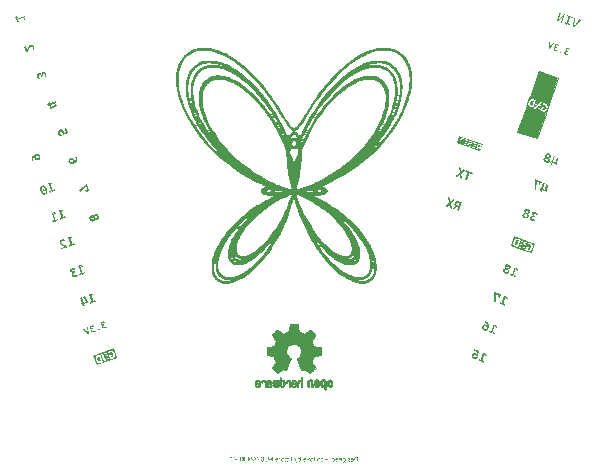
<source format=gbr>
%TF.GenerationSoftware,KiCad,Pcbnew,8.0.4*%
%TF.CreationDate,2024-08-07T12:18:04+02:00*%
%TF.ProjectId,Shard,53686172-642e-46b6-9963-61645f706362,rev?*%
%TF.SameCoordinates,Original*%
%TF.FileFunction,Legend,Bot*%
%TF.FilePolarity,Positive*%
%FSLAX46Y46*%
G04 Gerber Fmt 4.6, Leading zero omitted, Abs format (unit mm)*
G04 Created by KiCad (PCBNEW 8.0.4) date 2024-08-07 12:18:04*
%MOMM*%
%LPD*%
G01*
G04 APERTURE LIST*
%ADD10C,0.100000*%
%ADD11C,0.000000*%
%ADD12C,0.125000*%
%ADD13C,0.200000*%
%ADD14C,0.075000*%
%ADD15C,0.175000*%
%ADD16C,0.010000*%
G04 APERTURE END LIST*
D10*
X169610000Y-87140000D02*
X168840000Y-89360000D01*
X167200000Y-88730000D01*
X167990000Y-86540000D01*
X169610000Y-87140000D01*
G36*
X169610000Y-87140000D02*
G01*
X168840000Y-89360000D01*
X167200000Y-88730000D01*
X167990000Y-86540000D01*
X169610000Y-87140000D01*
G37*
X168540000Y-90170000D02*
X167800000Y-92250000D01*
X166120000Y-91710000D01*
X166910000Y-89540000D01*
X168540000Y-90170000D01*
G36*
X168540000Y-90170000D02*
G01*
X167800000Y-92250000D01*
X166120000Y-91710000D01*
X166910000Y-89540000D01*
X168540000Y-90170000D01*
G37*
D11*
G36*
X155023920Y-84568319D02*
G01*
X155159728Y-84579365D01*
X155225825Y-84587076D01*
X155289257Y-84595672D01*
X155350286Y-84605233D01*
X155409176Y-84615842D01*
X155466187Y-84627579D01*
X155521583Y-84640526D01*
X155575624Y-84654765D01*
X155628574Y-84670377D01*
X155680695Y-84687444D01*
X155732249Y-84706047D01*
X155783498Y-84726268D01*
X155834703Y-84748189D01*
X155886128Y-84771890D01*
X155938035Y-84797454D01*
X155990685Y-84824962D01*
X156044341Y-84854496D01*
X156165912Y-84928333D01*
X156281000Y-85009055D01*
X156389587Y-85096492D01*
X156491653Y-85190476D01*
X156587178Y-85290839D01*
X156676142Y-85397414D01*
X156758527Y-85510031D01*
X156834311Y-85628523D01*
X156903477Y-85752721D01*
X156966003Y-85882459D01*
X157021870Y-86017566D01*
X157071059Y-86157875D01*
X157113550Y-86303219D01*
X157149323Y-86453428D01*
X157178359Y-86608335D01*
X157200638Y-86767772D01*
X157216140Y-86931570D01*
X157224846Y-87099561D01*
X157226736Y-87271577D01*
X157221790Y-87447450D01*
X157209989Y-87627012D01*
X157191314Y-87810095D01*
X157165743Y-87996531D01*
X157133258Y-88186150D01*
X157093839Y-88378786D01*
X157047467Y-88574270D01*
X156994122Y-88772434D01*
X156933783Y-88973110D01*
X156866432Y-89176129D01*
X156792049Y-89381324D01*
X156710614Y-89588526D01*
X156622108Y-89797568D01*
X156406907Y-90254822D01*
X156165063Y-90706744D01*
X155897607Y-91152296D01*
X155605572Y-91590439D01*
X155289989Y-92020137D01*
X154951891Y-92440352D01*
X154592309Y-92850046D01*
X154212277Y-93248181D01*
X153812826Y-93633720D01*
X153394988Y-94005625D01*
X152959796Y-94362858D01*
X152508281Y-94704381D01*
X152041476Y-95029157D01*
X151560414Y-95336149D01*
X151066125Y-95624318D01*
X150559642Y-95892627D01*
X150411029Y-95965740D01*
X150246036Y-96044093D01*
X150084754Y-96118291D01*
X149947278Y-96178939D01*
X149889388Y-96204010D01*
X149835382Y-96228094D01*
X149786441Y-96250615D01*
X149743748Y-96270997D01*
X149708484Y-96288661D01*
X149681833Y-96303031D01*
X149664975Y-96313531D01*
X149660588Y-96317149D01*
X149659093Y-96319583D01*
X149659256Y-96320546D01*
X149659740Y-96321612D01*
X149660537Y-96322777D01*
X149661638Y-96324038D01*
X149663037Y-96325390D01*
X149664724Y-96326829D01*
X149668933Y-96329955D01*
X149674202Y-96333383D01*
X149680466Y-96337080D01*
X149687662Y-96341016D01*
X149695726Y-96345158D01*
X149704593Y-96349474D01*
X149714200Y-96353933D01*
X149724484Y-96358501D01*
X149735379Y-96363149D01*
X149746822Y-96367843D01*
X149758750Y-96372551D01*
X149771097Y-96377242D01*
X149783801Y-96381884D01*
X149798502Y-96387441D01*
X149813231Y-96393583D01*
X149827951Y-96400285D01*
X149842625Y-96407523D01*
X149857215Y-96415271D01*
X149871685Y-96423505D01*
X149885996Y-96432199D01*
X149900111Y-96441329D01*
X149913992Y-96450869D01*
X149927603Y-96460795D01*
X149940906Y-96471082D01*
X149953863Y-96481704D01*
X149966437Y-96492637D01*
X149978591Y-96503857D01*
X149990287Y-96515336D01*
X150001488Y-96527052D01*
X150016090Y-96542984D01*
X150029045Y-96557493D01*
X150040429Y-96570759D01*
X150050318Y-96582957D01*
X150058787Y-96594266D01*
X150065911Y-96604861D01*
X150071767Y-96614921D01*
X150074243Y-96619805D01*
X150076430Y-96624622D01*
X150078337Y-96629393D01*
X150079975Y-96634141D01*
X150081352Y-96638887D01*
X150082478Y-96643655D01*
X150083363Y-96648466D01*
X150084016Y-96653342D01*
X150084662Y-96663379D01*
X150084494Y-96673942D01*
X150083587Y-96685209D01*
X150082016Y-96697356D01*
X150079856Y-96710562D01*
X150075534Y-96731215D01*
X150069928Y-96751316D01*
X150063030Y-96770871D01*
X150054830Y-96789884D01*
X150045318Y-96808360D01*
X150034485Y-96826304D01*
X150022321Y-96843721D01*
X150008817Y-96860614D01*
X149993963Y-96876990D01*
X149977749Y-96892853D01*
X149960167Y-96908207D01*
X149941207Y-96923058D01*
X149920858Y-96937410D01*
X149899112Y-96951267D01*
X149875960Y-96964636D01*
X149851390Y-96977519D01*
X149825395Y-96989923D01*
X149797964Y-97001852D01*
X149769088Y-97013311D01*
X149738758Y-97024304D01*
X149706963Y-97034836D01*
X149673695Y-97044913D01*
X149638943Y-97054538D01*
X149602699Y-97063717D01*
X149564953Y-97072454D01*
X149525695Y-97080754D01*
X149442605Y-97096063D01*
X149353355Y-97109681D01*
X149257866Y-97121646D01*
X149202586Y-97128265D01*
X149151685Y-97135076D01*
X149106229Y-97141884D01*
X149067283Y-97148495D01*
X149035915Y-97154715D01*
X149013191Y-97160349D01*
X149005403Y-97162885D01*
X149000175Y-97165202D01*
X148997642Y-97167274D01*
X148997427Y-97168212D01*
X148997936Y-97169079D01*
X149000780Y-97171226D01*
X149005730Y-97174303D01*
X149021473Y-97183015D01*
X149044215Y-97194749D01*
X149073005Y-97209042D01*
X149106893Y-97225426D01*
X149144929Y-97243438D01*
X149186162Y-97262612D01*
X149229642Y-97282484D01*
X149377165Y-97353475D01*
X149556506Y-97446363D01*
X149757010Y-97555072D01*
X149968023Y-97673525D01*
X150178891Y-97795648D01*
X150378959Y-97915364D01*
X150557573Y-98026597D01*
X150704079Y-98123272D01*
X151007664Y-98339816D01*
X151301117Y-98564241D01*
X151583911Y-98795913D01*
X151855522Y-99034196D01*
X152115424Y-99278452D01*
X152363093Y-99528047D01*
X152598004Y-99782343D01*
X152819630Y-100040705D01*
X153027446Y-100302497D01*
X153220929Y-100567082D01*
X153399551Y-100833825D01*
X153562789Y-101102088D01*
X153710117Y-101371237D01*
X153841009Y-101640635D01*
X153954941Y-101909645D01*
X154051387Y-102177632D01*
X154090381Y-102304171D01*
X154124300Y-102429959D01*
X154153142Y-102554683D01*
X154176905Y-102678034D01*
X154195585Y-102799701D01*
X154209181Y-102919372D01*
X154217690Y-103036738D01*
X154221110Y-103151486D01*
X154219438Y-103263306D01*
X154212673Y-103371887D01*
X154200810Y-103476919D01*
X154183849Y-103578090D01*
X154161787Y-103675090D01*
X154134621Y-103767608D01*
X154102350Y-103855332D01*
X154064969Y-103937952D01*
X154041789Y-103982010D01*
X154017029Y-104024549D01*
X153990719Y-104065557D01*
X153962890Y-104105020D01*
X153933573Y-104142926D01*
X153902798Y-104179261D01*
X153870596Y-104214012D01*
X153836998Y-104247165D01*
X153802035Y-104278708D01*
X153765737Y-104308627D01*
X153728135Y-104336908D01*
X153689260Y-104363540D01*
X153649142Y-104388508D01*
X153607812Y-104411799D01*
X153565302Y-104433400D01*
X153521641Y-104453299D01*
X153476860Y-104471480D01*
X153430990Y-104487932D01*
X153384062Y-104502641D01*
X153336106Y-104515594D01*
X153287154Y-104526778D01*
X153237236Y-104536179D01*
X153186382Y-104543785D01*
X153134623Y-104549581D01*
X153081991Y-104553555D01*
X153028515Y-104555694D01*
X152974227Y-104555984D01*
X152919157Y-104554412D01*
X152863336Y-104550965D01*
X152806795Y-104545629D01*
X152749564Y-104538392D01*
X152691674Y-104529240D01*
X152569348Y-104504530D01*
X152445440Y-104472695D01*
X152320082Y-104433858D01*
X152193408Y-104388142D01*
X151940573Y-104278268D01*
X152699997Y-104278268D01*
X152701617Y-104280563D01*
X152705162Y-104282766D01*
X152710596Y-104284867D01*
X152717879Y-104286859D01*
X152737845Y-104290476D01*
X152764758Y-104293545D01*
X152798313Y-104295995D01*
X152838209Y-104297756D01*
X152884143Y-104298754D01*
X152935811Y-104298919D01*
X152992911Y-104298179D01*
X153055141Y-104296463D01*
X153136105Y-104293238D01*
X153201873Y-104289259D01*
X153230116Y-104286763D01*
X153255831Y-104283811D01*
X153279440Y-104280313D01*
X153301367Y-104276180D01*
X153322035Y-104271322D01*
X153341868Y-104265651D01*
X153361289Y-104259076D01*
X153380722Y-104251508D01*
X153400590Y-104242858D01*
X153421316Y-104233037D01*
X153467037Y-104209523D01*
X153467038Y-104209521D01*
X153500068Y-104190914D01*
X153533092Y-104170280D01*
X153565936Y-104147796D01*
X153598425Y-104123642D01*
X153630385Y-104097996D01*
X153661643Y-104071036D01*
X153692024Y-104042941D01*
X153721353Y-104013890D01*
X153749458Y-103984061D01*
X153776162Y-103953633D01*
X153801293Y-103922784D01*
X153824676Y-103891694D01*
X153846137Y-103860539D01*
X153865502Y-103829500D01*
X153882595Y-103798754D01*
X153897245Y-103768481D01*
X153925541Y-103696219D01*
X153949126Y-103617307D01*
X153968032Y-103532302D01*
X153982291Y-103441757D01*
X153991936Y-103346228D01*
X153996997Y-103246269D01*
X153997508Y-103142436D01*
X153993499Y-103035283D01*
X153985003Y-102925365D01*
X153972053Y-102813238D01*
X153954679Y-102699456D01*
X153932914Y-102584575D01*
X153906790Y-102469148D01*
X153876338Y-102353732D01*
X153841591Y-102238881D01*
X153802581Y-102125149D01*
X153745155Y-101970286D01*
X153723832Y-101915689D01*
X153706727Y-101874699D01*
X153693309Y-101846107D01*
X153687816Y-101836082D01*
X153683046Y-101828702D01*
X153678933Y-101823815D01*
X153675409Y-101821271D01*
X153672408Y-101820919D01*
X153669864Y-101822606D01*
X153669515Y-101823471D01*
X153669375Y-101825020D01*
X153669708Y-101830098D01*
X153670826Y-101837696D01*
X153672693Y-101847671D01*
X153678530Y-101874184D01*
X153686930Y-101908495D01*
X153697603Y-101949462D01*
X153710261Y-101995945D01*
X153724614Y-102046801D01*
X153740373Y-102100890D01*
X153772154Y-102213492D01*
X153799971Y-102323055D01*
X153823824Y-102429646D01*
X153843715Y-102533333D01*
X153859645Y-102634184D01*
X153871617Y-102732264D01*
X153879631Y-102827643D01*
X153883690Y-102920388D01*
X153883794Y-103010565D01*
X153879946Y-103098242D01*
X153872147Y-103183488D01*
X153860398Y-103266368D01*
X153844701Y-103346951D01*
X153825057Y-103425304D01*
X153801469Y-103501494D01*
X153773937Y-103575589D01*
X153741941Y-103648474D01*
X153706481Y-103717224D01*
X153687450Y-103750050D01*
X153667552Y-103781842D01*
X153646787Y-103812602D01*
X153625154Y-103842330D01*
X153602652Y-103871025D01*
X153579281Y-103898689D01*
X153555041Y-103925321D01*
X153529931Y-103950921D01*
X153503952Y-103975491D01*
X153477102Y-103999030D01*
X153449382Y-104021539D01*
X153420790Y-104043017D01*
X153391327Y-104063466D01*
X153360992Y-104082885D01*
X153329785Y-104101274D01*
X153297706Y-104118635D01*
X153264753Y-104134966D01*
X153230927Y-104150269D01*
X153196228Y-104164544D01*
X153160654Y-104177791D01*
X153086883Y-104201201D01*
X153009611Y-104220503D01*
X152928836Y-104235698D01*
X152844553Y-104246788D01*
X152798048Y-104252213D01*
X152760911Y-104257662D01*
X152732841Y-104263063D01*
X152713533Y-104268346D01*
X152707071Y-104270920D01*
X152702686Y-104273438D01*
X152700341Y-104275890D01*
X152699997Y-104278268D01*
X151940573Y-104278268D01*
X151936638Y-104276558D01*
X151676192Y-104138921D01*
X151413133Y-103976206D01*
X151148522Y-103789393D01*
X150883420Y-103579456D01*
X150618890Y-103347374D01*
X150355994Y-103094124D01*
X150095792Y-102820682D01*
X149839348Y-102528026D01*
X149587722Y-102217132D01*
X149341977Y-101888978D01*
X149103175Y-101544542D01*
X148872376Y-101184799D01*
X148650644Y-100810727D01*
X148464697Y-100473283D01*
X148312179Y-100177387D01*
X148601523Y-100177387D01*
X148601800Y-100179946D01*
X148603821Y-100187588D01*
X148607828Y-100198629D01*
X148613859Y-100213109D01*
X148621948Y-100231067D01*
X148655595Y-100295347D01*
X148713219Y-100396772D01*
X148875325Y-100669635D01*
X149058139Y-100966811D01*
X149141645Y-101098625D01*
X149211529Y-101205450D01*
X149400679Y-101478389D01*
X149594661Y-101740983D01*
X149792715Y-101992572D01*
X149994079Y-102232496D01*
X150197992Y-102460098D01*
X150403693Y-102674715D01*
X150610421Y-102875690D01*
X150817415Y-103062362D01*
X151023915Y-103234072D01*
X151229158Y-103390160D01*
X151432385Y-103529967D01*
X151632833Y-103652833D01*
X151829743Y-103758099D01*
X152022353Y-103845104D01*
X152209901Y-103913189D01*
X152391628Y-103961695D01*
X152437861Y-103970607D01*
X152486128Y-103977917D01*
X152536019Y-103983646D01*
X152587122Y-103987816D01*
X152639027Y-103990446D01*
X152691323Y-103991558D01*
X152743600Y-103991172D01*
X152795447Y-103989309D01*
X152846454Y-103985990D01*
X152896209Y-103981234D01*
X152944303Y-103975064D01*
X152990325Y-103967500D01*
X153033864Y-103958562D01*
X153074509Y-103948270D01*
X153111851Y-103936647D01*
X153145478Y-103923712D01*
X153179269Y-103907905D01*
X153212774Y-103889684D01*
X153245863Y-103869188D01*
X153278409Y-103846555D01*
X153310282Y-103821921D01*
X153341355Y-103795425D01*
X153371497Y-103767205D01*
X153400582Y-103737399D01*
X153428480Y-103706144D01*
X153455062Y-103673577D01*
X153480200Y-103639838D01*
X153503766Y-103605063D01*
X153525631Y-103569391D01*
X153545666Y-103532959D01*
X153563743Y-103495905D01*
X153579732Y-103458367D01*
X153594781Y-103416575D01*
X153608292Y-103371471D01*
X153620250Y-103323357D01*
X153630637Y-103272534D01*
X153639439Y-103219300D01*
X153646639Y-103163959D01*
X153652222Y-103106809D01*
X153656172Y-103048152D01*
X153658473Y-102988288D01*
X153659109Y-102927518D01*
X153658064Y-102866142D01*
X153655323Y-102804461D01*
X153650869Y-102742776D01*
X153644687Y-102681388D01*
X153636761Y-102620596D01*
X153627075Y-102560702D01*
X153584500Y-102361241D01*
X153527170Y-102156811D01*
X153455528Y-101948101D01*
X153370020Y-101735794D01*
X153271088Y-101520577D01*
X153159178Y-101303137D01*
X153034732Y-101084159D01*
X152898196Y-100864329D01*
X152750012Y-100644333D01*
X152590627Y-100424858D01*
X152420482Y-100206588D01*
X152240024Y-99990212D01*
X152049694Y-99776413D01*
X151849939Y-99565879D01*
X151641201Y-99359295D01*
X151423926Y-99157348D01*
X151317692Y-99063323D01*
X151205229Y-98966539D01*
X151099946Y-98878386D01*
X151054188Y-98841105D01*
X151015254Y-98810253D01*
X150952929Y-98762567D01*
X150930272Y-98746030D01*
X150913590Y-98734729D01*
X150907561Y-98731127D01*
X150903112Y-98728938D01*
X150900271Y-98728195D01*
X150899462Y-98728377D01*
X150899066Y-98728933D01*
X150899527Y-98731186D01*
X150901681Y-98734988D01*
X150905557Y-98740373D01*
X150911185Y-98747377D01*
X150927806Y-98766375D01*
X150951774Y-98792255D01*
X150983315Y-98825294D01*
X151022660Y-98865765D01*
X151125673Y-98970101D01*
X151262639Y-99107460D01*
X151449817Y-99302053D01*
X151627664Y-99501655D01*
X151795622Y-99705159D01*
X151953132Y-99911458D01*
X152099636Y-100119446D01*
X152234575Y-100328016D01*
X152357390Y-100536062D01*
X152467523Y-100742477D01*
X152564415Y-100946155D01*
X152647508Y-101145988D01*
X152716242Y-101340871D01*
X152770060Y-101529696D01*
X152808402Y-101711357D01*
X152830710Y-101884748D01*
X152836425Y-102048762D01*
X152824989Y-102202292D01*
X152814880Y-102266929D01*
X152802589Y-102328669D01*
X152788094Y-102387549D01*
X152771371Y-102443607D01*
X152752396Y-102496881D01*
X152731145Y-102547410D01*
X152707595Y-102595232D01*
X152681723Y-102640385D01*
X152653504Y-102682907D01*
X152622916Y-102722836D01*
X152589935Y-102760210D01*
X152554537Y-102795068D01*
X152516699Y-102827448D01*
X152476397Y-102857388D01*
X152433607Y-102884926D01*
X152388307Y-102910099D01*
X152337446Y-102933581D01*
X152283229Y-102953414D01*
X152225910Y-102969610D01*
X152165744Y-102982182D01*
X152102985Y-102991144D01*
X152037889Y-102996509D01*
X151970709Y-102998289D01*
X151901701Y-102996498D01*
X151831118Y-102991149D01*
X151759216Y-102982254D01*
X151686248Y-102969827D01*
X151612471Y-102953880D01*
X151538137Y-102934427D01*
X151463502Y-102911482D01*
X151388821Y-102885055D01*
X151314348Y-102855162D01*
X151249596Y-102826490D01*
X151183936Y-102795229D01*
X151117448Y-102761430D01*
X151103381Y-102753839D01*
X152028659Y-102753839D01*
X152028794Y-102755738D01*
X152030168Y-102757180D01*
X152032780Y-102758167D01*
X152036630Y-102758697D01*
X152041717Y-102758772D01*
X152055604Y-102757553D01*
X152074438Y-102754508D01*
X152098216Y-102749638D01*
X152126937Y-102742942D01*
X152160597Y-102734418D01*
X152199195Y-102724068D01*
X152242729Y-102711890D01*
X152253348Y-102708544D01*
X152264154Y-102704512D01*
X152275122Y-102699818D01*
X152286230Y-102694486D01*
X152308767Y-102682006D01*
X152331578Y-102667267D01*
X152354474Y-102650464D01*
X152377268Y-102631791D01*
X152399771Y-102611444D01*
X152421796Y-102589617D01*
X152443154Y-102566505D01*
X152463657Y-102542304D01*
X152483117Y-102517207D01*
X152501346Y-102491409D01*
X152518156Y-102465107D01*
X152533358Y-102438493D01*
X152546766Y-102411764D01*
X152558190Y-102385113D01*
X152567496Y-102358140D01*
X152576156Y-102326887D01*
X152584117Y-102292028D01*
X152591330Y-102254236D01*
X152597743Y-102214183D01*
X152603306Y-102172544D01*
X152607969Y-102129991D01*
X152611680Y-102087198D01*
X152614388Y-102044837D01*
X152616043Y-102003581D01*
X152616595Y-101964104D01*
X152615992Y-101927079D01*
X152614184Y-101893179D01*
X152611120Y-101863077D01*
X152606749Y-101837446D01*
X152601020Y-101816960D01*
X152597280Y-101806817D01*
X152593952Y-101798205D01*
X152591011Y-101791176D01*
X152588429Y-101785784D01*
X152587265Y-101783719D01*
X152586181Y-101782083D01*
X152585174Y-101780883D01*
X152584241Y-101780126D01*
X152583378Y-101779819D01*
X152582582Y-101779968D01*
X152581850Y-101780580D01*
X152581178Y-101781662D01*
X152580564Y-101783220D01*
X152580004Y-101785261D01*
X152579494Y-101787793D01*
X152579032Y-101790820D01*
X152578237Y-101798392D01*
X152577593Y-101808031D01*
X152577074Y-101819790D01*
X152576653Y-101833723D01*
X152576001Y-101868327D01*
X152573006Y-101936065D01*
X152566117Y-102002833D01*
X152555478Y-102068364D01*
X152541227Y-102132397D01*
X152523506Y-102194665D01*
X152502455Y-102254907D01*
X152478215Y-102312856D01*
X152450926Y-102368250D01*
X152420730Y-102420824D01*
X152387765Y-102470314D01*
X152352174Y-102516456D01*
X152314097Y-102558987D01*
X152273674Y-102597641D01*
X152231046Y-102632156D01*
X152186354Y-102662266D01*
X152139737Y-102687708D01*
X152108996Y-102702890D01*
X152083222Y-102716251D01*
X152062415Y-102727792D01*
X152046570Y-102737512D01*
X152040509Y-102741688D01*
X152035687Y-102745410D01*
X152032105Y-102748675D01*
X152029762Y-102751485D01*
X152028659Y-102753839D01*
X151103381Y-102753839D01*
X151050207Y-102725146D01*
X150982291Y-102686428D01*
X150913779Y-102645330D01*
X150844747Y-102601902D01*
X150775272Y-102556198D01*
X150707187Y-102509472D01*
X151636827Y-102509472D01*
X151828001Y-102497479D01*
X151882595Y-102493470D01*
X151906610Y-102491165D01*
X151928714Y-102488580D01*
X151949115Y-102485657D01*
X151968021Y-102482335D01*
X151985640Y-102478557D01*
X152002181Y-102474263D01*
X152017849Y-102469394D01*
X152032855Y-102463890D01*
X152047405Y-102457693D01*
X152061707Y-102450743D01*
X152075970Y-102442981D01*
X152090401Y-102434349D01*
X152105208Y-102424786D01*
X152120599Y-102414235D01*
X152120597Y-102414238D01*
X152132782Y-102405362D01*
X152144630Y-102396091D01*
X152156140Y-102386427D01*
X152167311Y-102376370D01*
X152178142Y-102365923D01*
X152188634Y-102355087D01*
X152198785Y-102343864D01*
X152208594Y-102332254D01*
X152227186Y-102307880D01*
X152244405Y-102281978D01*
X152260245Y-102254560D01*
X152274702Y-102225635D01*
X152287769Y-102195216D01*
X152299442Y-102163314D01*
X152309716Y-102129941D01*
X152318585Y-102095106D01*
X152326044Y-102058823D01*
X152332088Y-102021101D01*
X152336711Y-101981953D01*
X152339909Y-101941390D01*
X152349716Y-101778435D01*
X152298406Y-101940865D01*
X152281142Y-101991545D01*
X152262237Y-102039279D01*
X152241556Y-102084197D01*
X152218964Y-102126430D01*
X152194327Y-102166107D01*
X152167510Y-102203359D01*
X152138378Y-102238316D01*
X152106798Y-102271108D01*
X152072633Y-102301864D01*
X152035751Y-102330716D01*
X151996016Y-102357792D01*
X151953294Y-102383223D01*
X151907449Y-102407140D01*
X151858349Y-102429672D01*
X151805857Y-102450950D01*
X151749839Y-102471102D01*
X151636827Y-102509472D01*
X150707187Y-102509472D01*
X150705433Y-102508269D01*
X150635307Y-102458167D01*
X150564972Y-102405944D01*
X150494504Y-102351653D01*
X150423981Y-102295345D01*
X150353481Y-102237073D01*
X150283082Y-102176889D01*
X150212860Y-102114844D01*
X150130190Y-102038035D01*
X150040515Y-101950031D01*
X149844936Y-101746122D01*
X149635692Y-101514495D01*
X149422351Y-101266530D01*
X149214481Y-101013603D01*
X149021650Y-100767093D01*
X148853426Y-100538379D01*
X148781532Y-100434251D01*
X148719378Y-100338839D01*
X148682921Y-100281691D01*
X148652823Y-100236384D01*
X148629374Y-100203237D01*
X148620232Y-100191323D01*
X148612861Y-100182569D01*
X148607296Y-100177014D01*
X148605202Y-100175449D01*
X148603574Y-100174699D01*
X148602414Y-100174768D01*
X148601729Y-100175663D01*
X148601523Y-100177387D01*
X148312179Y-100177387D01*
X148288006Y-100130489D01*
X148120590Y-99782389D01*
X147962468Y-99429029D01*
X147813661Y-99070455D01*
X147674189Y-98706712D01*
X147544070Y-98337846D01*
X147423325Y-97963904D01*
X147325923Y-97651703D01*
X147291402Y-97545238D01*
X147264728Y-97467375D01*
X147244697Y-97414749D01*
X147230104Y-97383996D01*
X147224470Y-97375769D01*
X147219743Y-97371749D01*
X147215775Y-97371514D01*
X147212412Y-97374643D01*
X147208358Y-97385433D01*
X147199863Y-97411659D01*
X147171645Y-97503504D01*
X147131940Y-97636341D01*
X147084933Y-97796333D01*
X146996257Y-98088606D01*
X146901441Y-98378317D01*
X146800575Y-98665283D01*
X146693751Y-98949320D01*
X146581057Y-99230244D01*
X146462586Y-99507872D01*
X146338426Y-99782022D01*
X146208669Y-100052509D01*
X146073406Y-100319151D01*
X145932726Y-100581764D01*
X145786719Y-100840164D01*
X145635478Y-101094169D01*
X145479091Y-101343595D01*
X145317650Y-101588258D01*
X145151244Y-101827976D01*
X144979965Y-102062565D01*
X144863100Y-102213410D01*
X144726692Y-102380758D01*
X144576915Y-102557655D01*
X144419945Y-102737147D01*
X144261959Y-102912280D01*
X144109131Y-103076102D01*
X143967639Y-103221657D01*
X143843656Y-103341994D01*
X143667386Y-103500269D01*
X143488959Y-103648974D01*
X143309127Y-103787771D01*
X143128639Y-103916323D01*
X142948246Y-104034293D01*
X142768698Y-104141343D01*
X142590746Y-104237136D01*
X142415140Y-104321335D01*
X142242630Y-104393603D01*
X142073968Y-104453601D01*
X141909903Y-104500994D01*
X141751185Y-104535443D01*
X141598566Y-104556612D01*
X141452795Y-104564163D01*
X141314623Y-104557759D01*
X141184801Y-104537062D01*
X141184802Y-104537062D01*
X141184803Y-104537061D01*
X141184803Y-104537060D01*
X141129716Y-104523556D01*
X141076051Y-104507937D01*
X141023829Y-104490233D01*
X140973071Y-104470476D01*
X140923800Y-104448695D01*
X140876037Y-104424920D01*
X140829804Y-104399182D01*
X140785121Y-104371509D01*
X140742010Y-104341934D01*
X140700494Y-104310484D01*
X140660592Y-104277192D01*
X140622327Y-104242086D01*
X140585721Y-104205196D01*
X140550795Y-104166554D01*
X140517569Y-104126189D01*
X140486067Y-104084130D01*
X140456308Y-104040409D01*
X140428316Y-103995056D01*
X140402110Y-103948099D01*
X140377714Y-103899570D01*
X140355147Y-103849499D01*
X140334432Y-103797915D01*
X140315591Y-103744849D01*
X140298644Y-103690331D01*
X140283613Y-103634391D01*
X140270520Y-103577059D01*
X140259387Y-103518365D01*
X140250233Y-103458339D01*
X140243082Y-103397011D01*
X140237955Y-103334412D01*
X140234873Y-103270571D01*
X140233857Y-103205519D01*
X140234757Y-103174212D01*
X140462641Y-103174212D01*
X140464801Y-103258521D01*
X140467787Y-103320708D01*
X140471843Y-103379095D01*
X140477069Y-103433991D01*
X140483566Y-103485704D01*
X140491435Y-103534540D01*
X140500776Y-103580809D01*
X140511691Y-103624818D01*
X140524278Y-103666876D01*
X140538640Y-103707290D01*
X140554877Y-103746368D01*
X140573090Y-103784418D01*
X140593378Y-103821748D01*
X140615843Y-103858667D01*
X140640586Y-103895481D01*
X140667706Y-103932500D01*
X140697306Y-103970030D01*
X140723415Y-104000793D01*
X140750562Y-104030302D01*
X140778667Y-104058506D01*
X140807645Y-104085353D01*
X140837415Y-104110791D01*
X140867894Y-104134767D01*
X140899000Y-104157231D01*
X140930651Y-104178129D01*
X140962764Y-104197410D01*
X140995257Y-104215023D01*
X141028046Y-104230915D01*
X141061051Y-104245034D01*
X141094189Y-104257329D01*
X141127376Y-104267747D01*
X141160531Y-104276237D01*
X141193572Y-104282746D01*
X141224321Y-104287355D01*
X141257475Y-104291364D01*
X141329309Y-104297578D01*
X141405679Y-104301381D01*
X141483195Y-104302763D01*
X141558465Y-104301719D01*
X141628095Y-104298241D01*
X141659735Y-104295587D01*
X141688693Y-104292321D01*
X141714546Y-104288443D01*
X141736869Y-104283951D01*
X141827279Y-104262701D01*
X141702964Y-104259303D01*
X141674839Y-104257860D01*
X141642506Y-104255046D01*
X141607107Y-104251029D01*
X141569788Y-104245975D01*
X141531690Y-104240049D01*
X141493958Y-104233419D01*
X141457736Y-104226250D01*
X141424166Y-104218710D01*
X141376159Y-104206173D01*
X141329485Y-104192001D01*
X141284149Y-104176203D01*
X141240159Y-104158788D01*
X141197519Y-104139765D01*
X141156237Y-104119141D01*
X141116318Y-104096927D01*
X141077769Y-104073130D01*
X141040597Y-104047759D01*
X141004806Y-104020823D01*
X140970404Y-103992330D01*
X140937398Y-103962289D01*
X140905792Y-103930709D01*
X140875593Y-103897598D01*
X140846809Y-103862966D01*
X140819443Y-103826819D01*
X140793505Y-103789169D01*
X140768998Y-103750022D01*
X140745930Y-103709387D01*
X140724307Y-103667274D01*
X140704134Y-103623691D01*
X140685420Y-103578646D01*
X140668168Y-103532148D01*
X140652387Y-103484206D01*
X140638081Y-103434829D01*
X140625258Y-103384024D01*
X140613923Y-103331802D01*
X140604083Y-103278170D01*
X140595744Y-103223136D01*
X140588913Y-103166711D01*
X140579796Y-103049717D01*
X140577604Y-102980068D01*
X140577930Y-102907996D01*
X140579130Y-102876164D01*
X140802232Y-102876164D01*
X140802450Y-102954148D01*
X140804980Y-103033793D01*
X140808060Y-103091843D01*
X140811912Y-103146077D01*
X140816623Y-103196785D01*
X140822280Y-103244255D01*
X140828970Y-103288778D01*
X140836781Y-103330640D01*
X140845800Y-103370133D01*
X140856113Y-103407545D01*
X140867808Y-103443164D01*
X140880972Y-103477281D01*
X140895691Y-103510184D01*
X140912054Y-103542161D01*
X140930147Y-103573503D01*
X140950057Y-103604499D01*
X140971872Y-103635436D01*
X140995678Y-103666605D01*
X141039980Y-103719345D01*
X141062676Y-103743934D01*
X141085765Y-103767344D01*
X141109270Y-103789584D01*
X141133214Y-103810660D01*
X141157620Y-103830579D01*
X141182510Y-103849348D01*
X141207907Y-103866974D01*
X141233833Y-103883465D01*
X141260312Y-103898827D01*
X141287366Y-103913067D01*
X141315018Y-103926193D01*
X141343290Y-103938211D01*
X141372206Y-103949129D01*
X141401788Y-103958953D01*
X141432058Y-103967691D01*
X141463040Y-103975349D01*
X141494756Y-103981936D01*
X141527229Y-103987456D01*
X141560481Y-103991919D01*
X141594536Y-103995330D01*
X141629415Y-103997698D01*
X141665142Y-103999028D01*
X141739231Y-103998605D01*
X141816983Y-103994119D01*
X141898580Y-103985625D01*
X141984204Y-103973179D01*
X141984204Y-103973180D01*
X141984204Y-103973181D01*
X142053659Y-103959748D01*
X142126878Y-103941728D01*
X142203475Y-103919309D01*
X142283061Y-103892683D01*
X142365251Y-103862037D01*
X142449656Y-103827562D01*
X142535889Y-103789448D01*
X142623563Y-103747885D01*
X142712290Y-103703061D01*
X142801684Y-103655167D01*
X142891357Y-103604392D01*
X142980922Y-103550925D01*
X143069992Y-103494958D01*
X143158179Y-103436678D01*
X143245095Y-103376277D01*
X143330355Y-103313942D01*
X143459566Y-103213657D01*
X143590381Y-103105548D01*
X143722402Y-102990062D01*
X143855233Y-102867645D01*
X143988476Y-102738745D01*
X144121735Y-102603810D01*
X144254611Y-102463285D01*
X144386709Y-102317618D01*
X144517630Y-102167255D01*
X144646978Y-102012645D01*
X144774356Y-101854234D01*
X144899366Y-101692468D01*
X145021611Y-101527795D01*
X145140694Y-101360662D01*
X145256219Y-101191516D01*
X145367787Y-101020804D01*
X145442537Y-100901928D01*
X145521523Y-100773139D01*
X145674691Y-100515842D01*
X145740119Y-100402342D01*
X145792272Y-100308948D01*
X145826775Y-100243164D01*
X145836038Y-100222972D01*
X145839248Y-100212496D01*
X145838956Y-100211997D01*
X145838088Y-100212345D01*
X145834685Y-100215501D01*
X145829154Y-100221807D01*
X145821609Y-100231105D01*
X145800935Y-100258053D01*
X145773581Y-100295086D01*
X145740463Y-100340949D01*
X145702499Y-100394383D01*
X145660606Y-100454133D01*
X145615700Y-100518941D01*
X145470368Y-100725237D01*
X145324224Y-100923462D01*
X145177353Y-101113535D01*
X145029837Y-101295377D01*
X144881761Y-101468906D01*
X144733209Y-101634042D01*
X144584264Y-101790703D01*
X144435011Y-101938810D01*
X144285533Y-102078281D01*
X144135915Y-102209036D01*
X143986239Y-102330994D01*
X143836591Y-102444074D01*
X143687053Y-102548195D01*
X143537710Y-102643277D01*
X143388646Y-102729239D01*
X143239944Y-102806000D01*
X143136644Y-102853123D01*
X143034429Y-102893706D01*
X142933602Y-102927754D01*
X142834466Y-102955275D01*
X142737326Y-102976273D01*
X142642482Y-102990756D01*
X142550240Y-102998730D01*
X142460902Y-103000200D01*
X142374770Y-102995172D01*
X142292149Y-102983653D01*
X142213341Y-102965650D01*
X142138649Y-102941167D01*
X142068377Y-102910212D01*
X142002828Y-102872790D01*
X141942304Y-102828907D01*
X141887109Y-102778571D01*
X141849813Y-102737698D01*
X141815423Y-102694295D01*
X141783932Y-102648428D01*
X141755333Y-102600159D01*
X141729622Y-102549552D01*
X141706791Y-102496672D01*
X141686834Y-102441581D01*
X141669746Y-102384345D01*
X141655520Y-102325026D01*
X141644150Y-102263689D01*
X141635629Y-102200398D01*
X141629952Y-102135216D01*
X141627113Y-102068206D01*
X141627105Y-101999434D01*
X141627633Y-101986235D01*
X141840110Y-101986235D01*
X141840641Y-102041709D01*
X141843166Y-102095434D01*
X141847670Y-102147362D01*
X141854133Y-102197444D01*
X141862539Y-102245633D01*
X141872870Y-102291880D01*
X141885108Y-102336137D01*
X141899236Y-102378356D01*
X141915235Y-102418488D01*
X141933089Y-102456486D01*
X141952779Y-102492302D01*
X141974289Y-102525886D01*
X141997600Y-102557191D01*
X142022694Y-102586169D01*
X142049555Y-102612771D01*
X142078164Y-102636950D01*
X142094681Y-102649110D01*
X142112706Y-102661099D01*
X142132026Y-102672834D01*
X142152425Y-102684231D01*
X142173692Y-102695207D01*
X142195611Y-102705678D01*
X142217968Y-102715560D01*
X142240551Y-102724770D01*
X142263145Y-102733224D01*
X142285536Y-102740839D01*
X142307510Y-102747530D01*
X142328854Y-102753215D01*
X142349353Y-102757809D01*
X142368795Y-102761230D01*
X142386963Y-102763392D01*
X142403646Y-102764214D01*
X142407419Y-102764189D01*
X142410827Y-102764050D01*
X142413870Y-102763795D01*
X142416542Y-102763420D01*
X142418841Y-102762922D01*
X142420764Y-102762298D01*
X142422306Y-102761544D01*
X142422934Y-102761118D01*
X142423466Y-102760658D01*
X142423900Y-102760164D01*
X142424238Y-102759636D01*
X142424479Y-102759073D01*
X142424621Y-102758475D01*
X142424666Y-102757842D01*
X142424611Y-102757172D01*
X142424458Y-102756466D01*
X142424205Y-102755724D01*
X142423398Y-102754127D01*
X142422189Y-102752379D01*
X142420573Y-102750476D01*
X142418547Y-102748414D01*
X142416108Y-102746192D01*
X142413253Y-102743805D01*
X142409979Y-102741250D01*
X142406281Y-102738525D01*
X142402157Y-102735626D01*
X142397603Y-102732550D01*
X142387194Y-102725853D01*
X142375026Y-102718410D01*
X142361073Y-102710195D01*
X142345309Y-102701182D01*
X142327707Y-102691346D01*
X142327708Y-102691344D01*
X142299477Y-102674944D01*
X142271571Y-102657210D01*
X142244096Y-102638249D01*
X142217158Y-102618169D01*
X142190860Y-102597078D01*
X142165310Y-102575084D01*
X142140613Y-102552295D01*
X142116873Y-102528818D01*
X142094196Y-102504763D01*
X142072688Y-102480236D01*
X142052454Y-102455346D01*
X142033599Y-102430201D01*
X142016229Y-102404908D01*
X142000450Y-102379576D01*
X141986366Y-102354312D01*
X141974083Y-102329224D01*
X141969717Y-102319068D01*
X141965198Y-102307510D01*
X141955842Y-102280722D01*
X141946298Y-102249911D01*
X141936847Y-102216132D01*
X141927768Y-102180438D01*
X141919344Y-102143882D01*
X141911854Y-102107518D01*
X141905581Y-102072400D01*
X141890457Y-101984399D01*
X141880834Y-101935884D01*
X142112537Y-101935884D01*
X142112909Y-101952248D01*
X142114743Y-101985235D01*
X142117963Y-102018140D01*
X142122487Y-102050456D01*
X142128233Y-102081676D01*
X142131539Y-102096716D01*
X142135119Y-102111291D01*
X142138963Y-102125338D01*
X142143062Y-102138793D01*
X142147405Y-102151593D01*
X142151981Y-102163674D01*
X142162448Y-102187263D01*
X142175120Y-102211544D01*
X142189745Y-102236249D01*
X142206070Y-102261109D01*
X142223842Y-102285853D01*
X142242809Y-102310213D01*
X142262719Y-102333920D01*
X142283318Y-102356704D01*
X142304355Y-102378296D01*
X142325576Y-102398427D01*
X142346729Y-102416828D01*
X142367561Y-102433229D01*
X142387820Y-102447362D01*
X142407253Y-102458957D01*
X142425608Y-102467745D01*
X142434302Y-102471002D01*
X142442632Y-102473456D01*
X142468771Y-102480243D01*
X142493572Y-102487088D01*
X142514236Y-102493193D01*
X142522141Y-102495719D01*
X142527962Y-102497761D01*
X142531026Y-102498633D01*
X142535500Y-102499477D01*
X142541297Y-102500289D01*
X142548330Y-102501065D01*
X142565755Y-102502494D01*
X142587081Y-102503728D01*
X142611612Y-102504733D01*
X142638652Y-102505476D01*
X142667507Y-102505923D01*
X142697481Y-102506039D01*
X142844398Y-102505749D01*
X142697481Y-102460938D01*
X142697481Y-102460940D01*
X142638755Y-102441829D01*
X142584251Y-102421503D01*
X142533755Y-102399735D01*
X142487048Y-102376299D01*
X142443914Y-102350968D01*
X142423619Y-102337521D01*
X142404136Y-102323516D01*
X142385438Y-102308924D01*
X142367498Y-102293717D01*
X142350288Y-102277866D01*
X142333782Y-102261344D01*
X142317952Y-102244122D01*
X142302771Y-102226172D01*
X142288213Y-102207465D01*
X142274249Y-102187973D01*
X142247999Y-102146522D01*
X142223804Y-102101593D01*
X142201447Y-102052958D01*
X142180711Y-102000392D01*
X142161379Y-101943669D01*
X142143236Y-101882561D01*
X142114281Y-101778435D01*
X142112543Y-101919690D01*
X142112537Y-101935884D01*
X141880834Y-101935884D01*
X141877400Y-101918575D01*
X141871634Y-101893961D01*
X141866369Y-101874872D01*
X141861599Y-101861299D01*
X141857320Y-101853235D01*
X141855363Y-101851267D01*
X141853526Y-101850674D01*
X141851810Y-101851455D01*
X141850213Y-101853608D01*
X141847373Y-101862032D01*
X141845003Y-101875937D01*
X141843097Y-101895316D01*
X141841650Y-101920164D01*
X141840110Y-101986235D01*
X141627633Y-101986235D01*
X141629922Y-101928963D01*
X141635558Y-101856856D01*
X141644007Y-101783178D01*
X141655262Y-101707992D01*
X141669232Y-101638094D01*
X142352483Y-101638094D01*
X142353956Y-101687008D01*
X142357834Y-101733835D01*
X142364142Y-101778648D01*
X142372903Y-101821522D01*
X142384139Y-101862533D01*
X142397875Y-101901755D01*
X142414132Y-101939262D01*
X142432936Y-101975129D01*
X142454308Y-102009432D01*
X142478272Y-102042243D01*
X142504852Y-102073639D01*
X142534070Y-102103694D01*
X142565950Y-102132483D01*
X142578654Y-102142604D01*
X142592127Y-102152073D01*
X142606351Y-102160891D01*
X142621311Y-102169055D01*
X142636991Y-102176568D01*
X142653374Y-102183429D01*
X142670444Y-102189637D01*
X142688184Y-102195193D01*
X142725612Y-102204349D01*
X142765526Y-102210896D01*
X142807797Y-102214835D01*
X142852295Y-102216164D01*
X142898889Y-102214884D01*
X142947449Y-102210995D01*
X142997844Y-102204497D01*
X143049945Y-102195390D01*
X143103621Y-102183674D01*
X143158743Y-102169348D01*
X143215178Y-102152413D01*
X143272798Y-102132868D01*
X143272797Y-102132868D01*
X143362071Y-102098315D01*
X143452602Y-102058250D01*
X143637030Y-101962028D01*
X143825279Y-101845090D01*
X144016544Y-101708322D01*
X144210019Y-101552614D01*
X144404900Y-101378852D01*
X144600382Y-101187926D01*
X144795662Y-100980721D01*
X144989933Y-100758127D01*
X145182392Y-100521031D01*
X145372234Y-100270320D01*
X145558654Y-100006884D01*
X145740847Y-99731608D01*
X145918009Y-99445382D01*
X146089336Y-99149093D01*
X146254022Y-98843628D01*
X146362584Y-98626203D01*
X146480741Y-98374974D01*
X146601626Y-98106160D01*
X146718371Y-97835980D01*
X146824111Y-97580656D01*
X146911977Y-97356405D01*
X146975103Y-97179447D01*
X146995243Y-97113771D01*
X147006623Y-97066001D01*
X147013497Y-97026946D01*
X147449946Y-97026946D01*
X147450173Y-97036551D01*
X147454162Y-97063410D01*
X147462685Y-97099968D01*
X147475524Y-97145620D01*
X147492460Y-97199763D01*
X147513278Y-97261794D01*
X147537758Y-97331110D01*
X147596836Y-97489181D01*
X147667955Y-97669151D01*
X147749373Y-97866190D01*
X147839350Y-98075474D01*
X147968606Y-98360660D01*
X148104220Y-98641006D01*
X148245727Y-98915857D01*
X148392661Y-99184556D01*
X148544556Y-99446451D01*
X148700946Y-99700884D01*
X148861367Y-99947203D01*
X149025351Y-100184750D01*
X149192434Y-100412872D01*
X149362150Y-100630914D01*
X149534033Y-100838219D01*
X149707618Y-101034135D01*
X149882438Y-101218004D01*
X150058029Y-101389173D01*
X150233923Y-101546986D01*
X150409657Y-101690789D01*
X150480716Y-101744214D01*
X150554704Y-101796291D01*
X150631011Y-101846737D01*
X150709031Y-101895269D01*
X150788156Y-101941605D01*
X150867779Y-101985460D01*
X150947292Y-102026553D01*
X151026088Y-102064601D01*
X151103558Y-102099320D01*
X151179096Y-102130427D01*
X151252094Y-102157641D01*
X151321944Y-102180677D01*
X151388039Y-102199254D01*
X151449772Y-102213087D01*
X151506534Y-102221895D01*
X151557718Y-102225394D01*
X151566304Y-102225382D01*
X151575685Y-102225102D01*
X151596461Y-102223787D01*
X151619302Y-102221553D01*
X151643467Y-102218502D01*
X151668215Y-102214737D01*
X151692805Y-102210363D01*
X151716493Y-102205483D01*
X151738539Y-102200200D01*
X151738539Y-102200198D01*
X151765344Y-102192548D01*
X151790984Y-102183819D01*
X151815489Y-102173983D01*
X151838888Y-102163017D01*
X151861210Y-102150894D01*
X151882486Y-102137588D01*
X151902742Y-102123075D01*
X151922010Y-102107329D01*
X151940319Y-102090325D01*
X151957696Y-102072036D01*
X151974173Y-102052437D01*
X151989777Y-102031504D01*
X152004539Y-102009210D01*
X152018487Y-101985530D01*
X152031651Y-101960438D01*
X152044059Y-101933909D01*
X152059093Y-101896274D01*
X152071832Y-101856693D01*
X152082292Y-101815221D01*
X152090491Y-101771917D01*
X152096445Y-101726836D01*
X152100172Y-101680037D01*
X152101015Y-101581506D01*
X152093157Y-101476779D01*
X152076735Y-101366312D01*
X152051888Y-101250558D01*
X152018753Y-101129972D01*
X151977468Y-101005008D01*
X151928171Y-100876122D01*
X151870999Y-100743767D01*
X151806090Y-100608398D01*
X151733582Y-100470470D01*
X151653613Y-100330437D01*
X151566320Y-100188754D01*
X151471842Y-100045876D01*
X151429777Y-99986633D01*
X151379519Y-99919717D01*
X151258409Y-99767357D01*
X151116476Y-99597782D01*
X150961684Y-99419977D01*
X150801994Y-99242927D01*
X150645371Y-99075618D01*
X150499778Y-98927035D01*
X150373177Y-98806164D01*
X150230956Y-98680005D01*
X150083355Y-98555061D01*
X149930894Y-98431667D01*
X149774094Y-98310158D01*
X149613475Y-98190866D01*
X149449560Y-98074125D01*
X149282868Y-97960270D01*
X149113920Y-97849634D01*
X148943237Y-97742552D01*
X148771341Y-97639356D01*
X148598751Y-97540382D01*
X148425988Y-97445962D01*
X148253574Y-97356431D01*
X148082029Y-97272122D01*
X147911874Y-97193370D01*
X147743630Y-97120508D01*
X147642352Y-97079284D01*
X147554487Y-97045526D01*
X147518528Y-97032535D01*
X147489453Y-97022716D01*
X147468439Y-97016506D01*
X147461324Y-97014890D01*
X147456664Y-97014339D01*
X147453165Y-97015765D01*
X147450934Y-97019992D01*
X147449946Y-97026946D01*
X147013497Y-97026946D01*
X147020000Y-96990000D01*
X146830820Y-97068411D01*
X146584484Y-97174850D01*
X146340530Y-97288896D01*
X146099345Y-97410275D01*
X145861310Y-97538712D01*
X145626811Y-97673933D01*
X145396231Y-97815663D01*
X145169954Y-97963627D01*
X144948363Y-98117550D01*
X144731844Y-98277158D01*
X144520779Y-98442176D01*
X144315553Y-98612329D01*
X144116549Y-98787342D01*
X143924151Y-98966941D01*
X143738743Y-99150852D01*
X143560709Y-99338798D01*
X143390433Y-99530507D01*
X143280438Y-99661576D01*
X143176215Y-99792016D01*
X143077834Y-99921697D01*
X142985364Y-100050483D01*
X142898875Y-100178245D01*
X142818438Y-100304848D01*
X142744123Y-100430161D01*
X142675998Y-100554052D01*
X142614135Y-100676388D01*
X142558602Y-100797036D01*
X142509470Y-100915864D01*
X142466809Y-101032740D01*
X142430689Y-101147532D01*
X142401179Y-101260106D01*
X142378349Y-101370332D01*
X142362270Y-101478075D01*
X142356663Y-101533702D01*
X142353393Y-101587016D01*
X142352483Y-101638094D01*
X141669232Y-101638094D01*
X141686168Y-101553353D01*
X141728226Y-101393449D01*
X141781387Y-101228791D01*
X141845601Y-101059890D01*
X141920821Y-100887257D01*
X142006995Y-100711403D01*
X142104074Y-100532837D01*
X142214858Y-100346795D01*
X142335235Y-100160040D01*
X142464189Y-99973899D01*
X142600706Y-99789696D01*
X142743771Y-99608757D01*
X142892369Y-99432408D01*
X143045485Y-99261974D01*
X143202103Y-99098782D01*
X143362746Y-98936485D01*
X143480068Y-98816412D01*
X143554870Y-98737277D01*
X143576576Y-98712660D01*
X143587951Y-98697795D01*
X143589796Y-98693970D01*
X143589096Y-98692522D01*
X143585863Y-98693432D01*
X143580110Y-98696680D01*
X143561094Y-98710107D01*
X143532147Y-98732644D01*
X143444862Y-98804403D01*
X143319054Y-98910670D01*
X143164585Y-99043694D01*
X143022239Y-99170083D01*
X142889253Y-99292544D01*
X142762865Y-99413783D01*
X142640311Y-99536509D01*
X142518829Y-99663429D01*
X142395657Y-99797250D01*
X142268031Y-99940680D01*
X142074126Y-100168585D01*
X141982585Y-100281476D01*
X141894576Y-100393776D01*
X141810041Y-100505573D01*
X141728922Y-100616953D01*
X141651162Y-100728004D01*
X141576704Y-100838814D01*
X141505490Y-100949469D01*
X141437463Y-101060058D01*
X141372566Y-101170666D01*
X141310740Y-101281382D01*
X141251929Y-101392294D01*
X141196075Y-101503487D01*
X141143120Y-101615050D01*
X141093008Y-101727070D01*
X141013145Y-101919298D01*
X140978506Y-102009627D01*
X140947273Y-102096650D01*
X140919355Y-102180783D01*
X140894662Y-102262438D01*
X140873101Y-102342031D01*
X140854582Y-102419973D01*
X140839013Y-102496680D01*
X140826303Y-102572565D01*
X140816362Y-102648042D01*
X140809097Y-102723525D01*
X140804417Y-102799428D01*
X140802232Y-102876164D01*
X140579130Y-102876164D01*
X140580729Y-102833742D01*
X140585956Y-102757543D01*
X140593566Y-102679636D01*
X140603514Y-102600261D01*
X140615754Y-102519655D01*
X140630240Y-102438057D01*
X140646929Y-102355704D01*
X140665773Y-102272835D01*
X140686729Y-102189687D01*
X140709751Y-102106500D01*
X140734793Y-102023510D01*
X140761811Y-101940957D01*
X140790758Y-101859078D01*
X140821591Y-101778111D01*
X140855237Y-101690315D01*
X140866409Y-101659013D01*
X140874018Y-101635791D01*
X140878217Y-101620410D01*
X140879085Y-101615585D01*
X140879158Y-101612631D01*
X140878456Y-101611517D01*
X140876996Y-101612215D01*
X140871883Y-101618923D01*
X140863972Y-101632517D01*
X140853417Y-101652759D01*
X140824986Y-101712228D01*
X140787815Y-101795421D01*
X140743128Y-101900427D01*
X140703949Y-101996749D01*
X140667972Y-102090095D01*
X140635133Y-102180778D01*
X140605368Y-102269108D01*
X140578613Y-102355394D01*
X140554805Y-102439948D01*
X140533881Y-102523080D01*
X140515776Y-102605101D01*
X140500426Y-102686321D01*
X140487769Y-102767050D01*
X140477741Y-102847600D01*
X140470278Y-102928281D01*
X140465316Y-103009402D01*
X140462791Y-103091276D01*
X140462641Y-103174212D01*
X140234757Y-103174212D01*
X140238791Y-103033973D01*
X140253474Y-102860618D01*
X140277921Y-102685421D01*
X140312145Y-102508348D01*
X140356162Y-102329365D01*
X140409985Y-102148436D01*
X140473629Y-101965528D01*
X140547110Y-101780607D01*
X140630440Y-101593638D01*
X140723634Y-101404587D01*
X140826708Y-101213421D01*
X140939674Y-101020104D01*
X141062549Y-100824602D01*
X141195345Y-100626882D01*
X141338078Y-100426908D01*
X141490763Y-100224648D01*
X141662859Y-100010156D01*
X141844370Y-99798444D01*
X142034804Y-99589904D01*
X142233667Y-99384930D01*
X142440469Y-99183912D01*
X142654717Y-98987246D01*
X142875918Y-98795322D01*
X143103580Y-98608533D01*
X143337212Y-98427274D01*
X143576322Y-98251935D01*
X143820416Y-98082909D01*
X144069003Y-97920590D01*
X144321591Y-97765370D01*
X144577688Y-97617642D01*
X144836801Y-97477798D01*
X145098439Y-97346231D01*
X145225176Y-97283944D01*
X145331731Y-97229915D01*
X145406911Y-97189933D01*
X145429238Y-97177019D01*
X145439525Y-97169788D01*
X145440224Y-97168733D01*
X145440427Y-97167644D01*
X145440145Y-97166523D01*
X145439390Y-97165373D01*
X145438172Y-97164197D01*
X145436502Y-97162996D01*
X145434391Y-97161773D01*
X145431849Y-97160531D01*
X145425518Y-97157999D01*
X145417597Y-97155419D01*
X145408171Y-97152811D01*
X145397329Y-97150195D01*
X145385156Y-97147590D01*
X145371740Y-97145016D01*
X145357168Y-97142493D01*
X145341527Y-97140041D01*
X145324903Y-97137678D01*
X145307383Y-97135426D01*
X145289055Y-97133303D01*
X145270005Y-97131330D01*
X145164109Y-97119580D01*
X145064874Y-97105661D01*
X144972322Y-97089587D01*
X144886477Y-97071368D01*
X144807364Y-97051018D01*
X144735005Y-97028547D01*
X144669425Y-97003967D01*
X144610647Y-96977291D01*
X144558695Y-96948531D01*
X144513593Y-96917698D01*
X144475365Y-96884803D01*
X144444034Y-96849860D01*
X144419624Y-96812880D01*
X144410022Y-96793630D01*
X144402159Y-96773875D01*
X144396038Y-96753617D01*
X144391663Y-96732857D01*
X144389035Y-96711596D01*
X144388772Y-96705076D01*
X144867335Y-96705076D01*
X144868123Y-96708242D01*
X144870428Y-96711768D01*
X144874158Y-96715622D01*
X144879223Y-96719769D01*
X144892996Y-96728817D01*
X144911021Y-96738651D01*
X144932573Y-96749010D01*
X144956927Y-96759634D01*
X144983358Y-96770261D01*
X145011141Y-96780630D01*
X145039552Y-96790481D01*
X145067864Y-96799553D01*
X145095353Y-96807584D01*
X145121293Y-96814315D01*
X145144961Y-96819483D01*
X145165630Y-96822829D01*
X145182576Y-96824090D01*
X145189426Y-96823858D01*
X145195073Y-96823007D01*
X145196241Y-96822592D01*
X145197412Y-96821895D01*
X145198585Y-96820924D01*
X145199758Y-96819687D01*
X145200929Y-96818191D01*
X145202096Y-96816443D01*
X145203257Y-96814451D01*
X145204410Y-96812223D01*
X145206685Y-96807085D01*
X145208905Y-96801089D01*
X145211056Y-96794294D01*
X145213123Y-96786761D01*
X145215090Y-96778548D01*
X145216941Y-96769715D01*
X145218662Y-96760322D01*
X145220237Y-96750427D01*
X145221652Y-96740091D01*
X145222891Y-96729373D01*
X145223920Y-96718515D01*
X145572199Y-96718515D01*
X145573231Y-96720635D01*
X145578469Y-96724849D01*
X145586586Y-96729003D01*
X145610658Y-96737077D01*
X145643850Y-96744750D01*
X145684564Y-96751919D01*
X145731203Y-96758477D01*
X145782168Y-96764322D01*
X145890687Y-96773446D01*
X145997340Y-96778453D01*
X146045972Y-96779150D01*
X146089345Y-96778503D01*
X146125861Y-96776407D01*
X146153922Y-96772756D01*
X146171930Y-96767447D01*
X146172982Y-96766711D01*
X148290640Y-96766711D01*
X148290746Y-96767549D01*
X148290978Y-96768358D01*
X148291339Y-96769137D01*
X148291829Y-96769888D01*
X148292450Y-96770611D01*
X148293205Y-96771304D01*
X148295121Y-96772605D01*
X148297589Y-96773793D01*
X148300624Y-96774868D01*
X148304237Y-96775831D01*
X148308444Y-96776682D01*
X148313256Y-96777422D01*
X148318687Y-96778051D01*
X148324751Y-96778572D01*
X148331461Y-96778983D01*
X148338831Y-96779286D01*
X148346872Y-96779482D01*
X148365027Y-96779554D01*
X148386032Y-96779203D01*
X148409994Y-96778436D01*
X148437020Y-96777258D01*
X148467216Y-96775674D01*
X148500689Y-96773690D01*
X148537546Y-96771310D01*
X148592463Y-96767291D01*
X148636314Y-96763525D01*
X149229401Y-96763525D01*
X149229745Y-96781318D01*
X149230222Y-96789069D01*
X149230976Y-96796072D01*
X149232060Y-96802337D01*
X149233528Y-96807876D01*
X149235435Y-96812699D01*
X149237835Y-96816819D01*
X149240781Y-96820246D01*
X149244328Y-96822991D01*
X149248530Y-96825065D01*
X149253441Y-96826481D01*
X149259115Y-96827248D01*
X149265607Y-96827378D01*
X149272970Y-96826882D01*
X149281259Y-96825771D01*
X149290527Y-96824057D01*
X149300830Y-96821750D01*
X149324753Y-96815404D01*
X149353461Y-96806822D01*
X149387386Y-96796094D01*
X149472624Y-96768555D01*
X149472624Y-96768557D01*
X149496461Y-96760433D01*
X149518699Y-96751969D01*
X149538851Y-96743412D01*
X149547993Y-96739177D01*
X149556431Y-96735012D01*
X149564103Y-96730948D01*
X149570951Y-96727016D01*
X149576911Y-96723248D01*
X149581925Y-96719674D01*
X149585930Y-96716326D01*
X149588866Y-96713234D01*
X149590672Y-96710430D01*
X149591133Y-96709145D01*
X149591288Y-96707944D01*
X149590952Y-96705048D01*
X149589957Y-96702082D01*
X149588319Y-96699053D01*
X149586057Y-96695967D01*
X149583189Y-96692832D01*
X149579731Y-96689653D01*
X149575701Y-96686437D01*
X149571118Y-96683191D01*
X149565998Y-96679922D01*
X149560360Y-96676635D01*
X149547599Y-96670040D01*
X149532975Y-96663457D01*
X149516629Y-96656940D01*
X149498702Y-96650542D01*
X149479337Y-96644316D01*
X149458673Y-96638316D01*
X149436852Y-96632594D01*
X149414015Y-96627205D01*
X149390303Y-96622200D01*
X149365857Y-96617633D01*
X149340819Y-96613558D01*
X149229646Y-96596801D01*
X149229646Y-96718465D01*
X149229401Y-96763525D01*
X148636314Y-96763525D01*
X148645586Y-96762729D01*
X148695618Y-96757783D01*
X148741261Y-96752610D01*
X148781217Y-96747368D01*
X148814188Y-96742216D01*
X148838875Y-96737311D01*
X148847708Y-96735001D01*
X148853982Y-96732811D01*
X148853984Y-96732811D01*
X148857298Y-96731338D01*
X148860281Y-96729903D01*
X148862927Y-96728505D01*
X148865232Y-96727141D01*
X148867192Y-96725809D01*
X148868800Y-96724506D01*
X148870052Y-96723230D01*
X148870944Y-96721979D01*
X148871253Y-96721362D01*
X148871470Y-96720751D01*
X148871595Y-96720144D01*
X148871626Y-96719542D01*
X148871563Y-96718945D01*
X148871406Y-96718351D01*
X148871154Y-96717762D01*
X148870807Y-96717176D01*
X148870363Y-96716594D01*
X148869822Y-96716014D01*
X148868447Y-96714863D01*
X148866678Y-96713720D01*
X148864509Y-96712583D01*
X148861936Y-96711450D01*
X148858953Y-96710319D01*
X148855556Y-96709186D01*
X148851739Y-96708051D01*
X148847499Y-96706910D01*
X148842830Y-96705761D01*
X148837727Y-96704602D01*
X148832186Y-96703430D01*
X148819768Y-96701040D01*
X148805537Y-96698571D01*
X148789454Y-96696006D01*
X148771480Y-96693325D01*
X148742453Y-96690058D01*
X148710584Y-96688149D01*
X148676459Y-96687518D01*
X148640663Y-96688085D01*
X148603783Y-96689769D01*
X148566405Y-96692489D01*
X148529114Y-96696164D01*
X148492497Y-96700715D01*
X148457140Y-96706061D01*
X148423629Y-96712120D01*
X148392550Y-96718813D01*
X148364490Y-96726058D01*
X148340033Y-96733776D01*
X148319767Y-96741885D01*
X148304277Y-96750306D01*
X148298506Y-96754607D01*
X148294149Y-96758956D01*
X148292569Y-96761072D01*
X148291449Y-96763069D01*
X148290802Y-96764949D01*
X148290660Y-96765845D01*
X148290640Y-96766711D01*
X146172982Y-96766711D01*
X146176665Y-96764137D01*
X146178288Y-96760374D01*
X146178138Y-96758269D01*
X146177676Y-96756213D01*
X146176883Y-96754200D01*
X146175740Y-96752227D01*
X146174227Y-96750286D01*
X146172326Y-96748374D01*
X146170017Y-96746485D01*
X146167281Y-96744614D01*
X146164099Y-96742756D01*
X146160452Y-96740905D01*
X146156321Y-96739057D01*
X146151686Y-96737206D01*
X146146530Y-96735347D01*
X146140831Y-96733476D01*
X146134572Y-96731586D01*
X146127734Y-96729672D01*
X146120296Y-96727730D01*
X146112241Y-96725754D01*
X146103548Y-96723740D01*
X146094199Y-96721681D01*
X146073457Y-96717411D01*
X146049860Y-96712903D01*
X146023255Y-96708116D01*
X145993491Y-96703008D01*
X145960414Y-96697538D01*
X145923870Y-96691664D01*
X145903147Y-96689109D01*
X145879124Y-96687396D01*
X145852475Y-96686468D01*
X145823872Y-96686271D01*
X145763497Y-96687846D01*
X145703384Y-96691675D01*
X145648917Y-96697313D01*
X145625483Y-96700671D01*
X145605479Y-96704315D01*
X145589579Y-96708189D01*
X145578456Y-96712238D01*
X145574896Y-96714310D01*
X145572782Y-96716405D01*
X145572199Y-96718515D01*
X145223920Y-96718515D01*
X145223938Y-96718332D01*
X145224778Y-96707028D01*
X145231881Y-96596327D01*
X145134368Y-96613756D01*
X145079249Y-96624463D01*
X145028512Y-96635997D01*
X144983073Y-96648047D01*
X144943845Y-96660298D01*
X144926847Y-96666402D01*
X144911744Y-96672440D01*
X144898651Y-96678371D01*
X144887682Y-96684158D01*
X144878952Y-96689761D01*
X144872574Y-96695141D01*
X144868664Y-96700259D01*
X144867670Y-96702707D01*
X144867335Y-96705076D01*
X144388772Y-96705076D01*
X144388159Y-96689837D01*
X144388475Y-96677948D01*
X144389418Y-96666128D01*
X144390982Y-96654383D01*
X144393158Y-96642721D01*
X144395939Y-96631152D01*
X144399319Y-96619682D01*
X144403288Y-96608320D01*
X144407841Y-96597073D01*
X144412969Y-96585950D01*
X144418665Y-96574959D01*
X144424923Y-96564108D01*
X144431733Y-96553404D01*
X144439090Y-96542855D01*
X144446986Y-96532470D01*
X144455412Y-96522257D01*
X144464363Y-96512223D01*
X144473830Y-96502377D01*
X144483806Y-96492726D01*
X144505256Y-96474043D01*
X144528654Y-96456237D01*
X144553940Y-96439373D01*
X144581055Y-96423515D01*
X144609940Y-96408726D01*
X144640537Y-96395070D01*
X144672785Y-96382611D01*
X144698244Y-96373193D01*
X144721996Y-96363831D01*
X144743520Y-96354770D01*
X144762296Y-96346256D01*
X144777805Y-96338536D01*
X144789526Y-96331855D01*
X144793804Y-96328982D01*
X144796940Y-96326461D01*
X144798869Y-96324322D01*
X144799361Y-96323407D01*
X144799527Y-96322598D01*
X144799224Y-96321716D01*
X144798325Y-96320584D01*
X144794798Y-96317598D01*
X144789066Y-96313699D01*
X144781246Y-96308946D01*
X144771458Y-96303399D01*
X144759821Y-96297116D01*
X144731472Y-96282583D01*
X144697150Y-96265820D01*
X144657806Y-96247303D01*
X144614389Y-96227507D01*
X144567850Y-96206905D01*
X143937627Y-95912030D01*
X143322590Y-95584780D01*
X142724826Y-95227327D01*
X142146418Y-94841842D01*
X141589453Y-94430497D01*
X141056017Y-93995464D01*
X140548194Y-93538914D01*
X140068069Y-93063020D01*
X139617730Y-92569952D01*
X139199260Y-92061883D01*
X138814745Y-91540985D01*
X138466271Y-91009428D01*
X138155923Y-90469386D01*
X137885787Y-89923028D01*
X137657948Y-89372528D01*
X137474491Y-88820057D01*
X137415746Y-88606457D01*
X137364945Y-88397382D01*
X137322087Y-88192761D01*
X137287172Y-87992526D01*
X137260201Y-87796608D01*
X137241173Y-87604938D01*
X137230090Y-87417447D01*
X137226952Y-87234065D01*
X137228262Y-87185182D01*
X137457499Y-87185182D01*
X137459494Y-87370563D01*
X137466915Y-87558253D01*
X137479578Y-87740972D01*
X137497299Y-87911445D01*
X137507999Y-87989814D01*
X137519895Y-88062391D01*
X137592724Y-88410420D01*
X137686220Y-88760962D01*
X137800011Y-89113419D01*
X137933725Y-89467193D01*
X138086990Y-89821686D01*
X138259437Y-90176299D01*
X138450692Y-90530433D01*
X138660384Y-90883492D01*
X138888142Y-91234876D01*
X139133594Y-91583987D01*
X139396368Y-91930226D01*
X139676094Y-92272996D01*
X139972400Y-92611699D01*
X140284913Y-92945735D01*
X140613262Y-93274506D01*
X140957077Y-93597414D01*
X141121113Y-93746267D01*
X141173094Y-93792775D01*
X141208993Y-93824010D01*
X141231768Y-93842476D01*
X141239157Y-93847704D01*
X141244375Y-93850680D01*
X141247789Y-93851715D01*
X141249770Y-93851125D01*
X141250688Y-93849220D01*
X141250912Y-93846316D01*
X141250623Y-93845569D01*
X141249768Y-93844275D01*
X141246414Y-93840102D01*
X141233523Y-93825818D01*
X141213142Y-93804385D01*
X141186176Y-93776721D01*
X141153529Y-93743747D01*
X141116104Y-93706380D01*
X141074805Y-93665541D01*
X141030536Y-93622149D01*
X140811793Y-93403891D01*
X140600174Y-93183099D01*
X140395825Y-92959983D01*
X140198891Y-92734753D01*
X140009521Y-92507620D01*
X139827859Y-92278793D01*
X139654052Y-92048483D01*
X139488248Y-91816900D01*
X139330591Y-91584254D01*
X139181230Y-91350755D01*
X139040309Y-91116613D01*
X138907976Y-90882039D01*
X138784377Y-90647242D01*
X138669658Y-90412433D01*
X138563966Y-90177822D01*
X138467447Y-89943618D01*
X138342100Y-89598417D01*
X138239460Y-89259933D01*
X138159350Y-88929314D01*
X138101596Y-88607713D01*
X138066021Y-88296279D01*
X138054087Y-88032360D01*
X138272369Y-88032360D01*
X138281306Y-88236300D01*
X138301053Y-88444459D01*
X138331534Y-88656619D01*
X138372675Y-88872559D01*
X138424401Y-89092062D01*
X138486637Y-89314908D01*
X138559308Y-89540878D01*
X138642339Y-89769753D01*
X138735654Y-90001314D01*
X138839180Y-90235343D01*
X138952841Y-90471619D01*
X139076561Y-90709924D01*
X139210267Y-90950040D01*
X139353882Y-91191746D01*
X139507333Y-91434824D01*
X139581056Y-91547010D01*
X139643008Y-91638880D01*
X139686684Y-91700954D01*
X139699635Y-91717855D01*
X139703533Y-91722253D01*
X139705577Y-91723752D01*
X139705868Y-91723341D01*
X139705662Y-91722120D01*
X139703811Y-91717331D01*
X139700117Y-91709546D01*
X139694670Y-91698927D01*
X139678888Y-91669832D01*
X139657203Y-91631335D01*
X139630350Y-91584728D01*
X139599065Y-91531299D01*
X139564085Y-91472341D01*
X139526144Y-91409142D01*
X139418982Y-91227381D01*
X139317038Y-91045805D01*
X139220410Y-90864671D01*
X139129196Y-90684239D01*
X139043493Y-90504766D01*
X138963398Y-90326510D01*
X138889008Y-90149730D01*
X138820421Y-89974684D01*
X138757734Y-89801629D01*
X138701045Y-89630823D01*
X138650451Y-89462526D01*
X138606048Y-89296995D01*
X138567935Y-89134487D01*
X138536209Y-88975262D01*
X138510968Y-88819577D01*
X138492307Y-88667691D01*
X138480113Y-88511710D01*
X138473555Y-88343324D01*
X138472424Y-88175933D01*
X138675962Y-88175933D01*
X138683706Y-88412184D01*
X138707266Y-88655972D01*
X138746394Y-88906567D01*
X138800839Y-89163236D01*
X138870352Y-89425249D01*
X138954685Y-89691874D01*
X139053586Y-89962379D01*
X139166808Y-90236033D01*
X139294100Y-90512105D01*
X139435212Y-90789864D01*
X139589896Y-91068578D01*
X139757901Y-91347515D01*
X139938979Y-91625944D01*
X140132879Y-91903135D01*
X140234874Y-92040999D01*
X140351659Y-92194227D01*
X140596215Y-92505173D01*
X140707297Y-92642087D01*
X140799786Y-92752761D01*
X140865339Y-92826792D01*
X140885407Y-92846817D01*
X140895610Y-92853781D01*
X140896526Y-92853653D01*
X140897236Y-92853271D01*
X140897742Y-92852644D01*
X140898049Y-92851776D01*
X140898161Y-92850674D01*
X140898080Y-92849345D01*
X140897811Y-92847794D01*
X140897357Y-92846028D01*
X140896721Y-92844054D01*
X140895907Y-92841877D01*
X140893760Y-92836942D01*
X140890944Y-92831272D01*
X140887487Y-92824919D01*
X140883418Y-92817932D01*
X140878764Y-92810363D01*
X140873556Y-92802261D01*
X140867820Y-92793677D01*
X140861585Y-92784661D01*
X140854881Y-92775264D01*
X140847734Y-92765535D01*
X140840175Y-92755526D01*
X140657798Y-92516040D01*
X140530641Y-92344893D01*
X140479254Y-92273229D01*
X140431452Y-92204588D01*
X140332979Y-92057624D01*
X140224860Y-91890091D01*
X140121558Y-91723205D01*
X140023115Y-91557060D01*
X139929572Y-91391751D01*
X139840972Y-91227373D01*
X139757356Y-91064020D01*
X139678766Y-90901787D01*
X139605244Y-90740768D01*
X139536831Y-90581058D01*
X139473571Y-90422751D01*
X139415504Y-90265942D01*
X139362672Y-90110726D01*
X139315117Y-89957197D01*
X139272882Y-89805449D01*
X139236007Y-89655578D01*
X139204535Y-89507677D01*
X139194305Y-89448764D01*
X139185153Y-89382676D01*
X139170162Y-89233273D01*
X139159726Y-89068071D01*
X139154109Y-88898681D01*
X139499257Y-88898681D01*
X139499613Y-89045543D01*
X139501016Y-89164234D01*
X139504016Y-89261390D01*
X139509167Y-89343643D01*
X139517020Y-89417628D01*
X139528129Y-89489979D01*
X139543044Y-89567330D01*
X139562318Y-89656314D01*
X139617419Y-89878662D01*
X139683723Y-90102478D01*
X139848826Y-90553321D01*
X140055398Y-91006455D01*
X140301209Y-91459490D01*
X140584031Y-91910039D01*
X140901634Y-92355713D01*
X141251789Y-92794123D01*
X141632267Y-93222880D01*
X142040839Y-93639597D01*
X142475275Y-94041884D01*
X142933347Y-94427352D01*
X143412824Y-94793613D01*
X143911478Y-95138279D01*
X144427080Y-95458961D01*
X144957400Y-95753269D01*
X145500209Y-96018816D01*
X145653917Y-96087691D01*
X145811268Y-96155712D01*
X145969674Y-96221854D01*
X146126543Y-96285091D01*
X146279284Y-96344399D01*
X146425309Y-96398752D01*
X146562027Y-96447125D01*
X146686847Y-96488493D01*
X146782559Y-96518505D01*
X146860106Y-96541764D01*
X146921154Y-96558602D01*
X146967367Y-96569348D01*
X146985432Y-96572540D01*
X147000412Y-96574333D01*
X147012517Y-96574768D01*
X147021954Y-96573888D01*
X147028931Y-96571732D01*
X147033658Y-96568343D01*
X147036341Y-96563762D01*
X147037189Y-96558030D01*
X147036834Y-96554897D01*
X147418427Y-96554897D01*
X147419021Y-96562202D01*
X147420577Y-96567814D01*
X147423078Y-96571940D01*
X147426507Y-96574788D01*
X147430845Y-96576565D01*
X147436074Y-96577479D01*
X147442176Y-96577737D01*
X147447913Y-96577152D01*
X147457041Y-96575435D01*
X147484677Y-96568837D01*
X147523494Y-96558405D01*
X147571903Y-96544602D01*
X147628314Y-96527892D01*
X147691139Y-96508735D01*
X147758788Y-96487596D01*
X147829671Y-96464936D01*
X148084154Y-96378626D01*
X148336871Y-96284634D01*
X148589659Y-96182120D01*
X148844358Y-96070248D01*
X149102805Y-95948178D01*
X149366840Y-95815072D01*
X149638301Y-95670093D01*
X149919026Y-95512402D01*
X150153196Y-95375278D01*
X150379245Y-95237592D01*
X150597815Y-95098819D01*
X150809549Y-94958436D01*
X151015089Y-94815918D01*
X151215077Y-94670741D01*
X151410156Y-94522381D01*
X151600970Y-94370313D01*
X151788159Y-94214014D01*
X151972368Y-94052959D01*
X152154238Y-93886625D01*
X152334413Y-93714486D01*
X152513534Y-93536019D01*
X152692244Y-93350699D01*
X152871186Y-93158003D01*
X153051003Y-92957406D01*
X153196539Y-92789281D01*
X153336402Y-92621531D01*
X153470606Y-92454131D01*
X153599167Y-92287055D01*
X153722100Y-92120280D01*
X153839422Y-91953779D01*
X153951147Y-91787527D01*
X154057291Y-91621501D01*
X154157871Y-91455674D01*
X154252900Y-91290022D01*
X154342396Y-91124519D01*
X154426373Y-90959141D01*
X154504848Y-90793863D01*
X154577835Y-90628660D01*
X154645351Y-90463506D01*
X154707410Y-90298377D01*
X154778019Y-90088958D01*
X154838062Y-89883446D01*
X154887561Y-89682303D01*
X154926538Y-89485994D01*
X154955016Y-89294981D01*
X154973016Y-89109729D01*
X154980561Y-88930701D01*
X154977673Y-88758360D01*
X154964374Y-88593170D01*
X154940688Y-88435595D01*
X154906634Y-88286097D01*
X154862237Y-88145141D01*
X154807519Y-88013189D01*
X154742501Y-87890707D01*
X154667205Y-87778155D01*
X154581655Y-87676000D01*
X154553326Y-87646161D01*
X154526375Y-87618686D01*
X154500496Y-87593369D01*
X154475387Y-87570005D01*
X154450741Y-87548389D01*
X154426254Y-87528317D01*
X154401622Y-87509583D01*
X154376540Y-87491981D01*
X154350703Y-87475308D01*
X154323806Y-87459358D01*
X154295546Y-87443925D01*
X154265616Y-87428805D01*
X154233713Y-87413792D01*
X154199532Y-87398683D01*
X154162768Y-87383270D01*
X154123117Y-87367350D01*
X154065885Y-87345493D01*
X154040171Y-87336459D01*
X154015627Y-87328583D01*
X153991678Y-87321783D01*
X153967749Y-87315982D01*
X153943266Y-87311099D01*
X153917656Y-87307055D01*
X153890343Y-87303771D01*
X153860754Y-87301167D01*
X153828315Y-87299163D01*
X153792450Y-87297680D01*
X153752586Y-87296638D01*
X153708148Y-87295958D01*
X153603256Y-87295367D01*
X153467590Y-87297007D01*
X153405070Y-87299433D01*
X153345378Y-87303069D01*
X153287978Y-87308017D01*
X153232334Y-87314381D01*
X153177910Y-87322265D01*
X153124169Y-87331772D01*
X153070577Y-87343007D01*
X153016596Y-87356071D01*
X152961692Y-87371070D01*
X152905327Y-87388106D01*
X152846967Y-87407283D01*
X152786075Y-87428705D01*
X152654552Y-87478698D01*
X152499173Y-87543878D01*
X152343685Y-87616602D01*
X152032797Y-87784204D01*
X151722711Y-87980549D01*
X151414253Y-88204679D01*
X151108248Y-88455640D01*
X150805519Y-88732474D01*
X150506891Y-89034227D01*
X150213188Y-89359941D01*
X149925236Y-89708660D01*
X149643859Y-90079430D01*
X149369881Y-90471293D01*
X149104127Y-90883294D01*
X148847422Y-91314476D01*
X148600589Y-91763883D01*
X148364454Y-92230560D01*
X148139840Y-92713550D01*
X147900122Y-93251859D01*
X147874563Y-93778348D01*
X147863895Y-93978895D01*
X147851981Y-94164398D01*
X147838498Y-94338038D01*
X147823123Y-94502992D01*
X147805532Y-94662439D01*
X147785404Y-94819557D01*
X147762414Y-94977524D01*
X147736240Y-95139520D01*
X147712853Y-95268798D01*
X147682745Y-95421129D01*
X147609398Y-95763485D01*
X147530259Y-96103653D01*
X147492911Y-96253250D01*
X147459387Y-96378699D01*
X147442748Y-96438910D01*
X147430535Y-96485705D01*
X147426044Y-96504591D01*
X147422605Y-96520745D01*
X147420202Y-96534376D01*
X147418815Y-96545691D01*
X147418427Y-96554897D01*
X147036834Y-96554897D01*
X147036784Y-96554461D01*
X147035598Y-96547928D01*
X147031038Y-96526627D01*
X147014290Y-96455690D01*
X146989503Y-96355743D01*
X146959236Y-96237311D01*
X146875391Y-95898714D01*
X146803322Y-95574368D01*
X146748894Y-95293281D01*
X147185330Y-95293281D01*
X147187106Y-95508809D01*
X147191059Y-95705531D01*
X147197117Y-95859937D01*
X147200914Y-95913924D01*
X147205210Y-95948516D01*
X147224723Y-96051248D01*
X147247082Y-95948516D01*
X147249372Y-95935228D01*
X147251624Y-95916771D01*
X147255962Y-95865680D01*
X147259994Y-95797897D01*
X147263616Y-95716076D01*
X147266728Y-95622871D01*
X147269227Y-95520935D01*
X147271011Y-95412923D01*
X147271977Y-95301487D01*
X147271691Y-95045808D01*
X147270190Y-94949378D01*
X147267702Y-94872021D01*
X147264164Y-94812339D01*
X147259516Y-94768932D01*
X147253695Y-94740400D01*
X147250326Y-94731275D01*
X147246641Y-94725343D01*
X147243712Y-94722202D01*
X147240688Y-94719351D01*
X147237593Y-94716796D01*
X147234450Y-94714544D01*
X147231282Y-94712599D01*
X147228113Y-94710970D01*
X147226535Y-94710275D01*
X147224965Y-94709661D01*
X147223407Y-94709128D01*
X147221863Y-94708678D01*
X147220335Y-94708312D01*
X147218828Y-94708029D01*
X147217343Y-94707831D01*
X147215884Y-94707719D01*
X147214454Y-94707693D01*
X147213055Y-94707754D01*
X147211690Y-94707903D01*
X147210363Y-94708141D01*
X147209076Y-94708468D01*
X147207832Y-94708885D01*
X147206634Y-94709393D01*
X147205485Y-94709993D01*
X147204387Y-94710685D01*
X147203345Y-94711471D01*
X147202359Y-94712351D01*
X147201434Y-94713325D01*
X147197296Y-94730274D01*
X147193783Y-94768970D01*
X147188597Y-94899852D01*
X147185803Y-95082459D01*
X147185330Y-95293281D01*
X146748894Y-95293281D01*
X146742228Y-95258855D01*
X146691310Y-94946761D01*
X146649769Y-94632670D01*
X146616804Y-94311165D01*
X146611885Y-94245875D01*
X146894846Y-94245875D01*
X146895096Y-94260936D01*
X146896148Y-94284749D01*
X146897936Y-94316258D01*
X146903466Y-94398137D01*
X146911171Y-94498125D01*
X146919250Y-94585709D01*
X146923339Y-94621088D01*
X146927465Y-94650864D01*
X146931631Y-94675039D01*
X146935840Y-94693616D01*
X146940095Y-94706599D01*
X146942241Y-94710994D01*
X146944399Y-94713991D01*
X146946570Y-94715591D01*
X146948755Y-94715795D01*
X146950954Y-94714603D01*
X146953166Y-94712014D01*
X146955393Y-94708031D01*
X146957635Y-94702652D01*
X146962166Y-94687711D01*
X146966760Y-94667195D01*
X146971422Y-94641107D01*
X146976153Y-94609450D01*
X146980958Y-94572228D01*
X146982884Y-94555025D01*
X146984359Y-94538785D01*
X146985366Y-94523389D01*
X146985889Y-94508719D01*
X146985910Y-94494657D01*
X146985421Y-94481358D01*
X147471985Y-94481358D01*
X147472312Y-94498309D01*
X147473171Y-94516626D01*
X147474536Y-94536512D01*
X147476383Y-94558168D01*
X147478685Y-94581798D01*
X147482626Y-94616698D01*
X147486690Y-94645608D01*
X147490857Y-94668573D01*
X147495104Y-94685637D01*
X147497251Y-94691970D01*
X147499411Y-94696844D01*
X147501579Y-94700264D01*
X147503755Y-94702237D01*
X147505935Y-94702767D01*
X147508116Y-94701861D01*
X147510297Y-94699523D01*
X147512473Y-94695759D01*
X147514643Y-94690575D01*
X147516804Y-94683975D01*
X147521087Y-94666554D01*
X147525302Y-94643539D01*
X147529426Y-94614974D01*
X147533440Y-94580903D01*
X147537320Y-94541370D01*
X147541047Y-94496419D01*
X147544599Y-94446093D01*
X147558838Y-94227792D01*
X147510829Y-94327135D01*
X147503615Y-94342424D01*
X147497214Y-94356853D01*
X147491600Y-94370622D01*
X147486749Y-94383936D01*
X147482634Y-94396995D01*
X147479231Y-94410003D01*
X147476513Y-94423162D01*
X147474455Y-94436674D01*
X147473031Y-94450743D01*
X147472217Y-94465570D01*
X147471985Y-94481358D01*
X146985421Y-94481358D01*
X146985411Y-94481084D01*
X146984376Y-94467882D01*
X146982788Y-94454934D01*
X146980629Y-94442121D01*
X146977881Y-94429324D01*
X146974529Y-94416427D01*
X146970554Y-94403309D01*
X146965940Y-94389854D01*
X146960669Y-94375942D01*
X146954723Y-94361457D01*
X146948087Y-94346279D01*
X146929261Y-94305257D01*
X146913063Y-94271662D01*
X146906490Y-94258734D01*
X146901221Y-94248961D01*
X146897474Y-94242779D01*
X146896237Y-94241170D01*
X146895462Y-94240621D01*
X146895224Y-94240957D01*
X146895042Y-94241956D01*
X146894846Y-94245875D01*
X146611885Y-94245875D01*
X146591616Y-93976832D01*
X146573405Y-93624254D01*
X146564864Y-93417128D01*
X146910482Y-93417128D01*
X146910915Y-93440102D01*
X146912375Y-93462270D01*
X146914994Y-93484285D01*
X146918902Y-93506803D01*
X146924231Y-93530476D01*
X146931110Y-93555960D01*
X146939671Y-93583908D01*
X146950044Y-93614975D01*
X146962361Y-93649814D01*
X146976752Y-93689079D01*
X147012279Y-93783507D01*
X147107084Y-94031755D01*
X147137826Y-94108510D01*
X147160508Y-94160051D01*
X147169542Y-94177857D01*
X147177419Y-94191150D01*
X147184424Y-94200526D01*
X147190845Y-94206581D01*
X147196965Y-94209913D01*
X147203072Y-94211118D01*
X147216389Y-94209532D01*
X147218458Y-94208704D01*
X147220875Y-94207024D01*
X147223630Y-94204510D01*
X147226713Y-94201183D01*
X147233820Y-94192162D01*
X147242114Y-94180115D01*
X147251515Y-94165196D01*
X147261941Y-94147557D01*
X147273310Y-94127354D01*
X147285540Y-94104738D01*
X147298550Y-94079863D01*
X147312258Y-94052884D01*
X147341444Y-93993224D01*
X147372444Y-93926986D01*
X147404606Y-93855397D01*
X147454077Y-93742552D01*
X147491326Y-93655084D01*
X147505847Y-93619143D01*
X147517889Y-93587480D01*
X147527643Y-93559406D01*
X147535301Y-93534232D01*
X147541055Y-93511270D01*
X147545097Y-93489830D01*
X147547619Y-93469223D01*
X147548813Y-93448761D01*
X147548870Y-93427756D01*
X147547984Y-93405518D01*
X147544145Y-93354588D01*
X147538089Y-93289357D01*
X147531325Y-93225658D01*
X147524680Y-93170793D01*
X147521660Y-93148955D01*
X147518978Y-93132064D01*
X147506966Y-93063633D01*
X147402043Y-93127715D01*
X147378194Y-93141220D01*
X147354129Y-93152766D01*
X147329917Y-93162356D01*
X147305622Y-93169993D01*
X147281314Y-93175680D01*
X147257058Y-93179420D01*
X147232922Y-93181217D01*
X147208973Y-93181073D01*
X147185278Y-93178992D01*
X147161904Y-93174977D01*
X147138919Y-93169031D01*
X147116388Y-93161157D01*
X147094380Y-93151358D01*
X147072961Y-93139637D01*
X147052199Y-93125998D01*
X147032160Y-93110444D01*
X147016897Y-93098008D01*
X147009883Y-93092655D01*
X147003261Y-93087912D01*
X146997015Y-93083805D01*
X146991132Y-93080357D01*
X146985596Y-93077594D01*
X146980393Y-93075541D01*
X146975507Y-93074223D01*
X146970923Y-93073665D01*
X146968740Y-93073678D01*
X146966627Y-93073891D01*
X146964582Y-93074306D01*
X146962603Y-93074927D01*
X146960689Y-93075756D01*
X146958837Y-93076797D01*
X146957046Y-93078053D01*
X146955314Y-93079527D01*
X146952018Y-93083142D01*
X146948936Y-93087666D01*
X146946052Y-93093124D01*
X146943350Y-93099542D01*
X146940818Y-93106944D01*
X146938438Y-93115355D01*
X146936197Y-93124800D01*
X146934079Y-93135304D01*
X146932070Y-93146893D01*
X146930154Y-93159591D01*
X146928317Y-93173422D01*
X146926545Y-93188413D01*
X146923131Y-93221970D01*
X146919793Y-93260463D01*
X146916413Y-93304090D01*
X146912177Y-93366146D01*
X146910946Y-93392694D01*
X146910482Y-93417128D01*
X146564864Y-93417128D01*
X146559109Y-93277542D01*
X146347354Y-92789574D01*
X146193582Y-92446019D01*
X146034121Y-92110879D01*
X145869079Y-91784309D01*
X145698564Y-91466464D01*
X145522684Y-91157498D01*
X145341549Y-90857567D01*
X145155266Y-90566825D01*
X144963944Y-90285426D01*
X144767691Y-90013526D01*
X144566616Y-89751279D01*
X144360827Y-89498841D01*
X144150433Y-89256365D01*
X143935542Y-89024007D01*
X143716262Y-88801921D01*
X143492701Y-88590263D01*
X143264969Y-88389186D01*
X143017273Y-88188116D01*
X142769614Y-88006473D01*
X142523077Y-87844500D01*
X142278745Y-87702438D01*
X142037703Y-87580531D01*
X141801034Y-87479021D01*
X141569822Y-87398151D01*
X141345151Y-87338162D01*
X141128106Y-87299299D01*
X140919769Y-87281803D01*
X140819206Y-87281144D01*
X140721226Y-87285918D01*
X140625966Y-87296154D01*
X140533560Y-87311884D01*
X140444144Y-87333138D01*
X140357854Y-87359946D01*
X140274825Y-87392338D01*
X140195194Y-87430346D01*
X140119094Y-87473998D01*
X140046662Y-87523325D01*
X139978033Y-87578359D01*
X139913343Y-87639128D01*
X139883427Y-87670543D01*
X139854256Y-87703252D01*
X139825881Y-87737171D01*
X139798350Y-87772214D01*
X139771713Y-87808297D01*
X139746022Y-87845337D01*
X139721324Y-87883249D01*
X139697671Y-87921948D01*
X139675113Y-87961351D01*
X139653698Y-88001372D01*
X139633477Y-88041929D01*
X139614500Y-88082936D01*
X139596817Y-88124309D01*
X139580477Y-88165964D01*
X139565530Y-88207816D01*
X139552027Y-88249782D01*
X139543531Y-88278329D01*
X139535990Y-88305267D01*
X139529346Y-88331285D01*
X139523544Y-88357070D01*
X139518529Y-88383310D01*
X139514244Y-88410692D01*
X139510634Y-88439905D01*
X139507642Y-88471636D01*
X139505212Y-88506573D01*
X139503289Y-88545404D01*
X139501817Y-88588817D01*
X139500739Y-88637500D01*
X139499545Y-88753424D01*
X139499257Y-88898681D01*
X139154109Y-88898681D01*
X139154009Y-88895672D01*
X139153175Y-88724678D01*
X139157388Y-88563691D01*
X139166813Y-88421312D01*
X139173531Y-88359790D01*
X139181613Y-88306145D01*
X139196910Y-88229514D01*
X139215438Y-88153186D01*
X139237050Y-88077438D01*
X139261598Y-88002549D01*
X139288933Y-87928797D01*
X139318909Y-87856461D01*
X139351375Y-87785820D01*
X139386186Y-87717151D01*
X139423192Y-87650734D01*
X139462246Y-87586846D01*
X139503199Y-87525765D01*
X139545904Y-87467772D01*
X139590213Y-87413142D01*
X139635977Y-87362156D01*
X139683049Y-87315092D01*
X139731281Y-87272227D01*
X139821326Y-87202657D01*
X139915428Y-87140662D01*
X140013438Y-87086195D01*
X140115208Y-87039210D01*
X140220590Y-86999660D01*
X140329434Y-86967498D01*
X140441592Y-86942679D01*
X140556915Y-86925156D01*
X140675255Y-86914881D01*
X140796464Y-86911810D01*
X140920392Y-86915894D01*
X141046892Y-86927089D01*
X141175813Y-86945346D01*
X141307009Y-86970621D01*
X141440330Y-87002866D01*
X141575628Y-87042035D01*
X141712753Y-87088081D01*
X141851559Y-87140958D01*
X141991895Y-87200619D01*
X142133613Y-87267019D01*
X142276565Y-87340109D01*
X142420603Y-87419845D01*
X142711338Y-87599066D01*
X143004631Y-87804308D01*
X143299293Y-88035201D01*
X143594134Y-88291373D01*
X143887967Y-88572451D01*
X144074332Y-88763929D01*
X144256756Y-88961129D01*
X144435375Y-89164253D01*
X144610324Y-89373504D01*
X144781741Y-89589086D01*
X144949761Y-89811201D01*
X145114520Y-90040054D01*
X145276154Y-90275847D01*
X145434798Y-90518784D01*
X145590590Y-90769068D01*
X145743664Y-91026902D01*
X145894158Y-91292490D01*
X146042206Y-91566034D01*
X146187945Y-91847739D01*
X146331511Y-92137806D01*
X146473040Y-92436440D01*
X146497930Y-92489321D01*
X146521845Y-92538654D01*
X146544211Y-92583360D01*
X146564455Y-92622358D01*
X146582003Y-92654569D01*
X146596284Y-92678914D01*
X146606724Y-92694313D01*
X146610324Y-92698320D01*
X146612749Y-92699686D01*
X146613651Y-92699562D01*
X146614541Y-92699197D01*
X146615419Y-92698595D01*
X146616283Y-92697763D01*
X146617132Y-92696707D01*
X146617966Y-92695433D01*
X146618782Y-92693947D01*
X146619580Y-92692255D01*
X146620359Y-92690362D01*
X146621117Y-92688276D01*
X146621949Y-92685564D01*
X147051707Y-92685564D01*
X147051821Y-92689937D01*
X147052267Y-92694366D01*
X147053052Y-92698886D01*
X147054183Y-92703533D01*
X147055668Y-92708340D01*
X147057514Y-92713343D01*
X147059729Y-92718577D01*
X147062319Y-92724077D01*
X147065293Y-92729878D01*
X147068656Y-92736014D01*
X147072417Y-92742521D01*
X147081162Y-92756786D01*
X147091584Y-92772951D01*
X147117695Y-92812103D01*
X147134215Y-92835952D01*
X147150580Y-92858202D01*
X147166365Y-92878364D01*
X147181142Y-92895953D01*
X147188019Y-92903630D01*
X147194485Y-92910480D01*
X147200485Y-92916444D01*
X147205968Y-92921460D01*
X147210878Y-92925468D01*
X147215164Y-92928405D01*
X147218772Y-92930213D01*
X147220304Y-92930673D01*
X147221648Y-92930829D01*
X147222987Y-92930704D01*
X147224507Y-92930336D01*
X147226202Y-92929730D01*
X147228065Y-92928891D01*
X147232269Y-92926543D01*
X147237069Y-92923340D01*
X147242413Y-92919330D01*
X147248249Y-92914562D01*
X147254526Y-92909086D01*
X147261191Y-92902949D01*
X147268194Y-92896201D01*
X147275483Y-92888889D01*
X147283005Y-92881063D01*
X147290710Y-92872771D01*
X147298546Y-92864063D01*
X147306462Y-92854985D01*
X147314404Y-92845589D01*
X147322323Y-92835921D01*
X147330117Y-92825964D01*
X147337692Y-92815718D01*
X147345010Y-92805263D01*
X147352030Y-92794673D01*
X147358714Y-92784027D01*
X147365023Y-92773402D01*
X147370917Y-92762875D01*
X147376357Y-92752524D01*
X147381304Y-92742425D01*
X147385719Y-92732655D01*
X147389562Y-92723293D01*
X147392794Y-92714415D01*
X147395376Y-92706099D01*
X147397269Y-92698421D01*
X147398434Y-92691459D01*
X147398831Y-92685290D01*
X147398620Y-92679132D01*
X147397996Y-92672703D01*
X147395570Y-92659120D01*
X147391668Y-92644722D01*
X147386405Y-92629691D01*
X147379899Y-92614209D01*
X147372821Y-92599609D01*
X147824430Y-92599609D01*
X147824626Y-92614296D01*
X147825185Y-92628044D01*
X147826100Y-92640787D01*
X147827362Y-92652462D01*
X147828962Y-92663005D01*
X147830893Y-92672351D01*
X147833145Y-92680435D01*
X147835712Y-92687194D01*
X147838584Y-92692562D01*
X147841753Y-92696477D01*
X147843447Y-92697869D01*
X147845212Y-92698873D01*
X147847047Y-92699481D01*
X147848951Y-92699686D01*
X147850180Y-92699308D01*
X147851731Y-92698187D01*
X147855755Y-92693789D01*
X147860948Y-92686639D01*
X147867231Y-92676888D01*
X147874527Y-92664681D01*
X147882759Y-92650167D01*
X147891850Y-92633496D01*
X147901723Y-92614813D01*
X147923504Y-92572010D01*
X147947485Y-92522944D01*
X147973048Y-92468798D01*
X147999575Y-92410758D01*
X148140448Y-92108854D01*
X148295359Y-91797440D01*
X148461395Y-91481658D01*
X148635640Y-91166652D01*
X148815179Y-90857561D01*
X148997097Y-90559530D01*
X149178479Y-90277699D01*
X149356410Y-90017211D01*
X149560796Y-89738442D01*
X149779976Y-89459107D01*
X150010058Y-89183474D01*
X150247148Y-88915808D01*
X150487354Y-88660378D01*
X150726781Y-88421449D01*
X150844985Y-88309507D01*
X150961536Y-88203290D01*
X151075945Y-88103331D01*
X151187726Y-88010166D01*
X151313948Y-87910152D01*
X151441766Y-87813783D01*
X151570808Y-87721255D01*
X151700700Y-87632763D01*
X151831070Y-87548504D01*
X151961544Y-87468674D01*
X152091750Y-87393470D01*
X152221314Y-87323087D01*
X152349864Y-87257722D01*
X152477026Y-87197570D01*
X152602427Y-87142829D01*
X152725695Y-87093694D01*
X152846456Y-87050361D01*
X152964337Y-87013026D01*
X153078966Y-86981887D01*
X153189968Y-86957138D01*
X153248504Y-86947138D01*
X153312811Y-86938910D01*
X153381869Y-86932422D01*
X153454658Y-86927640D01*
X153607351Y-86923062D01*
X153762732Y-86924915D01*
X153912639Y-86932933D01*
X153982992Y-86939172D01*
X154048916Y-86946853D01*
X154109393Y-86955944D01*
X154163402Y-86966411D01*
X154209924Y-86978222D01*
X154247939Y-86991344D01*
X154345569Y-87034596D01*
X154438389Y-87081971D01*
X154526442Y-87133520D01*
X154609771Y-87189294D01*
X154688418Y-87249343D01*
X154762426Y-87313720D01*
X154831836Y-87382475D01*
X154896693Y-87455659D01*
X154957037Y-87533325D01*
X155012912Y-87615522D01*
X155064360Y-87702302D01*
X155111424Y-87793717D01*
X155154145Y-87889817D01*
X155192567Y-87990653D01*
X155226732Y-88096278D01*
X155256683Y-88206741D01*
X155266974Y-88256917D01*
X155275888Y-88317511D01*
X155283425Y-88387123D01*
X155289585Y-88464357D01*
X155297778Y-88636091D01*
X155300469Y-88821527D01*
X155297663Y-89009477D01*
X155289362Y-89188754D01*
X155275570Y-89348169D01*
X155266617Y-89416933D01*
X155256292Y-89476537D01*
X155213987Y-89668309D01*
X155164041Y-89862908D01*
X155106944Y-90058901D01*
X155043188Y-90254855D01*
X154973263Y-90449337D01*
X154897660Y-90640914D01*
X154816869Y-90828154D01*
X154731380Y-91009622D01*
X154623306Y-91223643D01*
X154515254Y-91425624D01*
X154403975Y-91620731D01*
X154286223Y-91814131D01*
X154158753Y-92010992D01*
X154018316Y-92216480D01*
X153861666Y-92435761D01*
X153685558Y-92674004D01*
X153646688Y-92726256D01*
X153621363Y-92761375D01*
X153613976Y-92772332D01*
X153610211Y-92778794D01*
X153609711Y-92780317D01*
X153609811Y-92780647D01*
X153610146Y-92780689D01*
X153611525Y-92779902D01*
X153613859Y-92777946D01*
X153621430Y-92770494D01*
X153632937Y-92758263D01*
X153668072Y-92719177D01*
X153719892Y-92660121D01*
X153789026Y-92580528D01*
X153842615Y-92517889D01*
X153899976Y-92449461D01*
X154018884Y-92304086D01*
X154131491Y-92162099D01*
X154180977Y-92097907D01*
X154223541Y-92041197D01*
X154392307Y-91806504D01*
X154551566Y-91573143D01*
X154701288Y-91341179D01*
X154841445Y-91110680D01*
X154972008Y-90881710D01*
X155092949Y-90654335D01*
X155204239Y-90428622D01*
X155305850Y-90204635D01*
X155397752Y-89982441D01*
X155479918Y-89762105D01*
X155552319Y-89543694D01*
X155614927Y-89327274D01*
X155667712Y-89112909D01*
X155710646Y-88900666D01*
X155743701Y-88690610D01*
X155766849Y-88482808D01*
X155778512Y-88289911D01*
X155779143Y-88103286D01*
X155768919Y-87923299D01*
X155748022Y-87750318D01*
X155716628Y-87584710D01*
X155674918Y-87426843D01*
X155623071Y-87277084D01*
X155561264Y-87135800D01*
X155489678Y-87003358D01*
X155408492Y-86880126D01*
X155317883Y-86766471D01*
X155218032Y-86662761D01*
X155109117Y-86569361D01*
X154991317Y-86486641D01*
X154864812Y-86414967D01*
X154729780Y-86354707D01*
X154695694Y-86342871D01*
X154655516Y-86331489D01*
X154609999Y-86320641D01*
X154559893Y-86310407D01*
X154505953Y-86300865D01*
X154448928Y-86292096D01*
X154328634Y-86277191D01*
X154205028Y-86266328D01*
X154084125Y-86260143D01*
X154026566Y-86259003D01*
X153971940Y-86259271D01*
X153920996Y-86261025D01*
X153874488Y-86264347D01*
X153742690Y-86280722D01*
X153606243Y-86305429D01*
X153465652Y-86338231D01*
X153321419Y-86378888D01*
X153174048Y-86427163D01*
X153024043Y-86482817D01*
X152871907Y-86545611D01*
X152718144Y-86615308D01*
X152563259Y-86691669D01*
X152407753Y-86774456D01*
X152252132Y-86863431D01*
X152096898Y-86958354D01*
X151942555Y-87058988D01*
X151789607Y-87165095D01*
X151638558Y-87276436D01*
X151489910Y-87392773D01*
X151345663Y-87511319D01*
X151211764Y-87626661D01*
X151082840Y-87744138D01*
X151018564Y-87805344D01*
X150953518Y-87869086D01*
X150818427Y-88006845D01*
X150672193Y-88162751D01*
X150509443Y-88342144D01*
X150324807Y-88550361D01*
X150071730Y-88842590D01*
X149845027Y-89114635D01*
X149639527Y-89373623D01*
X149450059Y-89626680D01*
X149271453Y-89880933D01*
X149098537Y-90143509D01*
X148926142Y-90421534D01*
X148749095Y-90722136D01*
X148591698Y-91000394D01*
X148432775Y-91290493D01*
X148279117Y-91579093D01*
X148137514Y-91852856D01*
X148014755Y-92098442D01*
X147917631Y-92302513D01*
X147852931Y-92451728D01*
X147834863Y-92501597D01*
X147827446Y-92532750D01*
X147826105Y-92550552D01*
X147825161Y-92567673D01*
X147824605Y-92584046D01*
X147824430Y-92599609D01*
X147372821Y-92599609D01*
X147372264Y-92598458D01*
X147363616Y-92582621D01*
X147354072Y-92566878D01*
X147343746Y-92551412D01*
X147332756Y-92536405D01*
X147321216Y-92522038D01*
X147309242Y-92508494D01*
X147296951Y-92495954D01*
X147284459Y-92484601D01*
X147271880Y-92474616D01*
X147259331Y-92466182D01*
X147254427Y-92463459D01*
X147249467Y-92461222D01*
X147244452Y-92459469D01*
X147239383Y-92458202D01*
X147234259Y-92457418D01*
X147229082Y-92457119D01*
X147223852Y-92457302D01*
X147218569Y-92457969D01*
X147213233Y-92459119D01*
X147207846Y-92460751D01*
X147202407Y-92462865D01*
X147196918Y-92465461D01*
X147191378Y-92468538D01*
X147185787Y-92472096D01*
X147180148Y-92476135D01*
X147174458Y-92480653D01*
X147168721Y-92485652D01*
X147162935Y-92491130D01*
X147157101Y-92497086D01*
X147151219Y-92503522D01*
X147145291Y-92510436D01*
X147139316Y-92517827D01*
X147133295Y-92525697D01*
X147127228Y-92534043D01*
X147121117Y-92542866D01*
X147114960Y-92552166D01*
X147102515Y-92572193D01*
X147089896Y-92594122D01*
X147077107Y-92617949D01*
X147070271Y-92631189D01*
X147064412Y-92642978D01*
X147059589Y-92653596D01*
X147057584Y-92658553D01*
X147055860Y-92663321D01*
X147054424Y-92667936D01*
X147053284Y-92672433D01*
X147052446Y-92676847D01*
X147051918Y-92681212D01*
X147051707Y-92685564D01*
X146621949Y-92685564D01*
X146622567Y-92683546D01*
X146623923Y-92678112D01*
X146625174Y-92672022D01*
X146626311Y-92665326D01*
X146627327Y-92658071D01*
X146628210Y-92650306D01*
X146628954Y-92642079D01*
X146629547Y-92633437D01*
X146629983Y-92624430D01*
X146630251Y-92615106D01*
X146630342Y-92605513D01*
X146628912Y-92581731D01*
X146624411Y-92554092D01*
X146616519Y-92521909D01*
X146604917Y-92484493D01*
X146589285Y-92441157D01*
X146569304Y-92391213D01*
X146544656Y-92333973D01*
X146527464Y-92296137D01*
X146950758Y-92296137D01*
X146950866Y-92298289D01*
X146951232Y-92300077D01*
X146951873Y-92301497D01*
X146952805Y-92302547D01*
X146953385Y-92302933D01*
X146954044Y-92303226D01*
X146955607Y-92303532D01*
X146957510Y-92303462D01*
X146959769Y-92303014D01*
X146962400Y-92302187D01*
X146965419Y-92300978D01*
X146968842Y-92299386D01*
X146972687Y-92297408D01*
X146976968Y-92295042D01*
X146986907Y-92289140D01*
X146998788Y-92281663D01*
X147012741Y-92272595D01*
X147047381Y-92249623D01*
X147071787Y-92234525D01*
X147096327Y-92221622D01*
X147120951Y-92210912D01*
X147145614Y-92202392D01*
X147170267Y-92196061D01*
X147182575Y-92193715D01*
X147194863Y-92191915D01*
X147207125Y-92190661D01*
X147219355Y-92189952D01*
X147231547Y-92189789D01*
X147243695Y-92190170D01*
X147255793Y-92191095D01*
X147267836Y-92192565D01*
X147279817Y-92194579D01*
X147291731Y-92197136D01*
X147303571Y-92200236D01*
X147315331Y-92203879D01*
X147327007Y-92208064D01*
X147338591Y-92212792D01*
X147361461Y-92223873D01*
X147383896Y-92237119D01*
X147405847Y-92252528D01*
X147427267Y-92270096D01*
X147443314Y-92283871D01*
X147457486Y-92295202D01*
X147463873Y-92299941D01*
X147469798Y-92304058D01*
X147475260Y-92307548D01*
X147480263Y-92310407D01*
X147484808Y-92312632D01*
X147488896Y-92314218D01*
X147492529Y-92315161D01*
X147495710Y-92315458D01*
X147498440Y-92315105D01*
X147500720Y-92314097D01*
X147502552Y-92312431D01*
X147503938Y-92310102D01*
X147504880Y-92307107D01*
X147505380Y-92303441D01*
X147505438Y-92299101D01*
X147505058Y-92294083D01*
X147504240Y-92288383D01*
X147502987Y-92281996D01*
X147501300Y-92274919D01*
X147499181Y-92267148D01*
X147493653Y-92249508D01*
X147486418Y-92229043D01*
X147477489Y-92205722D01*
X147466880Y-92179514D01*
X147461705Y-92167456D01*
X147455966Y-92154912D01*
X147443038Y-92128771D01*
X147428577Y-92101889D01*
X147413061Y-92075069D01*
X147396970Y-92049109D01*
X147380782Y-92024810D01*
X147364977Y-92002972D01*
X147357369Y-91993226D01*
X147350035Y-91984396D01*
X147339536Y-91972573D01*
X147329174Y-91961677D01*
X147318942Y-91951710D01*
X147308831Y-91942674D01*
X147298834Y-91934573D01*
X147288943Y-91927408D01*
X147279149Y-91921182D01*
X147269444Y-91915898D01*
X147259820Y-91911557D01*
X147250269Y-91908163D01*
X147240783Y-91905717D01*
X147231354Y-91904223D01*
X147221974Y-91903682D01*
X147212635Y-91904098D01*
X147203328Y-91905472D01*
X147194046Y-91907808D01*
X147184781Y-91911107D01*
X147175523Y-91915372D01*
X147166266Y-91920605D01*
X147157002Y-91926809D01*
X147147721Y-91933987D01*
X147138416Y-91942140D01*
X147129080Y-91951272D01*
X147119703Y-91961384D01*
X147110278Y-91972480D01*
X147100797Y-91984561D01*
X147091251Y-91997630D01*
X147081633Y-92011690D01*
X147071934Y-92026743D01*
X147062147Y-92042791D01*
X147052263Y-92059838D01*
X147042274Y-92077884D01*
X147028469Y-92103958D01*
X147014941Y-92130609D01*
X147002032Y-92157087D01*
X146990085Y-92182643D01*
X146979441Y-92206526D01*
X146970445Y-92227988D01*
X146963437Y-92246278D01*
X146958762Y-92260648D01*
X146955890Y-92271003D01*
X146953536Y-92279961D01*
X146951827Y-92287505D01*
X146951255Y-92290743D01*
X146950894Y-92293620D01*
X146950758Y-92296137D01*
X146527464Y-92296137D01*
X146515020Y-92268750D01*
X146480078Y-92194856D01*
X146439511Y-92111604D01*
X146392998Y-92018304D01*
X146340222Y-91914271D01*
X146214599Y-91671250D01*
X146060088Y-91377039D01*
X145895709Y-91069205D01*
X145744813Y-90794759D01*
X145602893Y-90546358D01*
X145465444Y-90316658D01*
X145327960Y-90098317D01*
X145185935Y-89883991D01*
X145034863Y-89666338D01*
X144870237Y-89438013D01*
X144662466Y-89161648D01*
X144452095Y-88896370D01*
X144239336Y-88642358D01*
X144024401Y-88399794D01*
X143807502Y-88168857D01*
X143588851Y-87949727D01*
X143368660Y-87742586D01*
X143147141Y-87547612D01*
X142924506Y-87364986D01*
X142700967Y-87194889D01*
X142476737Y-87037500D01*
X142252026Y-86893000D01*
X142027047Y-86761570D01*
X141802012Y-86643389D01*
X141577134Y-86538637D01*
X141352623Y-86447496D01*
X141224025Y-86401522D01*
X141162787Y-86381578D01*
X141103024Y-86363564D01*
X141044313Y-86347404D01*
X140986231Y-86333026D01*
X140928353Y-86320353D01*
X140870258Y-86309312D01*
X140811520Y-86299829D01*
X140751717Y-86291828D01*
X140690425Y-86285237D01*
X140627220Y-86279979D01*
X140561679Y-86275981D01*
X140493379Y-86273169D01*
X140346806Y-86270803D01*
X140246881Y-86271081D01*
X140162670Y-86272606D01*
X140091187Y-86275685D01*
X140029445Y-86280627D01*
X139974457Y-86287740D01*
X139923237Y-86297334D01*
X139872798Y-86309715D01*
X139820153Y-86325193D01*
X139765394Y-86343479D01*
X139711682Y-86363724D01*
X139659043Y-86385898D01*
X139607501Y-86409970D01*
X139557079Y-86435909D01*
X139507804Y-86463683D01*
X139459698Y-86493263D01*
X139412787Y-86524616D01*
X139367096Y-86557713D01*
X139322647Y-86592522D01*
X139279467Y-86629012D01*
X139237580Y-86667153D01*
X139197009Y-86706913D01*
X139157779Y-86748262D01*
X139119916Y-86791169D01*
X139083443Y-86835603D01*
X139048384Y-86881532D01*
X139014765Y-86928927D01*
X138951943Y-87027987D01*
X138895171Y-87132537D01*
X138844646Y-87242329D01*
X138800563Y-87357115D01*
X138763118Y-87476649D01*
X138732506Y-87600683D01*
X138708924Y-87728969D01*
X138684285Y-87947951D01*
X138675962Y-88175933D01*
X138472424Y-88175933D01*
X138472379Y-88169233D01*
X138476332Y-87996135D01*
X138485162Y-87830726D01*
X138498616Y-87679706D01*
X138516441Y-87549772D01*
X138526913Y-87494805D01*
X138538383Y-87447622D01*
X138579865Y-87312287D01*
X138627354Y-87182890D01*
X138680741Y-87059547D01*
X138739920Y-86942371D01*
X138804781Y-86831475D01*
X138875215Y-86726973D01*
X138951115Y-86628979D01*
X139032372Y-86537607D01*
X139118878Y-86452971D01*
X139210523Y-86375183D01*
X139307201Y-86304359D01*
X139408802Y-86240611D01*
X139515218Y-86184053D01*
X139626340Y-86134799D01*
X139742061Y-86092964D01*
X139862272Y-86058659D01*
X139924381Y-86045432D01*
X139993829Y-86034665D01*
X140069568Y-86026311D01*
X140150546Y-86020323D01*
X140235717Y-86016656D01*
X140324030Y-86015262D01*
X140414437Y-86016094D01*
X140505888Y-86019105D01*
X140597334Y-86024249D01*
X140687726Y-86031479D01*
X140776016Y-86040749D01*
X140861153Y-86052010D01*
X140942089Y-86065217D01*
X141017775Y-86080323D01*
X141087162Y-86097282D01*
X141149200Y-86116045D01*
X141153728Y-86117511D01*
X141157976Y-86118753D01*
X141161931Y-86119773D01*
X141165575Y-86120570D01*
X141168895Y-86121148D01*
X141171873Y-86121506D01*
X141174495Y-86121647D01*
X141176745Y-86121572D01*
X141178607Y-86121283D01*
X141179388Y-86121058D01*
X141180067Y-86120780D01*
X141180641Y-86120449D01*
X141181108Y-86120065D01*
X141181466Y-86119628D01*
X141181715Y-86119139D01*
X141181850Y-86118598D01*
X141181872Y-86118005D01*
X141181777Y-86117359D01*
X141181564Y-86116662D01*
X141181231Y-86115914D01*
X141180775Y-86115114D01*
X141179491Y-86113360D01*
X141176424Y-86110473D01*
X141171782Y-86107284D01*
X141157987Y-86100052D01*
X141138526Y-86091782D01*
X141113820Y-86082590D01*
X141084290Y-86072591D01*
X141050358Y-86061903D01*
X140970970Y-86038922D01*
X140879025Y-86014577D01*
X140777891Y-85989799D01*
X140670937Y-85965518D01*
X140561531Y-85942665D01*
X140498985Y-85931389D01*
X140433177Y-85921755D01*
X140364741Y-85913756D01*
X140294314Y-85907383D01*
X140222530Y-85902631D01*
X140150026Y-85899490D01*
X140005395Y-85898013D01*
X139934540Y-85899662D01*
X139865505Y-85902893D01*
X139798926Y-85907697D01*
X139735438Y-85914068D01*
X139675677Y-85921998D01*
X139620277Y-85931478D01*
X139569875Y-85942502D01*
X139525106Y-85955062D01*
X139428492Y-85988192D01*
X139336526Y-86024467D01*
X139249067Y-86064014D01*
X139165977Y-86106963D01*
X139087118Y-86153439D01*
X139012350Y-86203571D01*
X138941535Y-86257486D01*
X138874533Y-86315310D01*
X138811207Y-86377173D01*
X138751417Y-86443201D01*
X138695025Y-86513521D01*
X138641891Y-86588262D01*
X138591878Y-86667549D01*
X138544845Y-86751512D01*
X138500655Y-86840278D01*
X138459169Y-86933973D01*
X138435738Y-86991254D01*
X138414345Y-87046178D01*
X138394893Y-87099218D01*
X138377285Y-87150847D01*
X138361423Y-87201539D01*
X138347210Y-87251769D01*
X138334547Y-87302010D01*
X138323339Y-87352736D01*
X138313487Y-87404420D01*
X138304894Y-87457537D01*
X138297463Y-87512561D01*
X138291095Y-87569965D01*
X138285694Y-87630223D01*
X138281163Y-87693808D01*
X138274317Y-87832859D01*
X138272369Y-88032360D01*
X138054087Y-88032360D01*
X138052450Y-87996163D01*
X138060708Y-87708516D01*
X138090620Y-87434487D01*
X138142010Y-87175228D01*
X138214702Y-86931889D01*
X138308522Y-86705621D01*
X138423293Y-86497573D01*
X138488481Y-86400742D01*
X138558842Y-86308897D01*
X138634352Y-86222183D01*
X138714991Y-86140743D01*
X138800736Y-86064722D01*
X138891566Y-85994262D01*
X138987458Y-85929508D01*
X139088391Y-85870604D01*
X139199680Y-85811726D01*
X139248512Y-85787467D01*
X139294262Y-85766339D01*
X139338024Y-85748100D01*
X139380893Y-85732508D01*
X139423962Y-85719322D01*
X139468327Y-85708301D01*
X139515081Y-85699202D01*
X139565319Y-85691784D01*
X139620135Y-85685805D01*
X139680624Y-85681024D01*
X139747879Y-85677199D01*
X139822997Y-85674088D01*
X140001193Y-85669042D01*
X140134558Y-85666329D01*
X140247109Y-85665198D01*
X140342107Y-85665800D01*
X140422815Y-85668288D01*
X140492493Y-85672815D01*
X140554404Y-85679531D01*
X140611809Y-85688590D01*
X140667971Y-85700144D01*
X140834781Y-85741901D01*
X141003189Y-85791766D01*
X141172964Y-85849605D01*
X141343871Y-85915284D01*
X141515677Y-85988669D01*
X141688150Y-86069627D01*
X141861055Y-86158024D01*
X142034159Y-86253725D01*
X142207230Y-86356598D01*
X142380035Y-86466508D01*
X142552339Y-86583321D01*
X142723910Y-86706905D01*
X142894514Y-86837124D01*
X143063919Y-86973846D01*
X143231890Y-87116936D01*
X143398196Y-87266260D01*
X143621602Y-87478230D01*
X143841476Y-87699188D01*
X144057840Y-87929171D01*
X144270720Y-88168213D01*
X144480141Y-88416350D01*
X144686127Y-88673616D01*
X144888703Y-88940048D01*
X145087894Y-89215679D01*
X145283725Y-89500545D01*
X145476220Y-89794681D01*
X145665405Y-90098123D01*
X145851303Y-90410905D01*
X146033941Y-90733062D01*
X146213341Y-91064631D01*
X146389531Y-91405645D01*
X146562533Y-91756141D01*
X146629546Y-91892611D01*
X146686694Y-92004483D01*
X146709676Y-92047585D01*
X146727919Y-92080206D01*
X146740668Y-92100900D01*
X146744744Y-92106324D01*
X146747163Y-92108225D01*
X146748004Y-92108138D01*
X146748964Y-92107803D01*
X146750041Y-92107226D01*
X146751230Y-92106413D01*
X146752526Y-92105370D01*
X146753925Y-92104103D01*
X146757018Y-92100923D01*
X146760474Y-92096921D01*
X146764260Y-92092146D01*
X146768341Y-92086648D01*
X146772684Y-92080475D01*
X146777256Y-92073677D01*
X146782023Y-92066301D01*
X146786951Y-92058398D01*
X146792007Y-92050017D01*
X146797156Y-92041205D01*
X146802365Y-92032013D01*
X146807601Y-92022489D01*
X146812830Y-92012682D01*
X146827955Y-91985002D01*
X146844099Y-91957588D01*
X146861152Y-91930563D01*
X146879006Y-91904051D01*
X146897550Y-91878175D01*
X146916676Y-91853058D01*
X146936274Y-91828824D01*
X146956235Y-91805596D01*
X146976449Y-91783497D01*
X146996807Y-91762651D01*
X147017200Y-91743181D01*
X147037518Y-91725211D01*
X147057653Y-91708864D01*
X147077494Y-91694263D01*
X147096932Y-91681532D01*
X147115858Y-91670794D01*
X147141674Y-91657040D01*
X147152167Y-91651132D01*
X147161104Y-91645793D01*
X147168522Y-91640969D01*
X147174461Y-91636604D01*
X147178960Y-91632642D01*
X147180681Y-91630794D01*
X147182057Y-91629026D01*
X147183092Y-91627330D01*
X147183792Y-91625700D01*
X147183983Y-91624886D01*
X147277893Y-91624886D01*
X147278120Y-91627256D01*
X147278957Y-91629640D01*
X147280396Y-91632053D01*
X147282430Y-91634508D01*
X147285051Y-91637018D01*
X147288252Y-91639598D01*
X147296363Y-91645021D01*
X147306701Y-91650886D01*
X147319205Y-91657302D01*
X147333815Y-91664378D01*
X147352630Y-91674327D01*
X147372240Y-91686571D01*
X147392460Y-91700908D01*
X147413103Y-91717134D01*
X147433985Y-91735047D01*
X147454920Y-91754442D01*
X147475724Y-91775116D01*
X147496210Y-91796868D01*
X147516194Y-91819492D01*
X147535490Y-91842787D01*
X147553913Y-91866549D01*
X147571278Y-91890575D01*
X147587399Y-91914662D01*
X147602092Y-91938606D01*
X147615170Y-91962205D01*
X147626449Y-91985255D01*
X147635500Y-92004546D01*
X147644757Y-92023114D01*
X147653957Y-92040511D01*
X147662841Y-92056290D01*
X147671148Y-92070003D01*
X147678618Y-92081204D01*
X147681957Y-92085722D01*
X147684989Y-92089444D01*
X147687681Y-92092315D01*
X147690001Y-92094278D01*
X147691300Y-92094524D01*
X147693067Y-92093786D01*
X147695287Y-92092088D01*
X147697947Y-92089453D01*
X147704536Y-92081465D01*
X147712727Y-92070010D01*
X147722414Y-92055274D01*
X147733490Y-92037444D01*
X147745850Y-92016706D01*
X147759387Y-91993248D01*
X147789566Y-91938916D01*
X147823178Y-91875942D01*
X147859373Y-91805821D01*
X147897300Y-91730045D01*
X148162756Y-91206994D01*
X148428305Y-90715043D01*
X148695893Y-90251157D01*
X148967467Y-89812301D01*
X149244977Y-89395440D01*
X149530369Y-88997538D01*
X149825590Y-88615561D01*
X150132589Y-88246474D01*
X150351416Y-87998222D01*
X150568460Y-87763229D01*
X150784008Y-87541287D01*
X150998347Y-87332189D01*
X151211765Y-87135725D01*
X151424548Y-86951689D01*
X151636984Y-86779873D01*
X151849360Y-86620067D01*
X152061963Y-86472065D01*
X152275080Y-86335659D01*
X152488997Y-86210640D01*
X152704004Y-86096800D01*
X152723300Y-86087627D01*
X153387900Y-86087627D01*
X153388099Y-86088024D01*
X153388513Y-86088324D01*
X153389144Y-86088524D01*
X153389995Y-86088622D01*
X153392365Y-86088506D01*
X153395639Y-86087961D01*
X153399835Y-86086972D01*
X153458488Y-86073071D01*
X153522160Y-86060546D01*
X153590099Y-86049426D01*
X153661551Y-86039737D01*
X153811978Y-86024767D01*
X153967413Y-86015862D01*
X154121828Y-86013246D01*
X154196769Y-86014365D01*
X154269194Y-86017141D01*
X154338350Y-86021602D01*
X154403482Y-86027774D01*
X154463839Y-86035687D01*
X154518665Y-86045367D01*
X154560274Y-86054466D01*
X154602688Y-86064914D01*
X154645702Y-86076628D01*
X154689112Y-86089528D01*
X154732714Y-86103529D01*
X154776303Y-86118550D01*
X154862627Y-86151322D01*
X154946451Y-86187184D01*
X154986914Y-86206068D01*
X155026140Y-86225478D01*
X155063924Y-86245330D01*
X155100061Y-86265544D01*
X155134348Y-86286035D01*
X155166580Y-86306723D01*
X155180960Y-86316745D01*
X155196796Y-86328577D01*
X155213924Y-86342070D01*
X155232185Y-86357072D01*
X155271458Y-86391004D01*
X155313325Y-86429169D01*
X155356497Y-86470365D01*
X155399685Y-86513387D01*
X155441598Y-86557034D01*
X155480949Y-86600101D01*
X155534169Y-86661153D01*
X155557534Y-86689042D01*
X155579052Y-86715677D01*
X155598961Y-86741438D01*
X155617501Y-86766701D01*
X155634907Y-86791845D01*
X155651419Y-86817249D01*
X155667275Y-86843291D01*
X155682713Y-86870350D01*
X155697970Y-86898802D01*
X155713285Y-86929028D01*
X155728896Y-86961405D01*
X155745040Y-86996312D01*
X155779882Y-87075227D01*
X155826024Y-87185620D01*
X155846200Y-87237038D01*
X155864600Y-87286538D01*
X155881338Y-87334570D01*
X155896528Y-87381584D01*
X155910286Y-87428032D01*
X155922725Y-87474362D01*
X155933961Y-87521027D01*
X155944109Y-87568477D01*
X155953282Y-87617162D01*
X155961597Y-87667532D01*
X155969166Y-87720038D01*
X155976106Y-87775131D01*
X155988555Y-87894879D01*
X155995922Y-87995737D01*
X155999770Y-88100127D01*
X156000142Y-88207780D01*
X155997077Y-88318427D01*
X155990614Y-88431796D01*
X155980796Y-88547620D01*
X155967661Y-88665628D01*
X155951251Y-88785550D01*
X155931604Y-88907118D01*
X155908763Y-89030060D01*
X155882766Y-89154108D01*
X155853655Y-89278992D01*
X155821469Y-89404441D01*
X155786249Y-89530188D01*
X155748035Y-89655961D01*
X155706867Y-89781491D01*
X155624734Y-90007924D01*
X155529690Y-90243416D01*
X155423550Y-90484282D01*
X155308132Y-90726839D01*
X155185253Y-90967402D01*
X155056730Y-91202286D01*
X154924381Y-91427809D01*
X154790023Y-91640284D01*
X154775812Y-91662210D01*
X154762981Y-91682665D01*
X154751782Y-91701202D01*
X154742464Y-91717372D01*
X154735278Y-91730728D01*
X154730474Y-91740822D01*
X154729044Y-91744506D01*
X154728302Y-91747207D01*
X154728282Y-91748869D01*
X154728551Y-91749292D01*
X154729013Y-91749435D01*
X154729789Y-91749107D01*
X154730992Y-91748136D01*
X154734633Y-91744324D01*
X154739845Y-91738128D01*
X154746535Y-91729676D01*
X154763981Y-91706519D01*
X154786235Y-91675879D01*
X154812561Y-91638783D01*
X154842221Y-91596258D01*
X154874479Y-91549332D01*
X154908599Y-91499031D01*
X155079429Y-91236138D01*
X155239422Y-90970646D01*
X155388231Y-90703266D01*
X155525507Y-90434712D01*
X155650904Y-90165693D01*
X155764072Y-89896923D01*
X155815962Y-89762853D01*
X155864665Y-89629112D01*
X155910137Y-89495790D01*
X155952335Y-89362974D01*
X156019638Y-89129446D01*
X156048743Y-89017126D01*
X156074870Y-88907363D01*
X156098058Y-88799853D01*
X156118347Y-88694292D01*
X156135775Y-88590376D01*
X156150383Y-88487801D01*
X156162210Y-88386262D01*
X156171294Y-88285456D01*
X156177676Y-88185079D01*
X156181395Y-88084826D01*
X156182490Y-87984393D01*
X156181000Y-87883476D01*
X156176965Y-87781772D01*
X156170425Y-87678976D01*
X156161625Y-87579493D01*
X156150447Y-87484004D01*
X156136806Y-87392291D01*
X156120618Y-87304135D01*
X156101800Y-87219318D01*
X156080268Y-87137621D01*
X156055938Y-87058825D01*
X156028726Y-86982712D01*
X155998548Y-86909062D01*
X155965321Y-86837657D01*
X155928960Y-86768279D01*
X155889383Y-86700708D01*
X155846504Y-86634726D01*
X155800241Y-86570114D01*
X155750509Y-86506653D01*
X155697225Y-86444126D01*
X155649313Y-86391831D01*
X155600851Y-86342444D01*
X155551749Y-86295910D01*
X155501915Y-86252175D01*
X155451257Y-86211187D01*
X155399685Y-86172891D01*
X155347108Y-86137234D01*
X155293433Y-86104163D01*
X155238570Y-86073625D01*
X155182428Y-86045565D01*
X155124914Y-86019931D01*
X155065939Y-85996668D01*
X155005411Y-85975723D01*
X154943237Y-85957044D01*
X154879328Y-85940576D01*
X154813592Y-85926265D01*
X154741472Y-85914518D01*
X154661135Y-85906038D01*
X154573937Y-85900695D01*
X154481237Y-85898361D01*
X154384391Y-85898905D01*
X154284756Y-85902199D01*
X154183689Y-85908112D01*
X154082548Y-85916516D01*
X153982691Y-85927281D01*
X153885473Y-85940278D01*
X153792252Y-85955377D01*
X153704385Y-85972448D01*
X153623230Y-85991363D01*
X153550143Y-86011992D01*
X153486483Y-86034205D01*
X153433605Y-86057873D01*
X153418663Y-86065847D01*
X153412228Y-86069466D01*
X153406507Y-86072820D01*
X153401517Y-86075894D01*
X153397275Y-86078674D01*
X153393799Y-86081143D01*
X153391106Y-86083289D01*
X153389214Y-86085094D01*
X153388140Y-86086545D01*
X153387914Y-86087133D01*
X153387900Y-86087627D01*
X152723300Y-86087627D01*
X152920385Y-85993932D01*
X153138429Y-85901828D01*
X153358423Y-85820279D01*
X153580654Y-85749078D01*
X153662283Y-85725461D01*
X153698174Y-85715833D01*
X153732202Y-85707527D01*
X153765432Y-85700448D01*
X153798931Y-85694496D01*
X153833763Y-85689575D01*
X153870994Y-85685586D01*
X153911690Y-85682432D01*
X153956915Y-85680016D01*
X154007735Y-85678239D01*
X154065215Y-85677004D01*
X154204419Y-85675770D01*
X154383048Y-85675532D01*
X154704620Y-85676735D01*
X154809837Y-85679489D01*
X154889255Y-85684790D01*
X154921925Y-85688656D01*
X154951309Y-85693471D01*
X154978460Y-85699340D01*
X155004433Y-85706366D01*
X155057063Y-85724309D01*
X155117633Y-85748132D01*
X155213049Y-85788749D01*
X155304280Y-85832334D01*
X155391418Y-85878980D01*
X155474557Y-85928777D01*
X155553790Y-85981818D01*
X155629211Y-86038195D01*
X155700912Y-86097998D01*
X155768988Y-86161320D01*
X155833531Y-86228252D01*
X155894635Y-86298886D01*
X155952393Y-86373313D01*
X156006899Y-86451625D01*
X156058245Y-86533915D01*
X156106525Y-86620273D01*
X156151833Y-86710791D01*
X156194261Y-86805560D01*
X156245063Y-86936675D01*
X156288851Y-87073207D01*
X156325628Y-87214934D01*
X156355396Y-87361633D01*
X156378157Y-87513078D01*
X156393914Y-87669046D01*
X156402669Y-87829315D01*
X156404425Y-87993659D01*
X156399183Y-88161855D01*
X156386946Y-88333679D01*
X156367716Y-88508908D01*
X156341496Y-88687317D01*
X156308289Y-88868684D01*
X156268095Y-89052783D01*
X156220919Y-89239392D01*
X156166761Y-89428287D01*
X156089846Y-89665248D01*
X156002398Y-89904246D01*
X155904702Y-90144821D01*
X155797040Y-90386514D01*
X155679698Y-90628866D01*
X155552959Y-90871416D01*
X155417107Y-91113704D01*
X155272427Y-91355272D01*
X155119203Y-91595660D01*
X154957719Y-91834408D01*
X154788258Y-92071056D01*
X154611106Y-92305145D01*
X154426545Y-92536215D01*
X154234861Y-92763806D01*
X154036337Y-92987460D01*
X153831258Y-93206715D01*
X153521937Y-93530213D01*
X153429765Y-93628365D01*
X153375800Y-93688137D01*
X153362336Y-93704573D01*
X153357454Y-93712543D01*
X153358129Y-93713472D01*
X153360829Y-93712425D01*
X153372138Y-93704596D01*
X153417264Y-93667308D01*
X153490243Y-93603694D01*
X153589739Y-93514238D01*
X153710266Y-93403096D01*
X153836620Y-93284421D01*
X153953597Y-93172366D01*
X154097761Y-93027291D01*
X154264070Y-92851305D01*
X154443900Y-92654262D01*
X154628625Y-92446015D01*
X154809623Y-92236419D01*
X154978267Y-92035327D01*
X155125933Y-91852593D01*
X155243997Y-91698070D01*
X155431154Y-91435957D01*
X155608030Y-91175003D01*
X155774590Y-90915294D01*
X155930794Y-90656917D01*
X156076606Y-90399959D01*
X156211988Y-90144505D01*
X156336902Y-89890643D01*
X156451310Y-89638459D01*
X156555176Y-89388039D01*
X156648461Y-89139471D01*
X156731129Y-88892840D01*
X156803140Y-88648233D01*
X156864458Y-88405737D01*
X156915046Y-88165438D01*
X156954865Y-87927423D01*
X156983878Y-87691778D01*
X156993738Y-87563612D01*
X156999304Y-87422316D01*
X157000735Y-87273271D01*
X156998191Y-87121856D01*
X156991833Y-86973451D01*
X156981820Y-86833437D01*
X156968311Y-86707194D01*
X156951467Y-86600101D01*
X156929341Y-86495267D01*
X156903844Y-86392592D01*
X156875058Y-86292225D01*
X156843063Y-86194317D01*
X156807938Y-86099018D01*
X156769766Y-86006478D01*
X156728625Y-85916849D01*
X156684596Y-85830280D01*
X156637760Y-85746921D01*
X156588197Y-85666924D01*
X156535987Y-85590438D01*
X156481212Y-85517613D01*
X156423950Y-85448601D01*
X156364284Y-85383551D01*
X156302292Y-85322614D01*
X156238056Y-85265939D01*
X156204840Y-85239215D01*
X156169331Y-85212498D01*
X156131732Y-85185895D01*
X156092246Y-85159513D01*
X156051076Y-85133460D01*
X156008425Y-85107844D01*
X155964497Y-85082772D01*
X155919493Y-85058351D01*
X155873617Y-85034689D01*
X155827073Y-85011894D01*
X155780063Y-84990072D01*
X155732790Y-84969331D01*
X155685457Y-84949778D01*
X155638268Y-84931522D01*
X155591426Y-84914669D01*
X155545133Y-84899326D01*
X155472814Y-84877036D01*
X155440720Y-84867903D01*
X155410235Y-84859998D01*
X155380531Y-84853236D01*
X155350783Y-84847534D01*
X155320164Y-84842807D01*
X155287847Y-84838970D01*
X155253006Y-84835938D01*
X155214814Y-84833628D01*
X155172444Y-84831954D01*
X155125071Y-84830832D01*
X155012006Y-84829907D01*
X154869006Y-84830175D01*
X154738334Y-84831180D01*
X154628860Y-84833301D01*
X154536343Y-84836906D01*
X154456540Y-84842364D01*
X154385209Y-84850044D01*
X154318107Y-84860315D01*
X154250993Y-84873545D01*
X154179624Y-84890104D01*
X153941308Y-84955256D01*
X153702157Y-85034146D01*
X153462319Y-85126672D01*
X153221939Y-85232734D01*
X152981163Y-85352232D01*
X152740138Y-85485064D01*
X152499011Y-85631130D01*
X152257928Y-85790329D01*
X152017035Y-85962561D01*
X151776479Y-86147724D01*
X151536406Y-86345719D01*
X151296962Y-86556445D01*
X151058294Y-86779800D01*
X150820549Y-87015684D01*
X150583872Y-87263997D01*
X150348410Y-87524638D01*
X150110329Y-87800287D01*
X149887637Y-88069944D01*
X149673143Y-88343549D01*
X149459661Y-88631038D01*
X149240001Y-88942350D01*
X149006976Y-89287422D01*
X148753395Y-89676192D01*
X148472072Y-90118598D01*
X148224560Y-90509326D01*
X148022454Y-90822249D01*
X147859031Y-91066356D01*
X147727565Y-91250633D01*
X147671715Y-91323144D01*
X147621333Y-91384067D01*
X147575579Y-91434527D01*
X147533612Y-91475647D01*
X147494591Y-91508550D01*
X147457677Y-91534359D01*
X147422028Y-91554198D01*
X147386804Y-91569191D01*
X147343035Y-91585616D01*
X147325526Y-91592633D01*
X147310853Y-91598999D01*
X147298955Y-91604823D01*
X147289771Y-91610214D01*
X147286177Y-91612782D01*
X147283239Y-91615283D01*
X147280950Y-91617730D01*
X147279301Y-91620137D01*
X147278284Y-91622518D01*
X147277893Y-91624886D01*
X147183983Y-91624886D01*
X147184161Y-91624129D01*
X147184203Y-91622610D01*
X147183925Y-91621135D01*
X147183330Y-91619697D01*
X147182424Y-91618291D01*
X147181212Y-91616908D01*
X147179698Y-91615542D01*
X147177887Y-91614185D01*
X147173394Y-91611473D01*
X147167773Y-91608716D01*
X147161063Y-91605857D01*
X147111084Y-91584410D01*
X147087188Y-91573038D01*
X147063845Y-91561020D01*
X147040926Y-91548195D01*
X147018299Y-91534403D01*
X146995832Y-91519484D01*
X146973396Y-91503277D01*
X146950859Y-91485622D01*
X146928090Y-91466359D01*
X146904958Y-91445327D01*
X146881332Y-91422367D01*
X146857082Y-91397317D01*
X146832076Y-91370018D01*
X146806183Y-91340309D01*
X146779273Y-91308031D01*
X146751214Y-91273021D01*
X146721875Y-91235121D01*
X146658836Y-91150007D01*
X146589106Y-91051407D01*
X146511639Y-90938038D01*
X146425387Y-90808616D01*
X146329302Y-90661861D01*
X146103442Y-90311217D01*
X145443203Y-89290291D01*
X145190214Y-88911735D01*
X144970227Y-88595287D01*
X144769431Y-88321573D01*
X144574011Y-88071221D01*
X144370155Y-87824858D01*
X144144050Y-87563110D01*
X143938916Y-87333876D01*
X143734282Y-87114820D01*
X143530065Y-86905881D01*
X143326181Y-86706996D01*
X143122548Y-86518100D01*
X142919083Y-86339133D01*
X142715704Y-86170030D01*
X142512326Y-86010728D01*
X142308868Y-85861165D01*
X142105247Y-85721279D01*
X141901379Y-85591005D01*
X141697182Y-85470280D01*
X141492572Y-85359043D01*
X141287468Y-85257231D01*
X141081786Y-85164779D01*
X140875443Y-85081626D01*
X140648021Y-85001686D01*
X140424995Y-84936189D01*
X140206774Y-84885075D01*
X139993763Y-84848285D01*
X139786373Y-84825759D01*
X139585009Y-84817437D01*
X139390079Y-84823261D01*
X139201992Y-84843170D01*
X139021154Y-84877105D01*
X138847974Y-84925007D01*
X138682859Y-84986816D01*
X138526217Y-85062473D01*
X138378455Y-85151917D01*
X138239981Y-85255091D01*
X138111202Y-85371933D01*
X137992527Y-85502385D01*
X137943177Y-85564280D01*
X137896388Y-85627548D01*
X137852116Y-85692292D01*
X137810318Y-85758616D01*
X137770951Y-85826625D01*
X137733971Y-85896423D01*
X137699335Y-85968113D01*
X137666999Y-86041800D01*
X137636920Y-86117588D01*
X137609054Y-86195581D01*
X137583358Y-86275883D01*
X137559789Y-86358599D01*
X137538302Y-86443831D01*
X137518855Y-86531685D01*
X137501404Y-86622263D01*
X137485906Y-86715672D01*
X137477455Y-86779592D01*
X137470521Y-86850459D01*
X137461114Y-87009388D01*
X137457499Y-87185182D01*
X137228262Y-87185182D01*
X137231758Y-87054725D01*
X137244510Y-86879355D01*
X137265208Y-86707888D01*
X137293851Y-86540255D01*
X137330440Y-86376386D01*
X137374976Y-86216212D01*
X137427459Y-86059665D01*
X137487889Y-85906674D01*
X137528021Y-85816456D01*
X137569968Y-85730115D01*
X137613850Y-85647514D01*
X137659783Y-85568519D01*
X137707888Y-85492995D01*
X137758283Y-85420807D01*
X137811087Y-85351820D01*
X137866418Y-85285899D01*
X137924394Y-85222910D01*
X137985135Y-85162716D01*
X138048759Y-85105183D01*
X138115385Y-85050176D01*
X138185132Y-84997561D01*
X138258117Y-84947201D01*
X138334460Y-84898963D01*
X138414280Y-84852710D01*
X138471617Y-84821556D01*
X138527145Y-84792832D01*
X138581233Y-84766429D01*
X138634250Y-84742238D01*
X138686567Y-84720149D01*
X138738553Y-84700054D01*
X138790579Y-84681843D01*
X138843013Y-84665407D01*
X138896225Y-84650636D01*
X138950586Y-84637422D01*
X139006465Y-84625655D01*
X139064232Y-84615225D01*
X139124257Y-84606025D01*
X139186908Y-84597944D01*
X139252557Y-84590874D01*
X139321573Y-84584704D01*
X139468029Y-84575936D01*
X139614310Y-84573498D01*
X139760638Y-84577451D01*
X139907232Y-84587854D01*
X140054316Y-84604766D01*
X140202110Y-84628244D01*
X140350835Y-84658350D01*
X140500714Y-84695142D01*
X140651967Y-84738678D01*
X140804815Y-84789018D01*
X140959481Y-84846221D01*
X141116186Y-84910346D01*
X141275150Y-84981453D01*
X141436596Y-85059599D01*
X141600745Y-85144844D01*
X141767817Y-85237248D01*
X141931732Y-85333109D01*
X142093655Y-85432935D01*
X142253790Y-85536897D01*
X142412337Y-85645165D01*
X142569501Y-85757911D01*
X142725484Y-85875304D01*
X142880487Y-85997517D01*
X143034713Y-86124718D01*
X143188366Y-86257080D01*
X143341647Y-86394772D01*
X143494758Y-86537966D01*
X143647903Y-86686832D01*
X143801283Y-86841540D01*
X143955102Y-87002262D01*
X144109561Y-87169169D01*
X144264863Y-87342430D01*
X144483819Y-87594355D01*
X144683224Y-87833168D01*
X144871318Y-88070149D01*
X145056344Y-88316577D01*
X145246541Y-88583732D01*
X145450152Y-88882895D01*
X145675416Y-89225345D01*
X145930577Y-89622364D01*
X146483809Y-90486521D01*
X146668063Y-90768839D01*
X146805056Y-90971967D01*
X146905523Y-91111390D01*
X146980200Y-91202596D01*
X147039824Y-91261072D01*
X147095128Y-91302303D01*
X147108783Y-91311211D01*
X147121719Y-91319253D01*
X147133999Y-91326448D01*
X147145687Y-91332816D01*
X147156847Y-91338373D01*
X147167542Y-91343140D01*
X147177837Y-91347135D01*
X147187795Y-91350377D01*
X147197479Y-91352883D01*
X147206953Y-91354673D01*
X147216282Y-91355766D01*
X147225529Y-91356180D01*
X147234757Y-91355933D01*
X147244031Y-91355045D01*
X147253413Y-91353534D01*
X147262968Y-91351418D01*
X147277699Y-91346976D01*
X147292974Y-91340823D01*
X147308850Y-91332881D01*
X147325387Y-91323075D01*
X147342642Y-91311326D01*
X147360672Y-91297558D01*
X147379535Y-91281692D01*
X147399290Y-91263652D01*
X147419994Y-91243360D01*
X147441705Y-91220739D01*
X147464480Y-91195712D01*
X147488379Y-91168200D01*
X147539776Y-91105418D01*
X147596357Y-91031773D01*
X147658587Y-90946647D01*
X147726928Y-90849422D01*
X147801842Y-90739479D01*
X147883793Y-90616199D01*
X147973243Y-90478964D01*
X148070656Y-90327156D01*
X148176493Y-90160156D01*
X148291218Y-89977345D01*
X148560076Y-89552647D01*
X148812372Y-89166060D01*
X149052494Y-88811520D01*
X149284833Y-88482962D01*
X149513780Y-88174323D01*
X149743723Y-87879538D01*
X149979053Y-87592543D01*
X150224161Y-87307274D01*
X150530293Y-86971414D01*
X150841630Y-86654898D01*
X151157124Y-86358306D01*
X151475726Y-86082217D01*
X151796387Y-85827211D01*
X152118060Y-85593868D01*
X152439695Y-85382767D01*
X152760245Y-85194487D01*
X153078660Y-85029609D01*
X153393892Y-84888711D01*
X153704892Y-84772372D01*
X154010613Y-84681174D01*
X154310006Y-84615694D01*
X154602021Y-84576513D01*
X154885612Y-84564210D01*
X155023920Y-84568319D01*
G37*
D12*
G36*
X164001928Y-108745176D02*
G01*
X164267105Y-108016609D01*
X164127561Y-107965819D01*
X163862384Y-108694386D01*
X164001928Y-108745176D01*
G37*
G36*
X164178562Y-108809465D02*
G01*
X164222401Y-108689016D01*
X164035486Y-108620985D01*
X163991646Y-108741433D01*
X164178562Y-108809465D01*
G37*
G36*
X163872850Y-108698195D02*
G01*
X163916690Y-108577746D01*
X163749237Y-108516799D01*
X163705397Y-108637247D01*
X163872850Y-108698195D01*
G37*
G36*
X164363837Y-108267860D02*
G01*
X164410885Y-108138599D01*
X164267105Y-108016609D01*
X164218988Y-108148809D01*
X164363837Y-108267860D01*
G37*
G36*
X163431494Y-107701133D02*
G01*
X163470227Y-107719816D01*
X163506290Y-107739487D01*
X163550221Y-107767251D01*
X163589407Y-107796771D01*
X163623847Y-107828046D01*
X163653542Y-107861077D01*
X163678491Y-107895863D01*
X163698694Y-107932405D01*
X163707032Y-107951352D01*
X163720242Y-107990664D01*
X163728832Y-108031869D01*
X163732802Y-108074966D01*
X163732153Y-108119955D01*
X163726883Y-108166836D01*
X163716993Y-108215610D01*
X163706544Y-108253433D01*
X163693496Y-108292319D01*
X163675519Y-108341710D01*
X163672657Y-108349368D01*
X163653494Y-108392083D01*
X163630922Y-108429259D01*
X163604943Y-108460897D01*
X163575555Y-108486995D01*
X163536962Y-108510443D01*
X163494671Y-108525757D01*
X163449726Y-108532563D01*
X163409089Y-108531625D01*
X163366502Y-108524437D01*
X163321964Y-108510997D01*
X163314296Y-108508135D01*
X163278294Y-108492558D01*
X163240235Y-108471074D01*
X163207787Y-108446544D01*
X163177024Y-108414077D01*
X163153899Y-108377465D01*
X163140402Y-108343292D01*
X163132308Y-108301035D01*
X163132367Y-108282853D01*
X163285909Y-108282853D01*
X163295010Y-108321115D01*
X163303288Y-108335576D01*
X163332340Y-108363651D01*
X163368094Y-108381401D01*
X163381422Y-108385755D01*
X163421793Y-108391967D01*
X163462780Y-108384050D01*
X163472537Y-108379199D01*
X163503018Y-108351726D01*
X163521628Y-108316057D01*
X163526788Y-108299566D01*
X163531221Y-108259693D01*
X163521489Y-108221604D01*
X163512825Y-108207074D01*
X163482738Y-108178731D01*
X163445951Y-108160633D01*
X163432778Y-108156326D01*
X163393153Y-108150219D01*
X163353486Y-108158169D01*
X163344063Y-108162904D01*
X163314400Y-108190190D01*
X163295940Y-108226012D01*
X163290701Y-108242664D01*
X163285909Y-108282853D01*
X163132367Y-108282853D01*
X163132453Y-108256205D01*
X163139136Y-108215731D01*
X163151872Y-108173367D01*
X163162621Y-108146369D01*
X163180712Y-108109975D01*
X163204801Y-108073737D01*
X163232102Y-108044201D01*
X163267238Y-108018651D01*
X163276631Y-108013660D01*
X163315903Y-107999740D01*
X163357893Y-107995490D01*
X163396864Y-107999704D01*
X163437916Y-108011323D01*
X163469490Y-108025644D01*
X163501548Y-108048454D01*
X163528325Y-108079994D01*
X163542304Y-108107435D01*
X163551813Y-108148017D01*
X163551363Y-108189227D01*
X163564722Y-108194089D01*
X163578212Y-108148569D01*
X163584866Y-108104499D01*
X163584462Y-108062629D01*
X163576999Y-108022961D01*
X163562477Y-107985493D01*
X163540897Y-107950226D01*
X163512258Y-107917159D01*
X163476561Y-107886294D01*
X163433805Y-107857629D01*
X163383991Y-107831165D01*
X163346860Y-107814745D01*
X163404189Y-107689226D01*
X163431494Y-107701133D01*
G37*
G36*
X167416736Y-99228318D02*
G01*
X167456756Y-99241975D01*
X167495017Y-99253173D01*
X167528274Y-99261221D01*
X167568905Y-99269069D01*
X167609076Y-99274298D01*
X167622522Y-99275355D01*
X167658053Y-99137743D01*
X167616622Y-99133561D01*
X167576207Y-99128954D01*
X167536534Y-99121650D01*
X167498386Y-99110962D01*
X167468007Y-99100593D01*
X167429249Y-99083928D01*
X167395432Y-99062895D01*
X167370851Y-99039032D01*
X167353450Y-99003189D01*
X167356398Y-98962312D01*
X167357319Y-98959666D01*
X167380382Y-98926317D01*
X167398900Y-98915123D01*
X167438240Y-98905691D01*
X167476227Y-98906048D01*
X167516670Y-98912421D01*
X167554509Y-98922454D01*
X167584111Y-98932422D01*
X167600636Y-98938437D01*
X167656694Y-98823267D01*
X167487102Y-98824753D01*
X167446088Y-98812799D01*
X167406941Y-98806379D01*
X167364485Y-98805820D01*
X167324467Y-98812490D01*
X167314843Y-98815287D01*
X167275558Y-98833469D01*
X167243630Y-98860810D01*
X167219061Y-98897309D01*
X167208590Y-98921544D01*
X167197439Y-98963170D01*
X167194862Y-99003220D01*
X167202414Y-99047062D01*
X167218208Y-99083735D01*
X167227602Y-99098970D01*
X167255234Y-99132604D01*
X167285043Y-99159054D01*
X167320506Y-99183307D01*
X167361622Y-99205363D01*
X167400204Y-99222064D01*
X167416736Y-99228318D01*
G37*
G36*
X167600636Y-98938437D02*
G01*
X167656694Y-98823267D01*
X167620311Y-98803303D01*
X167585498Y-98781389D01*
X167554027Y-98757609D01*
X167549073Y-98753322D01*
X167520339Y-98723623D01*
X167499202Y-98688286D01*
X167498428Y-98686232D01*
X167492456Y-98645688D01*
X167497712Y-98621928D01*
X167521955Y-98589386D01*
X167533682Y-98583660D01*
X167574376Y-98582148D01*
X167596966Y-98588603D01*
X167633506Y-98605604D01*
X167668138Y-98628275D01*
X167681638Y-98638759D01*
X167712630Y-98667048D01*
X167738266Y-98696645D01*
X167757269Y-98723469D01*
X167867204Y-98643088D01*
X167847186Y-98607659D01*
X167823283Y-98575587D01*
X167795494Y-98546870D01*
X167778376Y-98532366D01*
X167744592Y-98508410D01*
X167707229Y-98486967D01*
X167671012Y-98470016D01*
X167641994Y-98458606D01*
X167603820Y-98446423D01*
X167562168Y-98437583D01*
X167518372Y-98434566D01*
X167478634Y-98439109D01*
X167464779Y-98442762D01*
X167427416Y-98459805D01*
X167396953Y-98485907D01*
X167373392Y-98521066D01*
X167363285Y-98544513D01*
X167353281Y-98583657D01*
X167352208Y-98626908D01*
X167360280Y-98665617D01*
X167366616Y-98682754D01*
X167385841Y-98719572D01*
X167411405Y-98753071D01*
X167443309Y-98783253D01*
X167463772Y-98798587D01*
X167444191Y-98852385D01*
X167600636Y-98938437D01*
G37*
G36*
X166949351Y-98214283D02*
G01*
X166988405Y-98222664D01*
X167029836Y-98235799D01*
X167057169Y-98246612D01*
X167094114Y-98264596D01*
X167131068Y-98288255D01*
X167161401Y-98314797D01*
X167187959Y-98348662D01*
X167190667Y-98353135D01*
X167206944Y-98390120D01*
X167213636Y-98429230D01*
X167210742Y-98470465D01*
X167200348Y-98508290D01*
X167187453Y-98536911D01*
X167161666Y-98572015D01*
X167128146Y-98597726D01*
X167091859Y-98612694D01*
X167066416Y-98618169D01*
X167022157Y-98620443D01*
X166988272Y-98616790D01*
X166985828Y-98623506D01*
X167018310Y-98645056D01*
X167050602Y-98673496D01*
X167075806Y-98704788D01*
X167078808Y-98709475D01*
X167097001Y-98748183D01*
X167104843Y-98789050D01*
X167102335Y-98832077D01*
X167091649Y-98871495D01*
X167084369Y-98889648D01*
X167063879Y-98927261D01*
X167038483Y-98958232D01*
X167003452Y-98985496D01*
X166967543Y-99002237D01*
X166962017Y-99004076D01*
X166921378Y-99012816D01*
X166877322Y-99014323D01*
X166836841Y-99009858D01*
X166793849Y-99000078D01*
X166756106Y-98987868D01*
X166712505Y-98969798D01*
X166674244Y-98949271D01*
X166641322Y-98926287D01*
X166609660Y-98896366D01*
X166585266Y-98863099D01*
X166577073Y-98847936D01*
X166562448Y-98805770D01*
X166558271Y-98766809D01*
X166558592Y-98763414D01*
X166717050Y-98763414D01*
X166727831Y-98801041D01*
X166736646Y-98814496D01*
X166766741Y-98841113D01*
X166803153Y-98858606D01*
X166816685Y-98863060D01*
X166857366Y-98869829D01*
X166898038Y-98862991D01*
X166905307Y-98859766D01*
X166935805Y-98834988D01*
X166955484Y-98798854D01*
X166957524Y-98792882D01*
X166963510Y-98753379D01*
X166952571Y-98713165D01*
X166943632Y-98699665D01*
X166913346Y-98672978D01*
X166876882Y-98655466D01*
X166863396Y-98651029D01*
X166822864Y-98644314D01*
X166782364Y-98651215D01*
X166775097Y-98654437D01*
X166744640Y-98679101D01*
X166725052Y-98714984D01*
X166722079Y-98723977D01*
X166717050Y-98763414D01*
X166558592Y-98763414D01*
X166562139Y-98725921D01*
X166574051Y-98683105D01*
X166576195Y-98677421D01*
X166594074Y-98641268D01*
X166620661Y-98607747D01*
X166653813Y-98582541D01*
X166693529Y-98565650D01*
X166698929Y-98564123D01*
X166738783Y-98557286D01*
X166782234Y-98557191D01*
X166813227Y-98561274D01*
X166816021Y-98553599D01*
X166797963Y-98542440D01*
X166767307Y-98516945D01*
X166740245Y-98484716D01*
X166725726Y-98458788D01*
X166720997Y-98442470D01*
X166852369Y-98442470D01*
X166862009Y-98480379D01*
X166888154Y-98508066D01*
X166924113Y-98526271D01*
X166961041Y-98535254D01*
X167001370Y-98531102D01*
X167026040Y-98516042D01*
X167047275Y-98482103D01*
X167053778Y-98451509D01*
X167044675Y-98412122D01*
X167018791Y-98383556D01*
X166982789Y-98365061D01*
X166945909Y-98356334D01*
X166905315Y-98361399D01*
X166878753Y-98379017D01*
X166858340Y-98413336D01*
X166852369Y-98442470D01*
X166720997Y-98442470D01*
X166713917Y-98418041D01*
X166714069Y-98375069D01*
X166724246Y-98335003D01*
X166743307Y-98294739D01*
X166768343Y-98262265D01*
X166799356Y-98237580D01*
X166836344Y-98220684D01*
X166867472Y-98213217D01*
X166906793Y-98210514D01*
X166949351Y-98214283D01*
G37*
G36*
X165779928Y-103919176D02*
G01*
X166045105Y-103190609D01*
X165905561Y-103139819D01*
X165640384Y-103868386D01*
X165779928Y-103919176D01*
G37*
G36*
X165956562Y-103983465D02*
G01*
X166000401Y-103863016D01*
X165813486Y-103794985D01*
X165769646Y-103915433D01*
X165956562Y-103983465D01*
G37*
G36*
X165650850Y-103872195D02*
G01*
X165694690Y-103751746D01*
X165527237Y-103690799D01*
X165483397Y-103811247D01*
X165650850Y-103872195D01*
G37*
G36*
X166141837Y-103441860D02*
G01*
X166188885Y-103312599D01*
X166045105Y-103190609D01*
X165996988Y-103322809D01*
X166141837Y-103441860D01*
G37*
G36*
X165298351Y-102913283D02*
G01*
X165337405Y-102921664D01*
X165378836Y-102934799D01*
X165406169Y-102945612D01*
X165443114Y-102963596D01*
X165480068Y-102987255D01*
X165510401Y-103013797D01*
X165536959Y-103047662D01*
X165539667Y-103052135D01*
X165555944Y-103089120D01*
X165562636Y-103128230D01*
X165559742Y-103169465D01*
X165549348Y-103207290D01*
X165536453Y-103235911D01*
X165510666Y-103271015D01*
X165477146Y-103296726D01*
X165440859Y-103311694D01*
X165415416Y-103317169D01*
X165371157Y-103319443D01*
X165337272Y-103315790D01*
X165334828Y-103322506D01*
X165367310Y-103344056D01*
X165399602Y-103372496D01*
X165424806Y-103403788D01*
X165427808Y-103408475D01*
X165446001Y-103447183D01*
X165453843Y-103488050D01*
X165451335Y-103531077D01*
X165440649Y-103570495D01*
X165433369Y-103588648D01*
X165412879Y-103626261D01*
X165387483Y-103657232D01*
X165352452Y-103684496D01*
X165316543Y-103701237D01*
X165311017Y-103703076D01*
X165270378Y-103711816D01*
X165226322Y-103713323D01*
X165185841Y-103708858D01*
X165142849Y-103699078D01*
X165105106Y-103686868D01*
X165061505Y-103668798D01*
X165023244Y-103648271D01*
X164990322Y-103625287D01*
X164958660Y-103595366D01*
X164934266Y-103562099D01*
X164926073Y-103546936D01*
X164911448Y-103504770D01*
X164907271Y-103465809D01*
X164907592Y-103462414D01*
X165066050Y-103462414D01*
X165076831Y-103500041D01*
X165085646Y-103513496D01*
X165115741Y-103540113D01*
X165152153Y-103557606D01*
X165165685Y-103562060D01*
X165206366Y-103568829D01*
X165247038Y-103561991D01*
X165254307Y-103558766D01*
X165284805Y-103533988D01*
X165304484Y-103497854D01*
X165306524Y-103491882D01*
X165312510Y-103452379D01*
X165301571Y-103412165D01*
X165292632Y-103398665D01*
X165262346Y-103371978D01*
X165225882Y-103354466D01*
X165212396Y-103350029D01*
X165171864Y-103343314D01*
X165131364Y-103350215D01*
X165124097Y-103353437D01*
X165093640Y-103378101D01*
X165074052Y-103413984D01*
X165071079Y-103422977D01*
X165066050Y-103462414D01*
X164907592Y-103462414D01*
X164911139Y-103424921D01*
X164923051Y-103382105D01*
X164925195Y-103376421D01*
X164943074Y-103340268D01*
X164969661Y-103306747D01*
X165002813Y-103281541D01*
X165042529Y-103264650D01*
X165047929Y-103263123D01*
X165087783Y-103256286D01*
X165131234Y-103256191D01*
X165162227Y-103260274D01*
X165165021Y-103252599D01*
X165146963Y-103241440D01*
X165116307Y-103215945D01*
X165089245Y-103183716D01*
X165074726Y-103157788D01*
X165069997Y-103141470D01*
X165201369Y-103141470D01*
X165211009Y-103179379D01*
X165237154Y-103207066D01*
X165273113Y-103225271D01*
X165310041Y-103234254D01*
X165350370Y-103230102D01*
X165375040Y-103215042D01*
X165396275Y-103181103D01*
X165402778Y-103150509D01*
X165393675Y-103111122D01*
X165367791Y-103082556D01*
X165331789Y-103064061D01*
X165294909Y-103055334D01*
X165254315Y-103060399D01*
X165227753Y-103078017D01*
X165207340Y-103112336D01*
X165201369Y-103141470D01*
X165069997Y-103141470D01*
X165062917Y-103117041D01*
X165063069Y-103074069D01*
X165073246Y-103034003D01*
X165092307Y-102993739D01*
X165117343Y-102961265D01*
X165148356Y-102936580D01*
X165185344Y-102919684D01*
X165216472Y-102912217D01*
X165255793Y-102909514D01*
X165298351Y-102913283D01*
G37*
G36*
X161856883Y-95796255D02*
G01*
X162122059Y-95067688D01*
X161985637Y-95018034D01*
X161720460Y-95746601D01*
X161856883Y-95796255D01*
G37*
G36*
X162285214Y-95270130D02*
G01*
X162331192Y-95143806D01*
X161776504Y-94941916D01*
X161730526Y-95068240D01*
X162285214Y-95270130D01*
G37*
G36*
X161048996Y-95502208D02*
G01*
X161327289Y-95243772D01*
X161730969Y-94925343D01*
X161560578Y-94863326D01*
X161268408Y-95138752D01*
X160878606Y-95440191D01*
X161048996Y-95502208D01*
G37*
G36*
X161465792Y-95653909D02*
G01*
X161361499Y-95172634D01*
X161314173Y-94773641D01*
X161143782Y-94711624D01*
X161248887Y-95215236D01*
X161295402Y-95591892D01*
X161465792Y-95653909D01*
G37*
D13*
G36*
X126824899Y-96739227D02*
G01*
X126559722Y-96010660D01*
X126420178Y-96061450D01*
X126685355Y-96790017D01*
X126824899Y-96739227D01*
G37*
G36*
X127001532Y-96674938D02*
G01*
X126957693Y-96554489D01*
X126770777Y-96622521D01*
X126814617Y-96742969D01*
X127001532Y-96674938D01*
G37*
G36*
X126695821Y-96786208D02*
G01*
X126651981Y-96665759D01*
X126484528Y-96726707D01*
X126528368Y-96847155D01*
X126695821Y-96786208D01*
G37*
G36*
X126795325Y-96140952D02*
G01*
X126748277Y-96011690D01*
X126559722Y-96010660D01*
X126607839Y-96142860D01*
X126795325Y-96140952D01*
G37*
G36*
X126049703Y-96537512D02*
G01*
X126074780Y-96562278D01*
X126093475Y-96598932D01*
X126102244Y-96634289D01*
X126099423Y-96674119D01*
X126090360Y-96693991D01*
X126059204Y-96717868D01*
X126038071Y-96722120D01*
X125999539Y-96710473D01*
X125974324Y-96685758D01*
X125955583Y-96649120D01*
X125946849Y-96613751D01*
X125949819Y-96573867D01*
X125959052Y-96553933D01*
X125990772Y-96529851D01*
X126011570Y-96525721D01*
X126049703Y-96537512D01*
G37*
G36*
X126021021Y-96227570D02*
G01*
X126062171Y-96239150D01*
X126101209Y-96259087D01*
X126138134Y-96287382D01*
X126172948Y-96324032D01*
X126205649Y-96369040D01*
X126226277Y-96403687D01*
X126245965Y-96442049D01*
X126264715Y-96484125D01*
X126282527Y-96529915D01*
X126297863Y-96575196D01*
X126310121Y-96618315D01*
X126319302Y-96659273D01*
X126325406Y-96698070D01*
X126328792Y-96752212D01*
X126325255Y-96801491D01*
X126314793Y-96845907D01*
X126297408Y-96885459D01*
X126273099Y-96920149D01*
X126241867Y-96949975D01*
X126203710Y-96974937D01*
X126158630Y-96995037D01*
X126111210Y-97008605D01*
X126065964Y-97013998D01*
X126022893Y-97011216D01*
X125981997Y-97000260D01*
X125943275Y-96981128D01*
X125906728Y-96953822D01*
X125872356Y-96918342D01*
X125840158Y-96874686D01*
X125819901Y-96841041D01*
X125800610Y-96803762D01*
X125782286Y-96762850D01*
X125764929Y-96718305D01*
X125749139Y-96671779D01*
X125736455Y-96627496D01*
X125726875Y-96585455D01*
X125720401Y-96545656D01*
X125716710Y-96493002D01*
X125864616Y-96493002D01*
X125869895Y-96538977D01*
X125878193Y-96577867D01*
X125890208Y-96620534D01*
X125905942Y-96666981D01*
X125911599Y-96682166D01*
X125928894Y-96724321D01*
X125946675Y-96761372D01*
X125971138Y-96802833D01*
X125996463Y-96835222D01*
X126029333Y-96862949D01*
X126070556Y-96877507D01*
X126113721Y-96871650D01*
X126121010Y-96868724D01*
X126156128Y-96842803D01*
X126176483Y-96802547D01*
X126182166Y-96758051D01*
X126179331Y-96715287D01*
X126169933Y-96666152D01*
X126158579Y-96625120D01*
X126143534Y-96580504D01*
X126137644Y-96564687D01*
X126119669Y-96520767D01*
X126101237Y-96482145D01*
X126075947Y-96438892D01*
X126049842Y-96405059D01*
X126016066Y-96376013D01*
X125973854Y-96360587D01*
X125929808Y-96366354D01*
X125903690Y-96380422D01*
X125876906Y-96414119D01*
X125865947Y-96453745D01*
X125864616Y-96493002D01*
X125716710Y-96493002D01*
X125716511Y-96490162D01*
X125719607Y-96439713D01*
X125729690Y-96394309D01*
X125746760Y-96353951D01*
X125770815Y-96318637D01*
X125801857Y-96288369D01*
X125839885Y-96263146D01*
X125884899Y-96242968D01*
X125932385Y-96229478D01*
X125977759Y-96224346D01*
X126021021Y-96227570D01*
G37*
D12*
G36*
X164890928Y-106332176D02*
G01*
X165156105Y-105603609D01*
X165016561Y-105552819D01*
X164751384Y-106281386D01*
X164890928Y-106332176D01*
G37*
G36*
X165067562Y-106396465D02*
G01*
X165111401Y-106276016D01*
X164924486Y-106207985D01*
X164880646Y-106328433D01*
X165067562Y-106396465D01*
G37*
G36*
X164761850Y-106285195D02*
G01*
X164805690Y-106164746D01*
X164638237Y-106103799D01*
X164594397Y-106224247D01*
X164761850Y-106285195D01*
G37*
G36*
X165252837Y-105854860D02*
G01*
X165299885Y-105725599D01*
X165156105Y-105603609D01*
X165107988Y-105735809D01*
X165252837Y-105854860D01*
G37*
G36*
X164299519Y-106116920D02*
G01*
X164338487Y-105306020D01*
X164190864Y-105252290D01*
X164160526Y-106066331D01*
X164299519Y-106116920D01*
G37*
G36*
X164644890Y-105733602D02*
G01*
X164740789Y-105470121D01*
X164603816Y-105420267D01*
X164507917Y-105683748D01*
X164644890Y-105733602D01*
G37*
G36*
X164700492Y-105580838D02*
G01*
X164746470Y-105454514D01*
X164190864Y-105252290D01*
X164226960Y-105408487D01*
X164700492Y-105580838D01*
G37*
D14*
G36*
X170266552Y-85184488D02*
G01*
X170295252Y-85194271D01*
X170325080Y-85202890D01*
X170346437Y-85207950D01*
X170375578Y-85213325D01*
X170406517Y-85216888D01*
X170414281Y-85217360D01*
X170431357Y-85140453D01*
X170401878Y-85137941D01*
X170372951Y-85135102D01*
X170342224Y-85129569D01*
X170311913Y-85120861D01*
X170295382Y-85115135D01*
X170267386Y-85103278D01*
X170241225Y-85087897D01*
X170218781Y-85068269D01*
X170210173Y-85057454D01*
X170197304Y-85029626D01*
X170195753Y-84999864D01*
X170201007Y-84978949D01*
X170216076Y-84952542D01*
X170239131Y-84934188D01*
X170267346Y-84924366D01*
X170296631Y-84921769D01*
X170306544Y-84922076D01*
X170335692Y-84925582D01*
X170364616Y-84932210D01*
X170392622Y-84940978D01*
X170399100Y-84943287D01*
X170411494Y-84947798D01*
X170439303Y-84900530D01*
X170317328Y-84866739D01*
X170288363Y-84860407D01*
X170256784Y-84858019D01*
X170226832Y-84860805D01*
X170198506Y-84868763D01*
X170195079Y-84870121D01*
X170166824Y-84886028D01*
X170143508Y-84908568D01*
X170126927Y-84934172D01*
X170117052Y-84956814D01*
X170108610Y-84988004D01*
X170106440Y-85017956D01*
X170111640Y-85050668D01*
X170122909Y-85077963D01*
X170129659Y-85089282D01*
X170149534Y-85114198D01*
X170175048Y-85136825D01*
X170201406Y-85154395D01*
X170231907Y-85170283D01*
X170260490Y-85182238D01*
X170266552Y-85184488D01*
G37*
G36*
X170411494Y-84947798D02*
G01*
X170439303Y-84900530D01*
X170411791Y-84885282D01*
X170384723Y-84868214D01*
X170359471Y-84849355D01*
X170348749Y-84839968D01*
X170327737Y-84817539D01*
X170311311Y-84791544D01*
X170306936Y-84780459D01*
X170302291Y-84751126D01*
X170307592Y-84722528D01*
X170322881Y-84695492D01*
X170347100Y-84677917D01*
X170348885Y-84677205D01*
X170378527Y-84672435D01*
X170408399Y-84677528D01*
X170418371Y-84680819D01*
X170445604Y-84694500D01*
X170470310Y-84713812D01*
X170475515Y-84718772D01*
X170494862Y-84741114D01*
X170511598Y-84767374D01*
X170521306Y-84787058D01*
X170594234Y-84752937D01*
X170581035Y-84724241D01*
X170564772Y-84698402D01*
X170545447Y-84675420D01*
X170533387Y-84663888D01*
X170509394Y-84644978D01*
X170482631Y-84628390D01*
X170453099Y-84614126D01*
X170435495Y-84607205D01*
X170403673Y-84597369D01*
X170373997Y-84591806D01*
X170342709Y-84590682D01*
X170310861Y-84596089D01*
X170307541Y-84597126D01*
X170280314Y-84610210D01*
X170257993Y-84630014D01*
X170240578Y-84656539D01*
X170233023Y-84674178D01*
X170225223Y-84705274D01*
X170224566Y-84736076D01*
X170231053Y-84766584D01*
X170233207Y-84772650D01*
X170247344Y-84801343D01*
X170266955Y-84826882D01*
X170289284Y-84847168D01*
X170297712Y-84853362D01*
X170280671Y-84900183D01*
X170411494Y-84947798D01*
G37*
G36*
X169771079Y-85004151D02*
G01*
X169800439Y-85007405D01*
X169817818Y-85002136D01*
X169840901Y-84983637D01*
X169849354Y-84967765D01*
X169852655Y-84938276D01*
X169847339Y-84921026D01*
X169828743Y-84898041D01*
X169812780Y-84889578D01*
X169783311Y-84886223D01*
X169766092Y-84891455D01*
X169743154Y-84909922D01*
X169734643Y-84926014D01*
X169731378Y-84955236D01*
X169736570Y-84972565D01*
X169754994Y-84995621D01*
X169771079Y-85004151D01*
G37*
G36*
X169342257Y-84848072D02*
G01*
X169370956Y-84857855D01*
X169400784Y-84866474D01*
X169422141Y-84871534D01*
X169451282Y-84876909D01*
X169482221Y-84880472D01*
X169489986Y-84880944D01*
X169507061Y-84804037D01*
X169477583Y-84801525D01*
X169448656Y-84798686D01*
X169417929Y-84793153D01*
X169387617Y-84784445D01*
X169371086Y-84778719D01*
X169343090Y-84766862D01*
X169316929Y-84751481D01*
X169294485Y-84731853D01*
X169285878Y-84721038D01*
X169273009Y-84693210D01*
X169271457Y-84663448D01*
X169276711Y-84642533D01*
X169291781Y-84616126D01*
X169314836Y-84597772D01*
X169343051Y-84587950D01*
X169372335Y-84585353D01*
X169382248Y-84585660D01*
X169411397Y-84589166D01*
X169440320Y-84595794D01*
X169468327Y-84604562D01*
X169474804Y-84606871D01*
X169487198Y-84611382D01*
X169515007Y-84564114D01*
X169393032Y-84530323D01*
X169364067Y-84523991D01*
X169332489Y-84521603D01*
X169302536Y-84524389D01*
X169274210Y-84532347D01*
X169270784Y-84533705D01*
X169242529Y-84549612D01*
X169219212Y-84572152D01*
X169202632Y-84597756D01*
X169192757Y-84620398D01*
X169184315Y-84651588D01*
X169182144Y-84681540D01*
X169187344Y-84714252D01*
X169198613Y-84741547D01*
X169205363Y-84752866D01*
X169225238Y-84777782D01*
X169250752Y-84800408D01*
X169277110Y-84817979D01*
X169307612Y-84833867D01*
X169336195Y-84845822D01*
X169342257Y-84848072D01*
G37*
G36*
X169487198Y-84611382D02*
G01*
X169515007Y-84564114D01*
X169487495Y-84548866D01*
X169460428Y-84531798D01*
X169435176Y-84512939D01*
X169424453Y-84503552D01*
X169403442Y-84481123D01*
X169387015Y-84455128D01*
X169382641Y-84444043D01*
X169377995Y-84414710D01*
X169383296Y-84386112D01*
X169398585Y-84359076D01*
X169422804Y-84341501D01*
X169424589Y-84340789D01*
X169454232Y-84336019D01*
X169484103Y-84341112D01*
X169494075Y-84344403D01*
X169521308Y-84358084D01*
X169546014Y-84377396D01*
X169551219Y-84382356D01*
X169570566Y-84404698D01*
X169587303Y-84430958D01*
X169597010Y-84450642D01*
X169669938Y-84416521D01*
X169656739Y-84387825D01*
X169640477Y-84361986D01*
X169621151Y-84339004D01*
X169609091Y-84327472D01*
X169585098Y-84308562D01*
X169558336Y-84291974D01*
X169528803Y-84277710D01*
X169511200Y-84270789D01*
X169479378Y-84260952D01*
X169449702Y-84255390D01*
X169418414Y-84254266D01*
X169386565Y-84259673D01*
X169383246Y-84260710D01*
X169356018Y-84273794D01*
X169333697Y-84293598D01*
X169316282Y-84320123D01*
X169308728Y-84337762D01*
X169300928Y-84368858D01*
X169300271Y-84399660D01*
X169306757Y-84430168D01*
X169308911Y-84436234D01*
X169323048Y-84464927D01*
X169342659Y-84490465D01*
X169364988Y-84510752D01*
X169373417Y-84516946D01*
X169356376Y-84563767D01*
X169487198Y-84611382D01*
G37*
G36*
X168910032Y-84680775D02*
G01*
X169263836Y-84190736D01*
X169181073Y-84160613D01*
X168877379Y-84594813D01*
X168870356Y-84592257D01*
X168916812Y-84064430D01*
X168834049Y-84034307D01*
X168790088Y-84637119D01*
X168910032Y-84680775D01*
G37*
D12*
G36*
X162900723Y-92813694D02*
G01*
X162904410Y-92814962D01*
X162982214Y-92843280D01*
X162935434Y-92971808D01*
X162857630Y-92943489D01*
X162835346Y-92931722D01*
X162818997Y-92912637D01*
X162817638Y-92909829D01*
X162812647Y-92884978D01*
X162817063Y-92860192D01*
X162818363Y-92856420D01*
X162830345Y-92833341D01*
X162849397Y-92816346D01*
X162852180Y-92814925D01*
X162876492Y-92809544D01*
X162900723Y-92813694D01*
G37*
G36*
X163178882Y-92750621D02*
G01*
X162965047Y-93338126D01*
X162390374Y-93128962D01*
X162595965Y-93128962D01*
X162697639Y-93165968D01*
X162826553Y-93021474D01*
X162828894Y-93022442D01*
X162906698Y-93050760D01*
X162845216Y-93219682D01*
X162930365Y-93250674D01*
X163096101Y-92795320D01*
X163010951Y-92764328D01*
X162933146Y-92736009D01*
X162906158Y-92727607D01*
X162880621Y-92722575D01*
X162852661Y-92720963D01*
X162826675Y-92723938D01*
X162805974Y-92730139D01*
X162784046Y-92741413D01*
X162764936Y-92756971D01*
X162748645Y-92776814D01*
X162735173Y-92800942D01*
X162728740Y-92816652D01*
X162720884Y-92842655D01*
X162716676Y-92867472D01*
X162716486Y-92884978D01*
X162716378Y-92894927D01*
X162721044Y-92920769D01*
X162728995Y-92941636D01*
X162742661Y-92963928D01*
X162749924Y-92971771D01*
X162595965Y-93128962D01*
X162390374Y-93128962D01*
X162018791Y-92993717D01*
X162224383Y-92993717D01*
X162538816Y-93108162D01*
X162609207Y-92914765D01*
X162637054Y-92838254D01*
X162704551Y-92652807D01*
X162390118Y-92538363D01*
X162361382Y-92617316D01*
X162590550Y-92700726D01*
X162551790Y-92807220D01*
X162380803Y-92744986D01*
X162352066Y-92823939D01*
X162523053Y-92886173D01*
X162482288Y-92998175D01*
X162253119Y-92914765D01*
X162224383Y-92993717D01*
X162018791Y-92993717D01*
X161248546Y-92713371D01*
X161454137Y-92713371D01*
X161768570Y-92827815D01*
X161782297Y-92790101D01*
X161887603Y-92790101D01*
X161891739Y-92817200D01*
X161902632Y-92842827D01*
X161906411Y-92849004D01*
X161922698Y-92869465D01*
X161943691Y-92888070D01*
X161965430Y-92902538D01*
X161990626Y-92915643D01*
X162014263Y-92925521D01*
X162019279Y-92927383D01*
X162043749Y-92935553D01*
X162068244Y-92942260D01*
X162092764Y-92947504D01*
X162097670Y-92948377D01*
X162123872Y-92952115D01*
X162148711Y-92953944D01*
X162170109Y-92953949D01*
X162190095Y-92862975D01*
X162164768Y-92863554D01*
X162140043Y-92862830D01*
X162113539Y-92860527D01*
X162111166Y-92860239D01*
X162086062Y-92856281D01*
X162060887Y-92850316D01*
X162043520Y-92844715D01*
X162020517Y-92834387D01*
X161999931Y-92818950D01*
X161995086Y-92813181D01*
X161986467Y-92789161D01*
X161989590Y-92771153D01*
X162003947Y-92751093D01*
X162026965Y-92740165D01*
X162044720Y-92737156D01*
X162122160Y-92729343D01*
X162146401Y-92725730D01*
X162172029Y-92719353D01*
X162195443Y-92710579D01*
X162219139Y-92697841D01*
X162239465Y-92682212D01*
X162255983Y-92663882D01*
X162268695Y-92642850D01*
X162274112Y-92629998D01*
X162281279Y-92604395D01*
X162283703Y-92580000D01*
X162280665Y-92553601D01*
X162271431Y-92528781D01*
X162268155Y-92522823D01*
X162251470Y-92500489D01*
X162232268Y-92483083D01*
X162208771Y-92467671D01*
X162185213Y-92456047D01*
X162167754Y-92449112D01*
X162143918Y-92441762D01*
X162119919Y-92437006D01*
X162093064Y-92434762D01*
X162082265Y-92434761D01*
X162055529Y-92436967D01*
X162029536Y-92442363D01*
X162004285Y-92450948D01*
X161999324Y-92453048D01*
X162033561Y-92541795D01*
X162057399Y-92532760D01*
X162081887Y-92526677D01*
X162090335Y-92525421D01*
X162115673Y-92524896D01*
X162138119Y-92529817D01*
X162160972Y-92541161D01*
X162177873Y-92558062D01*
X162184467Y-92582291D01*
X162181012Y-92598712D01*
X162165960Y-92618927D01*
X162159439Y-92623349D01*
X162136019Y-92632826D01*
X162118755Y-92636223D01*
X162045216Y-92645456D01*
X162020942Y-92649526D01*
X161995437Y-92656104D01*
X161972320Y-92664737D01*
X161949166Y-92676905D01*
X161929408Y-92691491D01*
X161912027Y-92710375D01*
X161899458Y-92732076D01*
X161896626Y-92739136D01*
X161889528Y-92765182D01*
X161887603Y-92790101D01*
X161782297Y-92790101D01*
X161934305Y-92372461D01*
X161849040Y-92341427D01*
X161619872Y-92258016D01*
X161591136Y-92336969D01*
X161820304Y-92420379D01*
X161781543Y-92526873D01*
X161610556Y-92464639D01*
X161581820Y-92543592D01*
X161752807Y-92605826D01*
X161712041Y-92717828D01*
X161482873Y-92634418D01*
X161454137Y-92713371D01*
X161248546Y-92713371D01*
X160987703Y-92618432D01*
X161193295Y-92618432D01*
X161278559Y-92649466D01*
X161415557Y-92273064D01*
X161546266Y-92320638D01*
X161575002Y-92241685D01*
X161444294Y-92194111D01*
X161401662Y-92178594D01*
X161228322Y-92115504D01*
X161199586Y-92194457D01*
X161330293Y-92242030D01*
X161193295Y-92618432D01*
X160987703Y-92618432D01*
X160979807Y-92615558D01*
X161193641Y-92028052D01*
X163178882Y-92750621D01*
G37*
G36*
X169486461Y-94462496D02*
G01*
X169594757Y-93883308D01*
X169455947Y-93832785D01*
X169348570Y-94412307D01*
X169486461Y-94462496D01*
G37*
G36*
X169486461Y-94462496D02*
G01*
X169450214Y-94309571D01*
X169169841Y-94207524D01*
X169124932Y-94330910D01*
X169486461Y-94462496D01*
G37*
G36*
X169009808Y-94289008D02*
G01*
X169054717Y-94165622D01*
X168973561Y-94136084D01*
X168928652Y-94259470D01*
X169009808Y-94289008D01*
G37*
G36*
X169083890Y-94475665D02*
G01*
X169349066Y-93747099D01*
X169213194Y-93697645D01*
X168948018Y-94426212D01*
X169083890Y-94475665D01*
G37*
G36*
X168727351Y-93515283D02*
G01*
X168766405Y-93523664D01*
X168807836Y-93536799D01*
X168835169Y-93547612D01*
X168872114Y-93565596D01*
X168909068Y-93589255D01*
X168939401Y-93615797D01*
X168965959Y-93649662D01*
X168968667Y-93654135D01*
X168984944Y-93691120D01*
X168991636Y-93730230D01*
X168988742Y-93771465D01*
X168978348Y-93809290D01*
X168965453Y-93837911D01*
X168939666Y-93873015D01*
X168906146Y-93898726D01*
X168869859Y-93913694D01*
X168844416Y-93919169D01*
X168800157Y-93921443D01*
X168766272Y-93917790D01*
X168763828Y-93924506D01*
X168796310Y-93946056D01*
X168828602Y-93974496D01*
X168853806Y-94005788D01*
X168856808Y-94010475D01*
X168875001Y-94049183D01*
X168882843Y-94090050D01*
X168880335Y-94133077D01*
X168869649Y-94172495D01*
X168862369Y-94190648D01*
X168841879Y-94228261D01*
X168816483Y-94259232D01*
X168781452Y-94286496D01*
X168745543Y-94303237D01*
X168740017Y-94305076D01*
X168699378Y-94313816D01*
X168655322Y-94315323D01*
X168614841Y-94310858D01*
X168571849Y-94301078D01*
X168534106Y-94288868D01*
X168490505Y-94270798D01*
X168452244Y-94250271D01*
X168419322Y-94227287D01*
X168387660Y-94197366D01*
X168363266Y-94164099D01*
X168355073Y-94148936D01*
X168340448Y-94106770D01*
X168336271Y-94067809D01*
X168336592Y-94064414D01*
X168495050Y-94064414D01*
X168505831Y-94102041D01*
X168514646Y-94115496D01*
X168544741Y-94142113D01*
X168581153Y-94159606D01*
X168594685Y-94164060D01*
X168635366Y-94170829D01*
X168676038Y-94163991D01*
X168683307Y-94160766D01*
X168713805Y-94135988D01*
X168733484Y-94099854D01*
X168735524Y-94093882D01*
X168741510Y-94054379D01*
X168730571Y-94014165D01*
X168721632Y-94000665D01*
X168691346Y-93973978D01*
X168654882Y-93956466D01*
X168641396Y-93952029D01*
X168600864Y-93945314D01*
X168560364Y-93952215D01*
X168553097Y-93955437D01*
X168522640Y-93980101D01*
X168503052Y-94015984D01*
X168500079Y-94024977D01*
X168495050Y-94064414D01*
X168336592Y-94064414D01*
X168340139Y-94026921D01*
X168352051Y-93984105D01*
X168354195Y-93978421D01*
X168372074Y-93942268D01*
X168398661Y-93908747D01*
X168431813Y-93883541D01*
X168471529Y-93866650D01*
X168476929Y-93865123D01*
X168516783Y-93858286D01*
X168560234Y-93858191D01*
X168591227Y-93862274D01*
X168594021Y-93854599D01*
X168575963Y-93843440D01*
X168545307Y-93817945D01*
X168518245Y-93785716D01*
X168503726Y-93759788D01*
X168498997Y-93743470D01*
X168630369Y-93743470D01*
X168640009Y-93781379D01*
X168666154Y-93809066D01*
X168702113Y-93827271D01*
X168739041Y-93836254D01*
X168779370Y-93832102D01*
X168804040Y-93817042D01*
X168825275Y-93783103D01*
X168831778Y-93752509D01*
X168822675Y-93713122D01*
X168796791Y-93684556D01*
X168760789Y-93666061D01*
X168723909Y-93657334D01*
X168683315Y-93662399D01*
X168656753Y-93680017D01*
X168636340Y-93714336D01*
X168630369Y-93743470D01*
X168498997Y-93743470D01*
X168491917Y-93719041D01*
X168492069Y-93676069D01*
X168502246Y-93636003D01*
X168521307Y-93595739D01*
X168546343Y-93563265D01*
X168577356Y-93538580D01*
X168614344Y-93521684D01*
X168645472Y-93514217D01*
X168684793Y-93511514D01*
X168727351Y-93515283D01*
G37*
D15*
G36*
X167415883Y-89049211D02*
G01*
X167452631Y-89057976D01*
X167463561Y-89061714D01*
X167507420Y-89077677D01*
X167358660Y-89486395D01*
X167314800Y-89470431D01*
X167279193Y-89454773D01*
X167249550Y-89435886D01*
X167222973Y-89410350D01*
X167204185Y-89380598D01*
X167200705Y-89372502D01*
X167191551Y-89337728D01*
X167189983Y-89299234D01*
X167194834Y-89262499D01*
X167203614Y-89228745D01*
X167209604Y-89211083D01*
X167224879Y-89173932D01*
X167241933Y-89141521D01*
X167264079Y-89109702D01*
X167288646Y-89084337D01*
X167311632Y-89067731D01*
X167345025Y-89053060D01*
X167381478Y-89047167D01*
X167415883Y-89049211D01*
G37*
G36*
X168895451Y-89350032D02*
G01*
X168596083Y-90172539D01*
X167735835Y-89859434D01*
X168075649Y-89859434D01*
X168104416Y-89879147D01*
X168133559Y-89897771D01*
X168139192Y-89901302D01*
X168169595Y-89918604D01*
X168203503Y-89934872D01*
X168237015Y-89948629D01*
X168248816Y-89953028D01*
X168285004Y-89964741D01*
X168319825Y-89973040D01*
X168361428Y-89978612D01*
X168400896Y-89978848D01*
X168438227Y-89973751D01*
X168473423Y-89963318D01*
X168500042Y-89951130D01*
X168531411Y-89931045D01*
X168560644Y-89905624D01*
X168587741Y-89874868D01*
X168607881Y-89846423D01*
X168626654Y-89814563D01*
X168644060Y-89779289D01*
X168660098Y-89740600D01*
X168663895Y-89730395D01*
X168676525Y-89691982D01*
X168685969Y-89654906D01*
X168692225Y-89619166D01*
X168695295Y-89584762D01*
X168694650Y-89543635D01*
X168689026Y-89504596D01*
X168678422Y-89467645D01*
X168675703Y-89460505D01*
X168659342Y-89426508D01*
X168638402Y-89395598D01*
X168612883Y-89367773D01*
X168582784Y-89343035D01*
X168548107Y-89321383D01*
X168517068Y-89306283D01*
X168491865Y-89296254D01*
X168457542Y-89285331D01*
X168420603Y-89277403D01*
X168385438Y-89274093D01*
X168362980Y-89274452D01*
X168327682Y-89279227D01*
X168292411Y-89290494D01*
X168260867Y-89308062D01*
X168304201Y-89422447D01*
X168336535Y-89406469D01*
X168372087Y-89398395D01*
X168406588Y-89398284D01*
X168440714Y-89405794D01*
X168445236Y-89407370D01*
X168478105Y-89422320D01*
X168509064Y-89444314D01*
X168532977Y-89471545D01*
X168549844Y-89504011D01*
X168551457Y-89508438D01*
X168560097Y-89545936D01*
X168561336Y-89581762D01*
X168556674Y-89620404D01*
X168547982Y-89655766D01*
X168539779Y-89680490D01*
X168526596Y-89713281D01*
X168509163Y-89748010D01*
X168489970Y-89777697D01*
X168465354Y-89805960D01*
X168438342Y-89827361D01*
X168434288Y-89829859D01*
X168400053Y-89844781D01*
X168362770Y-89850769D01*
X168327646Y-89848682D01*
X168290189Y-89839755D01*
X168279058Y-89835948D01*
X168246377Y-89822492D01*
X168226811Y-89812033D01*
X168266403Y-89703254D01*
X168372599Y-89741907D01*
X168412830Y-89631373D01*
X168261001Y-89576112D01*
X168188389Y-89549683D01*
X168075649Y-89859434D01*
X167735835Y-89859434D01*
X167259598Y-89686098D01*
X167547425Y-89686098D01*
X167648640Y-89722938D01*
X167726882Y-89751415D01*
X168021215Y-89294158D01*
X168037923Y-89300239D01*
X167856534Y-89798605D01*
X167971405Y-89840415D01*
X168203434Y-89202919D01*
X168121177Y-89172979D01*
X168023978Y-89137602D01*
X167729645Y-89594859D01*
X167712936Y-89588777D01*
X167894326Y-89090412D01*
X167779455Y-89048603D01*
X167547425Y-89686098D01*
X167259598Y-89686098D01*
X166855408Y-89538985D01*
X166933268Y-89325066D01*
X167053384Y-89325066D01*
X167057724Y-89370836D01*
X167069344Y-89413090D01*
X167088244Y-89451828D01*
X167114424Y-89487049D01*
X167147883Y-89518753D01*
X167188622Y-89546941D01*
X167219826Y-89563779D01*
X167254265Y-89579054D01*
X167272698Y-89586106D01*
X167316558Y-89602070D01*
X167435767Y-89645458D01*
X167667796Y-89007962D01*
X167563850Y-88970129D01*
X167504727Y-88948610D01*
X167467764Y-88936606D01*
X167432224Y-88928020D01*
X167398106Y-88922852D01*
X167349597Y-88921507D01*
X167304289Y-88927851D01*
X167262182Y-88941885D01*
X167223276Y-88963608D01*
X167187571Y-88993021D01*
X167155068Y-89030123D01*
X167135177Y-89059130D01*
X167116709Y-89091554D01*
X167099664Y-89127396D01*
X167084041Y-89166655D01*
X167071566Y-89204593D01*
X167062327Y-89240967D01*
X167056323Y-89275779D01*
X167054924Y-89299234D01*
X167053384Y-89325066D01*
X166933268Y-89325066D01*
X167154776Y-88716478D01*
X168895451Y-89350032D01*
G37*
D13*
G36*
X128835165Y-93821020D02*
G01*
X128845749Y-93862700D01*
X128853861Y-93902970D01*
X128860831Y-93954470D01*
X128863406Y-94003463D01*
X128861586Y-94049949D01*
X128855370Y-94093929D01*
X128844759Y-94135401D01*
X128829752Y-94174366D01*
X128820598Y-94192932D01*
X128798974Y-94228321D01*
X128772931Y-94261387D01*
X128742469Y-94292131D01*
X128707588Y-94320552D01*
X128668287Y-94346650D01*
X128624567Y-94370425D01*
X128588877Y-94386732D01*
X128550701Y-94401733D01*
X128501310Y-94419710D01*
X128493604Y-94422439D01*
X128448565Y-94435216D01*
X128405577Y-94441822D01*
X128364643Y-94442256D01*
X128325760Y-94436520D01*
X128282991Y-94422028D01*
X128244075Y-94399475D01*
X128209971Y-94369420D01*
X128184569Y-94337687D01*
X128162701Y-94300443D01*
X128144368Y-94257686D01*
X128141632Y-94249973D01*
X128130422Y-94212380D01*
X128122697Y-94170922D01*
X128263912Y-94170922D01*
X128273296Y-94209721D01*
X128278528Y-94222729D01*
X128299719Y-94257649D01*
X128332130Y-94283957D01*
X128342118Y-94288314D01*
X128382756Y-94294003D01*
X128422042Y-94285332D01*
X128437992Y-94278685D01*
X128471386Y-94256451D01*
X128494308Y-94224513D01*
X128499870Y-94208536D01*
X128502243Y-94167269D01*
X128492460Y-94127456D01*
X128487292Y-94114597D01*
X128466499Y-94080316D01*
X128434912Y-94055040D01*
X128425228Y-94050864D01*
X128385258Y-94045681D01*
X128345951Y-94054565D01*
X128329828Y-94061256D01*
X128295961Y-94083418D01*
X128272500Y-94114984D01*
X128266744Y-94130620D01*
X128263912Y-94170922D01*
X128122697Y-94170922D01*
X128122416Y-94169415D01*
X128120350Y-94128792D01*
X128125447Y-94084356D01*
X128138629Y-94043107D01*
X128156132Y-94010803D01*
X128183299Y-93977440D01*
X128217735Y-93948735D01*
X128253035Y-93927838D01*
X128293674Y-93910364D01*
X128321266Y-93901244D01*
X128360774Y-93891708D01*
X128404018Y-93886869D01*
X128444193Y-93888797D01*
X128486349Y-93899289D01*
X128496211Y-93903277D01*
X128532118Y-93924413D01*
X128562364Y-93953847D01*
X128584185Y-93986410D01*
X128601673Y-94025326D01*
X128610998Y-94058718D01*
X128614131Y-94097938D01*
X128607182Y-94138724D01*
X128595147Y-94167071D01*
X128570171Y-94200441D01*
X128538313Y-94226586D01*
X128543174Y-94239944D01*
X128586717Y-94221019D01*
X128624754Y-94197789D01*
X128656568Y-94170566D01*
X128682159Y-94139350D01*
X128701526Y-94104142D01*
X128714671Y-94064941D01*
X128721593Y-94021748D01*
X128722291Y-93974562D01*
X128716767Y-93923384D01*
X128705020Y-93868213D01*
X128693731Y-93829215D01*
X128826735Y-93792450D01*
X128835165Y-93821020D01*
G37*
G36*
X125495412Y-87068261D02*
G01*
X125510675Y-87107696D01*
X125526690Y-87144204D01*
X125541902Y-87174853D01*
X125562007Y-87211023D01*
X125583823Y-87245157D01*
X125591656Y-87256136D01*
X125719913Y-87194900D01*
X125696484Y-87160473D01*
X125674035Y-87126553D01*
X125654129Y-87091466D01*
X125637796Y-87055373D01*
X125626211Y-87025437D01*
X125614064Y-86985034D01*
X125608439Y-86945609D01*
X125610919Y-86911440D01*
X125627191Y-86875071D01*
X125660400Y-86851053D01*
X125663019Y-86850059D01*
X125703390Y-86846290D01*
X125723868Y-86853279D01*
X125756381Y-86877353D01*
X125780526Y-86906682D01*
X125801640Y-86941759D01*
X125818276Y-86977195D01*
X125829668Y-87006279D01*
X125835682Y-87022804D01*
X125959941Y-86991717D01*
X125849791Y-86862758D01*
X125832586Y-86823655D01*
X125812340Y-86789540D01*
X125785478Y-86756658D01*
X125754645Y-86730289D01*
X125746317Y-86724715D01*
X125707136Y-86706308D01*
X125665669Y-86699424D01*
X125621916Y-86704064D01*
X125596621Y-86711621D01*
X125557566Y-86729836D01*
X125525229Y-86753605D01*
X125496499Y-86787572D01*
X125478558Y-86823244D01*
X125472925Y-86840232D01*
X125464921Y-86883019D01*
X125463821Y-86922856D01*
X125468037Y-86965611D01*
X125477570Y-87011285D01*
X125489576Y-87051577D01*
X125495412Y-87068261D01*
G37*
G36*
X125835682Y-87022804D02*
G01*
X125959941Y-86991717D01*
X125951848Y-86951014D01*
X125946258Y-86910259D01*
X125944245Y-86870866D01*
X125944345Y-86864316D01*
X125948625Y-86823214D01*
X125962108Y-86784307D01*
X125963184Y-86782394D01*
X125990404Y-86751759D01*
X126011984Y-86740512D01*
X126052496Y-86738165D01*
X126064420Y-86743468D01*
X126091736Y-86773670D01*
X126101312Y-86795124D01*
X126111776Y-86834044D01*
X126116670Y-86875146D01*
X126117316Y-86892227D01*
X126115567Y-86934151D01*
X126109373Y-86972814D01*
X126101039Y-87004613D01*
X126233280Y-87037160D01*
X126247552Y-86999053D01*
X126256756Y-86960126D01*
X126260892Y-86920379D01*
X126261000Y-86897943D01*
X126257636Y-86856665D01*
X126250045Y-86814260D01*
X126239750Y-86775621D01*
X126229838Y-86746057D01*
X126214634Y-86708982D01*
X126194633Y-86671393D01*
X126168791Y-86635905D01*
X126139768Y-86608384D01*
X126128064Y-86600118D01*
X126090992Y-86582451D01*
X126051416Y-86575894D01*
X126009337Y-86580445D01*
X125984879Y-86587773D01*
X125948463Y-86605271D01*
X125914641Y-86632250D01*
X125890177Y-86663315D01*
X125881121Y-86679185D01*
X125865275Y-86717578D01*
X125856045Y-86758694D01*
X125853432Y-86802534D01*
X125854839Y-86828067D01*
X125801041Y-86847648D01*
X125835682Y-87022804D01*
G37*
G36*
X129364899Y-103724227D02*
G01*
X129099722Y-102995660D01*
X128960178Y-103046450D01*
X129225355Y-103775017D01*
X129364899Y-103724227D01*
G37*
G36*
X129541532Y-103659938D02*
G01*
X129497693Y-103539489D01*
X129310777Y-103607521D01*
X129354617Y-103727969D01*
X129541532Y-103659938D01*
G37*
G36*
X129235821Y-103771208D02*
G01*
X129191981Y-103650759D01*
X129024528Y-103711707D01*
X129068368Y-103832155D01*
X129235821Y-103771208D01*
G37*
G36*
X129335325Y-103125952D02*
G01*
X129288277Y-102996690D01*
X129099722Y-102995660D01*
X129147839Y-103127860D01*
X129335325Y-103125952D01*
G37*
G36*
X128743064Y-103963864D02*
G01*
X128782499Y-103948602D01*
X128819007Y-103932587D01*
X128849656Y-103917374D01*
X128885826Y-103897269D01*
X128919960Y-103875453D01*
X128930939Y-103867620D01*
X128869703Y-103739364D01*
X128835276Y-103762792D01*
X128801356Y-103785242D01*
X128766269Y-103805147D01*
X128730176Y-103821480D01*
X128700239Y-103833065D01*
X128659837Y-103845212D01*
X128620412Y-103850837D01*
X128586243Y-103848357D01*
X128549874Y-103832085D01*
X128525856Y-103798876D01*
X128524862Y-103796257D01*
X128521093Y-103755886D01*
X128528082Y-103735408D01*
X128552156Y-103702895D01*
X128581485Y-103678751D01*
X128616562Y-103657637D01*
X128651998Y-103641000D01*
X128681082Y-103629609D01*
X128697607Y-103623594D01*
X128666520Y-103499336D01*
X128537561Y-103609485D01*
X128498458Y-103626691D01*
X128464343Y-103646937D01*
X128431461Y-103673798D01*
X128405092Y-103704631D01*
X128399518Y-103712960D01*
X128381111Y-103752140D01*
X128374227Y-103793607D01*
X128378867Y-103837360D01*
X128386424Y-103862656D01*
X128404639Y-103901710D01*
X128428408Y-103934047D01*
X128462375Y-103962778D01*
X128498047Y-103980719D01*
X128515035Y-103986351D01*
X128557822Y-103994355D01*
X128597659Y-103995456D01*
X128640414Y-103991239D01*
X128686088Y-103981706D01*
X128726380Y-103969700D01*
X128743064Y-103963864D01*
G37*
G36*
X128697607Y-103623594D02*
G01*
X128666520Y-103499336D01*
X128625817Y-103507429D01*
X128585062Y-103513019D01*
X128545669Y-103515031D01*
X128539119Y-103514932D01*
X128498017Y-103510651D01*
X128459110Y-103497168D01*
X128457197Y-103496092D01*
X128426562Y-103468872D01*
X128415315Y-103447292D01*
X128412968Y-103406780D01*
X128418271Y-103394856D01*
X128448472Y-103367540D01*
X128469927Y-103357965D01*
X128508847Y-103347501D01*
X128549949Y-103342606D01*
X128567030Y-103341960D01*
X128608954Y-103343709D01*
X128647617Y-103349903D01*
X128679416Y-103358237D01*
X128711963Y-103225997D01*
X128673856Y-103211724D01*
X128634929Y-103202520D01*
X128595182Y-103198384D01*
X128572746Y-103198276D01*
X128531468Y-103201641D01*
X128489063Y-103209231D01*
X128450423Y-103219526D01*
X128420860Y-103229438D01*
X128383785Y-103244643D01*
X128346196Y-103264644D01*
X128310708Y-103290485D01*
X128283187Y-103319508D01*
X128274921Y-103331212D01*
X128257254Y-103368285D01*
X128250697Y-103407860D01*
X128255248Y-103449939D01*
X128262576Y-103474397D01*
X128280074Y-103510813D01*
X128307053Y-103544636D01*
X128338118Y-103569099D01*
X128353988Y-103578155D01*
X128392381Y-103594001D01*
X128433497Y-103603231D01*
X128477337Y-103605844D01*
X128502870Y-103604437D01*
X128522451Y-103658235D01*
X128697607Y-103623594D01*
G37*
G36*
X126623118Y-89788783D02*
G01*
X127136413Y-89499447D01*
X127085890Y-89360637D01*
X126572930Y-89650891D01*
X126623118Y-89788783D01*
G37*
G36*
X126623118Y-89788783D02*
G01*
X126716966Y-89662718D01*
X126614918Y-89382344D01*
X126491532Y-89427253D01*
X126623118Y-89788783D01*
G37*
G36*
X126449630Y-89312130D02*
G01*
X126573017Y-89267221D01*
X126543478Y-89186065D01*
X126420092Y-89230974D01*
X126449630Y-89312130D01*
G37*
G36*
X126354262Y-89488860D02*
G01*
X127082828Y-89223683D01*
X127033375Y-89087812D01*
X126304808Y-89352988D01*
X126354262Y-89488860D01*
G37*
D10*
G36*
X152638318Y-119602000D02*
G01*
X152533879Y-119602000D01*
X152510261Y-119601135D01*
X152487864Y-119598543D01*
X152466688Y-119594223D01*
X152446734Y-119588175D01*
X152428000Y-119580399D01*
X152410488Y-119570895D01*
X152394197Y-119559663D01*
X152379127Y-119546703D01*
X152372124Y-119539639D01*
X152356591Y-119520752D01*
X152343883Y-119500115D01*
X152335750Y-119482345D01*
X152329424Y-119463454D01*
X152324905Y-119443443D01*
X152322194Y-119422312D01*
X152321338Y-119401232D01*
X152369651Y-119401232D01*
X152370325Y-119419480D01*
X152373066Y-119440787D01*
X152377916Y-119460425D01*
X152386519Y-119481786D01*
X152398158Y-119500743D01*
X152412833Y-119517296D01*
X152430198Y-119531208D01*
X152449982Y-119542241D01*
X152468316Y-119549237D01*
X152488328Y-119554234D01*
X152510020Y-119557232D01*
X152533391Y-119558231D01*
X152592205Y-119558231D01*
X152592205Y-119251853D01*
X152530655Y-119251853D01*
X152511159Y-119252436D01*
X152484272Y-119255500D01*
X152460216Y-119261189D01*
X152438990Y-119269504D01*
X152420594Y-119280445D01*
X152405028Y-119294012D01*
X152392292Y-119310204D01*
X152382386Y-119329022D01*
X152375311Y-119350466D01*
X152371066Y-119374536D01*
X152369651Y-119401232D01*
X152321338Y-119401232D01*
X152321290Y-119400060D01*
X152321494Y-119388249D01*
X152323120Y-119365752D01*
X152326373Y-119344754D01*
X152331253Y-119325257D01*
X152341622Y-119298823D01*
X152355650Y-119275763D01*
X152373339Y-119256078D01*
X152394687Y-119239768D01*
X152419694Y-119226832D01*
X152438399Y-119220083D01*
X152458730Y-119214834D01*
X152480688Y-119211084D01*
X152504272Y-119208835D01*
X152529483Y-119208085D01*
X152638318Y-119208085D01*
X152638318Y-119602000D01*
G37*
G36*
X152158367Y-119315388D02*
G01*
X152180459Y-119320191D01*
X152200821Y-119328948D01*
X152219453Y-119341661D01*
X152234047Y-119355705D01*
X152240699Y-119363648D01*
X152252040Y-119380812D01*
X152260764Y-119399680D01*
X152266871Y-119420252D01*
X152270361Y-119442526D01*
X152271270Y-119462390D01*
X152271136Y-119470940D01*
X152269638Y-119491251D01*
X152265642Y-119513622D01*
X152259249Y-119533809D01*
X152250459Y-119551811D01*
X152237173Y-119570053D01*
X152223491Y-119583034D01*
X152205262Y-119594785D01*
X152184592Y-119602880D01*
X152164933Y-119606909D01*
X152143482Y-119608252D01*
X152125013Y-119607599D01*
X152104386Y-119605089D01*
X152082441Y-119599782D01*
X152062777Y-119591914D01*
X152045394Y-119581483D01*
X152045394Y-119539473D01*
X152055478Y-119546801D01*
X152073698Y-119557273D01*
X152092648Y-119564752D01*
X152112327Y-119569240D01*
X152132735Y-119570736D01*
X152145542Y-119570100D01*
X152166357Y-119565744D01*
X152184298Y-119557261D01*
X152199364Y-119544651D01*
X152209989Y-119530247D01*
X152218497Y-119510787D01*
X152222997Y-119490596D01*
X152224570Y-119470695D01*
X152025854Y-119470695D01*
X152025854Y-119447443D01*
X152026412Y-119433179D01*
X152072065Y-119433179D01*
X152223984Y-119433179D01*
X152223270Y-119428690D01*
X152217696Y-119407872D01*
X152208783Y-119389764D01*
X152196531Y-119374365D01*
X152181674Y-119362516D01*
X152163172Y-119354550D01*
X152142407Y-119351895D01*
X152126806Y-119353232D01*
X152106816Y-119360253D01*
X152090921Y-119373290D01*
X152088672Y-119376032D01*
X152078854Y-119393496D01*
X152073675Y-119412879D01*
X152072065Y-119433179D01*
X152026412Y-119433179D01*
X152026594Y-119428543D01*
X152029433Y-119407633D01*
X152035437Y-119385677D01*
X152044340Y-119366349D01*
X152056140Y-119349648D01*
X152066185Y-119339487D01*
X152082299Y-119328156D01*
X152100806Y-119320200D01*
X152121707Y-119315619D01*
X152141528Y-119314379D01*
X152158367Y-119315388D01*
G37*
G36*
X151976322Y-119592132D02*
G01*
X151976322Y-119545726D01*
X151957442Y-119556668D01*
X151937634Y-119564484D01*
X151916898Y-119569173D01*
X151895233Y-119570736D01*
X151875080Y-119569339D01*
X151854695Y-119563126D01*
X151839637Y-119548370D01*
X151835931Y-119530974D01*
X151841011Y-119511923D01*
X151854787Y-119498147D01*
X151872226Y-119488520D01*
X151875108Y-119487303D01*
X151893591Y-119479811D01*
X151900216Y-119477240D01*
X151918850Y-119469324D01*
X151933140Y-119462293D01*
X151949669Y-119451578D01*
X151956782Y-119445293D01*
X151968727Y-119428936D01*
X151971046Y-119423800D01*
X151975455Y-119404356D01*
X151975833Y-119395565D01*
X151973269Y-119375866D01*
X151966748Y-119360590D01*
X151954640Y-119345021D01*
X151942616Y-119335091D01*
X151925341Y-119325625D01*
X151908129Y-119319655D01*
X151888394Y-119315698D01*
X151868073Y-119314379D01*
X151848131Y-119315345D01*
X151827405Y-119318684D01*
X151808186Y-119324409D01*
X151802714Y-119326591D01*
X151802714Y-119370653D01*
X151820924Y-119361585D01*
X151840602Y-119355485D01*
X151861748Y-119352353D01*
X151874131Y-119351895D01*
X151893659Y-119353981D01*
X151896894Y-119354826D01*
X151914382Y-119362935D01*
X151925617Y-119375538D01*
X151929623Y-119391658D01*
X151925617Y-119410025D01*
X151913991Y-119423214D01*
X151896686Y-119433077D01*
X151895331Y-119433667D01*
X151877123Y-119441050D01*
X151870321Y-119443730D01*
X151851569Y-119451446D01*
X151836810Y-119458482D01*
X151819965Y-119468649D01*
X151811507Y-119475482D01*
X151799003Y-119490528D01*
X151795484Y-119497268D01*
X151790371Y-119516411D01*
X151789818Y-119526577D01*
X151792114Y-119546019D01*
X151799002Y-119562725D01*
X151811311Y-119578343D01*
X151823621Y-119588224D01*
X151841269Y-119597531D01*
X151859085Y-119603270D01*
X151879602Y-119607006D01*
X151899723Y-119608247D01*
X151901095Y-119608252D01*
X151922063Y-119607245D01*
X151941591Y-119604222D01*
X151961836Y-119598413D01*
X151976322Y-119592132D01*
G37*
G36*
X151698667Y-119251853D02*
G01*
X151717655Y-119245354D01*
X151719281Y-119243939D01*
X151727706Y-119226066D01*
X151727780Y-119223814D01*
X151720800Y-119205226D01*
X151719281Y-119203688D01*
X151700906Y-119195651D01*
X151698667Y-119195579D01*
X151679871Y-119201788D01*
X151677662Y-119203688D01*
X151669043Y-119221578D01*
X151668967Y-119223814D01*
X151676108Y-119242078D01*
X151677662Y-119243646D01*
X151695624Y-119251725D01*
X151698667Y-119251853D01*
G37*
G36*
X151676685Y-119602000D02*
G01*
X151721723Y-119602000D01*
X151721723Y-119320632D01*
X151676685Y-119320632D01*
X151676685Y-119602000D01*
G37*
G36*
X151498068Y-119315863D02*
G01*
X151517848Y-119320314D01*
X151538666Y-119329258D01*
X151557053Y-119342241D01*
X151570879Y-119356584D01*
X151578962Y-119367595D01*
X151589065Y-119385834D01*
X151596744Y-119406141D01*
X151601998Y-119428516D01*
X151604524Y-119448741D01*
X151605366Y-119470401D01*
X151604243Y-119493132D01*
X151600873Y-119514063D01*
X151595258Y-119533194D01*
X151585867Y-119553239D01*
X151573419Y-119570834D01*
X151565087Y-119579604D01*
X151548964Y-119592138D01*
X151530877Y-119601090D01*
X151510827Y-119606462D01*
X151488813Y-119608252D01*
X151480868Y-119608043D01*
X151458551Y-119604912D01*
X151438516Y-119598023D01*
X151420761Y-119587377D01*
X151405287Y-119572973D01*
X151392093Y-119554812D01*
X151391018Y-119554812D01*
X151391018Y-119586856D01*
X151391931Y-119607441D01*
X151395988Y-119631738D01*
X151403290Y-119652435D01*
X151413837Y-119669533D01*
X151431586Y-119685843D01*
X151449435Y-119694842D01*
X151470530Y-119700242D01*
X151494870Y-119702041D01*
X151508444Y-119701431D01*
X151527816Y-119698524D01*
X151547618Y-119693224D01*
X151567849Y-119685531D01*
X151585533Y-119677031D01*
X151585533Y-119720506D01*
X151578108Y-119723911D01*
X151557164Y-119731353D01*
X151537476Y-119735911D01*
X151516516Y-119738645D01*
X151494284Y-119739557D01*
X151476325Y-119738944D01*
X151451560Y-119735726D01*
X151429401Y-119729751D01*
X151409849Y-119721017D01*
X151392904Y-119709525D01*
X151378566Y-119695275D01*
X151366835Y-119678267D01*
X151357711Y-119658501D01*
X151351194Y-119635977D01*
X151347283Y-119610695D01*
X151345980Y-119582655D01*
X151345980Y-119433277D01*
X151391018Y-119433277D01*
X151391018Y-119474798D01*
X151391598Y-119487559D01*
X151395562Y-119508677D01*
X151403283Y-119527414D01*
X151414759Y-119543772D01*
X151419335Y-119548591D01*
X151436402Y-119561230D01*
X151456254Y-119568603D01*
X151476503Y-119570736D01*
X151481111Y-119570627D01*
X151502433Y-119566780D01*
X151520892Y-119557437D01*
X151536489Y-119542600D01*
X151546406Y-119527310D01*
X151554175Y-119507307D01*
X151558071Y-119487034D01*
X151559155Y-119467373D01*
X151559063Y-119460629D01*
X151557285Y-119438523D01*
X151553244Y-119418744D01*
X151545856Y-119398991D01*
X151535512Y-119382279D01*
X151526011Y-119371953D01*
X151509376Y-119360470D01*
X151489882Y-119353794D01*
X151470153Y-119351895D01*
X151468051Y-119351918D01*
X151448229Y-119354723D01*
X151428938Y-119363208D01*
X151413684Y-119375831D01*
X151412290Y-119377336D01*
X151400780Y-119393418D01*
X151393232Y-119413268D01*
X151391018Y-119433277D01*
X151345980Y-119433277D01*
X151345980Y-119320632D01*
X151391018Y-119320632D01*
X151391018Y-119359515D01*
X151392093Y-119359515D01*
X151401392Y-119346512D01*
X151416832Y-119332010D01*
X151435095Y-119321828D01*
X151456182Y-119315966D01*
X151476503Y-119314379D01*
X151498068Y-119315863D01*
G37*
G36*
X151023091Y-119602000D02*
G01*
X151068227Y-119602000D01*
X151068227Y-119441483D01*
X151069248Y-119420486D01*
X151073397Y-119398176D01*
X151082588Y-119377179D01*
X151096375Y-119362481D01*
X151114757Y-119354082D01*
X151133586Y-119351895D01*
X151153578Y-119354375D01*
X151172946Y-119362834D01*
X151188169Y-119375733D01*
X151189567Y-119377296D01*
X151201210Y-119394479D01*
X151208541Y-119414276D01*
X151211452Y-119434328D01*
X151211646Y-119441483D01*
X151211646Y-119602000D01*
X151256685Y-119602000D01*
X151256685Y-119320632D01*
X151211646Y-119320632D01*
X151211646Y-119367233D01*
X151210572Y-119367233D01*
X151197589Y-119349271D01*
X151182600Y-119335025D01*
X151165605Y-119324496D01*
X151146605Y-119317683D01*
X151125598Y-119314586D01*
X151118150Y-119314379D01*
X151096449Y-119316241D01*
X151077459Y-119321829D01*
X151059336Y-119332566D01*
X151047613Y-119344177D01*
X151036885Y-119360724D01*
X151029221Y-119380569D01*
X151025031Y-119400638D01*
X151023187Y-119423231D01*
X151023091Y-119430150D01*
X151023091Y-119602000D01*
G37*
G36*
X150846099Y-119315388D02*
G01*
X150868191Y-119320191D01*
X150888553Y-119328948D01*
X150907185Y-119341661D01*
X150921779Y-119355705D01*
X150928431Y-119363648D01*
X150939772Y-119380812D01*
X150948496Y-119399680D01*
X150954603Y-119420252D01*
X150958093Y-119442526D01*
X150959002Y-119462390D01*
X150958868Y-119470940D01*
X150957370Y-119491251D01*
X150953374Y-119513622D01*
X150946981Y-119533809D01*
X150938191Y-119551811D01*
X150924905Y-119570053D01*
X150911223Y-119583034D01*
X150892994Y-119594785D01*
X150872324Y-119602880D01*
X150852666Y-119606909D01*
X150831214Y-119608252D01*
X150812745Y-119607599D01*
X150792118Y-119605089D01*
X150770173Y-119599782D01*
X150750509Y-119591914D01*
X150733126Y-119581483D01*
X150733126Y-119539473D01*
X150743210Y-119546801D01*
X150761430Y-119557273D01*
X150780380Y-119564752D01*
X150800059Y-119569240D01*
X150820467Y-119570736D01*
X150833274Y-119570100D01*
X150854089Y-119565744D01*
X150872030Y-119557261D01*
X150887096Y-119544651D01*
X150897721Y-119530247D01*
X150906229Y-119510787D01*
X150910729Y-119490596D01*
X150912302Y-119470695D01*
X150713586Y-119470695D01*
X150713586Y-119447443D01*
X150714144Y-119433179D01*
X150759797Y-119433179D01*
X150911716Y-119433179D01*
X150911002Y-119428690D01*
X150905428Y-119407872D01*
X150896515Y-119389764D01*
X150884263Y-119374365D01*
X150869406Y-119362516D01*
X150850904Y-119354550D01*
X150830139Y-119351895D01*
X150814538Y-119353232D01*
X150794548Y-119360253D01*
X150778653Y-119373290D01*
X150776404Y-119376032D01*
X150766586Y-119393496D01*
X150761407Y-119412879D01*
X150759797Y-119433179D01*
X150714144Y-119433179D01*
X150714326Y-119428543D01*
X150717165Y-119407633D01*
X150723169Y-119385677D01*
X150732072Y-119366349D01*
X150743872Y-119349648D01*
X150753917Y-119339487D01*
X150770031Y-119328156D01*
X150788538Y-119320200D01*
X150809439Y-119315619D01*
X150829260Y-119314379D01*
X150846099Y-119315388D01*
G37*
G36*
X150451953Y-119359515D02*
G01*
X150453028Y-119359515D01*
X150462044Y-119346512D01*
X150477263Y-119332010D01*
X150495511Y-119321828D01*
X150516789Y-119315966D01*
X150537438Y-119314379D01*
X150558563Y-119315856D01*
X150578045Y-119320287D01*
X150598700Y-119329189D01*
X150617120Y-119342112D01*
X150631130Y-119356389D01*
X150639373Y-119367299D01*
X150649677Y-119385284D01*
X150657508Y-119405213D01*
X150662866Y-119427086D01*
X150665442Y-119446799D01*
X150666301Y-119467861D01*
X150665185Y-119491266D01*
X150661836Y-119512755D01*
X150656255Y-119532327D01*
X150646921Y-119552738D01*
X150634549Y-119570541D01*
X150626279Y-119579380D01*
X150610204Y-119592011D01*
X150592090Y-119601034D01*
X150571938Y-119606448D01*
X150549748Y-119608252D01*
X150541711Y-119608041D01*
X150519193Y-119604882D01*
X150499066Y-119597930D01*
X150481330Y-119587186D01*
X150465984Y-119572651D01*
X150453028Y-119554323D01*
X150451953Y-119554323D01*
X150451953Y-119602000D01*
X150406915Y-119602000D01*
X150406915Y-119433277D01*
X150451953Y-119433277D01*
X150451953Y-119474798D01*
X150452528Y-119487425D01*
X150456460Y-119508399D01*
X150464117Y-119527116D01*
X150475498Y-119543577D01*
X150480019Y-119548430D01*
X150496887Y-119561162D01*
X150516522Y-119568588D01*
X150536559Y-119570736D01*
X150543585Y-119570489D01*
X150563024Y-119566780D01*
X150581741Y-119557437D01*
X150597424Y-119542600D01*
X150607341Y-119527206D01*
X150615110Y-119506838D01*
X150619006Y-119486021D01*
X150620090Y-119465712D01*
X150620067Y-119462401D01*
X150618613Y-119440488D01*
X150614895Y-119420791D01*
X150607876Y-119400993D01*
X150596448Y-119382181D01*
X150586967Y-119371888D01*
X150570440Y-119360442D01*
X150551147Y-119353788D01*
X150531674Y-119351895D01*
X150529519Y-119351918D01*
X150509273Y-119354689D01*
X150489758Y-119363070D01*
X150474521Y-119375538D01*
X150473133Y-119377025D01*
X150461673Y-119393027D01*
X150454157Y-119412987D01*
X150451953Y-119433277D01*
X150406915Y-119433277D01*
X150406915Y-119183074D01*
X150451953Y-119183074D01*
X150451953Y-119359515D01*
G37*
G36*
X149809986Y-119320632D02*
G01*
X149894298Y-119602000D01*
X149940997Y-119602000D01*
X149999030Y-119400548D01*
X150002848Y-119380687D01*
X150003426Y-119374463D01*
X150004501Y-119374463D01*
X150008544Y-119394367D01*
X150010265Y-119400060D01*
X150073182Y-119602000D01*
X150118220Y-119602000D01*
X150203412Y-119320632D01*
X150156127Y-119320632D01*
X150097899Y-119532146D01*
X150094550Y-119551797D01*
X150094089Y-119557450D01*
X150091842Y-119557450D01*
X150088593Y-119537567D01*
X150086957Y-119531658D01*
X150022086Y-119320632D01*
X149980858Y-119320632D01*
X149922630Y-119532732D01*
X149919088Y-119552532D01*
X149918527Y-119558036D01*
X149916280Y-119558036D01*
X149913035Y-119538057D01*
X149911591Y-119532732D01*
X149854535Y-119320632D01*
X149809986Y-119320632D01*
G37*
G36*
X149736908Y-119251853D02*
G01*
X149755897Y-119245354D01*
X149757522Y-119243939D01*
X149765947Y-119226066D01*
X149766022Y-119223814D01*
X149759041Y-119205226D01*
X149757522Y-119203688D01*
X149739148Y-119195651D01*
X149736908Y-119195579D01*
X149718112Y-119201788D01*
X149715903Y-119203688D01*
X149707285Y-119221578D01*
X149707208Y-119223814D01*
X149714349Y-119242078D01*
X149715903Y-119243646D01*
X149733866Y-119251725D01*
X149736908Y-119251853D01*
G37*
G36*
X149714926Y-119602000D02*
G01*
X149759965Y-119602000D01*
X149759965Y-119320632D01*
X149714926Y-119320632D01*
X149714926Y-119602000D01*
G37*
G36*
X149493838Y-119598971D02*
G01*
X149512302Y-119605932D01*
X149532626Y-119608216D01*
X149535847Y-119608252D01*
X149557153Y-119606229D01*
X149577954Y-119598463D01*
X149593554Y-119584870D01*
X149603954Y-119565453D01*
X149608649Y-119544822D01*
X149609804Y-119525405D01*
X149609804Y-119358147D01*
X149658164Y-119358147D01*
X149658164Y-119320632D01*
X149609804Y-119320632D01*
X149609804Y-119253612D01*
X149564766Y-119239348D01*
X149564766Y-119320632D01*
X149493838Y-119320632D01*
X149493838Y-119358147D01*
X149564766Y-119358147D01*
X149564766Y-119517882D01*
X149563186Y-119538368D01*
X149556351Y-119557032D01*
X149555191Y-119558622D01*
X149538178Y-119569033D01*
X149523244Y-119570736D01*
X149503789Y-119565852D01*
X149493838Y-119558231D01*
X149493838Y-119598971D01*
G37*
G36*
X149201235Y-119602000D02*
G01*
X149246371Y-119602000D01*
X149246371Y-119439822D01*
X149247392Y-119419214D01*
X149251541Y-119397318D01*
X149260732Y-119376710D01*
X149274519Y-119362285D01*
X149292901Y-119354041D01*
X149311730Y-119351895D01*
X149331348Y-119354375D01*
X149350569Y-119362834D01*
X149365899Y-119375733D01*
X149367320Y-119377296D01*
X149379169Y-119394584D01*
X149386630Y-119414696D01*
X149389593Y-119435211D01*
X149389790Y-119442558D01*
X149389790Y-119602000D01*
X149434829Y-119602000D01*
X149434829Y-119183074D01*
X149389790Y-119183074D01*
X149389790Y-119367233D01*
X149388715Y-119367233D01*
X149375584Y-119349271D01*
X149360515Y-119335025D01*
X149343508Y-119324496D01*
X149324565Y-119317683D01*
X149303685Y-119314586D01*
X149296294Y-119314379D01*
X149274014Y-119316167D01*
X149254706Y-119321529D01*
X149234747Y-119333260D01*
X149219430Y-119350577D01*
X149210518Y-119368453D01*
X149204577Y-119389903D01*
X149201606Y-119414929D01*
X149201235Y-119428782D01*
X149201235Y-119602000D01*
G37*
G36*
X148919672Y-119602000D02*
G01*
X148964710Y-119602000D01*
X148964710Y-119183074D01*
X148919672Y-119183074D01*
X148919672Y-119602000D01*
G37*
G36*
X148713070Y-119314534D02*
G01*
X148736209Y-119316864D01*
X148757437Y-119321990D01*
X148776756Y-119329911D01*
X148794165Y-119340629D01*
X148809665Y-119354142D01*
X148818732Y-119364566D01*
X148830066Y-119382018D01*
X148838681Y-119401647D01*
X148844574Y-119423454D01*
X148847408Y-119443289D01*
X148848353Y-119464637D01*
X148848207Y-119472658D01*
X148846026Y-119495522D01*
X148841228Y-119516585D01*
X148833813Y-119535849D01*
X148823780Y-119553314D01*
X148811130Y-119568978D01*
X148806379Y-119573734D01*
X148790943Y-119586160D01*
X148773736Y-119595825D01*
X148754756Y-119602729D01*
X148734003Y-119606871D01*
X148711479Y-119608252D01*
X148703581Y-119608094D01*
X148681107Y-119605724D01*
X148660460Y-119600510D01*
X148641641Y-119592453D01*
X148624648Y-119581551D01*
X148609483Y-119567806D01*
X148602674Y-119559987D01*
X148591065Y-119542945D01*
X148582135Y-119524026D01*
X148575883Y-119503233D01*
X148572311Y-119480564D01*
X148571457Y-119461902D01*
X148617494Y-119461902D01*
X148618621Y-119483586D01*
X148622668Y-119505574D01*
X148629658Y-119524582D01*
X148641039Y-119542404D01*
X148650543Y-119552033D01*
X148667465Y-119562740D01*
X148687586Y-119568966D01*
X148708157Y-119570736D01*
X148721138Y-119570033D01*
X148742375Y-119565220D01*
X148760877Y-119555848D01*
X148776643Y-119541916D01*
X148788969Y-119523980D01*
X148796539Y-119505234D01*
X148800922Y-119483851D01*
X148802142Y-119462976D01*
X148802117Y-119459750D01*
X148800560Y-119438393D01*
X148795816Y-119416619D01*
X148787909Y-119397654D01*
X148776838Y-119381497D01*
X148766714Y-119371437D01*
X148749145Y-119360249D01*
X148728716Y-119353745D01*
X148708157Y-119351895D01*
X148695004Y-119352594D01*
X148673816Y-119357374D01*
X148655828Y-119366683D01*
X148641039Y-119380520D01*
X148639591Y-119382327D01*
X148628623Y-119400725D01*
X148622001Y-119420311D01*
X148618621Y-119439942D01*
X148617494Y-119461902D01*
X148571457Y-119461902D01*
X148571381Y-119460241D01*
X148571692Y-119447645D01*
X148573592Y-119427824D01*
X148578151Y-119405971D01*
X148585196Y-119386228D01*
X148594729Y-119368593D01*
X148606748Y-119353067D01*
X148623501Y-119337992D01*
X148642900Y-119326620D01*
X148661634Y-119319820D01*
X148682311Y-119315739D01*
X148704933Y-119314379D01*
X148713070Y-119314534D01*
G37*
G36*
X148280048Y-119320632D02*
G01*
X148392205Y-119602000D01*
X148436461Y-119602000D01*
X148543049Y-119320632D01*
X148493517Y-119320632D01*
X148422100Y-119525112D01*
X148415991Y-119544933D01*
X148412233Y-119564386D01*
X148411158Y-119564386D01*
X148407592Y-119544236D01*
X148402365Y-119526187D01*
X148327627Y-119320632D01*
X148280048Y-119320632D01*
G37*
G36*
X148142623Y-119315388D02*
G01*
X148164715Y-119320191D01*
X148185077Y-119328948D01*
X148203710Y-119341661D01*
X148218304Y-119355705D01*
X148224956Y-119363648D01*
X148236297Y-119380812D01*
X148245021Y-119399680D01*
X148251128Y-119420252D01*
X148254618Y-119442526D01*
X148255526Y-119462390D01*
X148255393Y-119470940D01*
X148253895Y-119491251D01*
X148249899Y-119513622D01*
X148243506Y-119533809D01*
X148234716Y-119551811D01*
X148221430Y-119570053D01*
X148207748Y-119583034D01*
X148189518Y-119594785D01*
X148168849Y-119602880D01*
X148149190Y-119606909D01*
X148127739Y-119608252D01*
X148109270Y-119607599D01*
X148088643Y-119605089D01*
X148066698Y-119599782D01*
X148047033Y-119591914D01*
X148029651Y-119581483D01*
X148029651Y-119539473D01*
X148039735Y-119546801D01*
X148057955Y-119557273D01*
X148076905Y-119564752D01*
X148096584Y-119569240D01*
X148116992Y-119570736D01*
X148129798Y-119570100D01*
X148150614Y-119565744D01*
X148168555Y-119557261D01*
X148183621Y-119544651D01*
X148194246Y-119530247D01*
X148202754Y-119510787D01*
X148207254Y-119490596D01*
X148208827Y-119470695D01*
X148010111Y-119470695D01*
X148010111Y-119447443D01*
X148010669Y-119433179D01*
X148056322Y-119433179D01*
X148208241Y-119433179D01*
X148207527Y-119428690D01*
X148201953Y-119407872D01*
X148193040Y-119389764D01*
X148180788Y-119374365D01*
X148165931Y-119362516D01*
X148147429Y-119354550D01*
X148126664Y-119351895D01*
X148111063Y-119353232D01*
X148091073Y-119360253D01*
X148075177Y-119373290D01*
X148072929Y-119376032D01*
X148063111Y-119393496D01*
X148057932Y-119412879D01*
X148056322Y-119433179D01*
X148010669Y-119433179D01*
X148010851Y-119428543D01*
X148013690Y-119407633D01*
X148019694Y-119385677D01*
X148028596Y-119366349D01*
X148040397Y-119349648D01*
X148050442Y-119339487D01*
X148066556Y-119328156D01*
X148085063Y-119320200D01*
X148105964Y-119315619D01*
X148125785Y-119314379D01*
X148142623Y-119315388D01*
G37*
G36*
X147790390Y-119602000D02*
G01*
X147745352Y-119602000D01*
X147745352Y-119561455D01*
X147744277Y-119561455D01*
X147734669Y-119574937D01*
X147718989Y-119589972D01*
X147700710Y-119600529D01*
X147679831Y-119606607D01*
X147659867Y-119608252D01*
X147638408Y-119606765D01*
X147618729Y-119602303D01*
X147598018Y-119593339D01*
X147579729Y-119580326D01*
X147565980Y-119565949D01*
X147557920Y-119554911D01*
X147547845Y-119536711D01*
X147540188Y-119516539D01*
X147534949Y-119494396D01*
X147532430Y-119474437D01*
X147531591Y-119453109D01*
X147531632Y-119452230D01*
X147577704Y-119452230D01*
X147577794Y-119459108D01*
X147579543Y-119481677D01*
X147583517Y-119501909D01*
X147590783Y-119522169D01*
X147600956Y-119539376D01*
X147608628Y-119548410D01*
X147624638Y-119560814D01*
X147643476Y-119568256D01*
X147665143Y-119570736D01*
X147667310Y-119570713D01*
X147687678Y-119567862D01*
X147707327Y-119559238D01*
X147722686Y-119546410D01*
X147725431Y-119543328D01*
X147736498Y-119526681D01*
X147743138Y-119507974D01*
X147745352Y-119487205D01*
X147745352Y-119447833D01*
X147744770Y-119435288D01*
X147740789Y-119414414D01*
X147733037Y-119395735D01*
X147721514Y-119379250D01*
X147715289Y-119372839D01*
X147697615Y-119360550D01*
X147679132Y-119354059D01*
X147658206Y-119351895D01*
X147653626Y-119351999D01*
X147632533Y-119355645D01*
X147614455Y-119364501D01*
X147599392Y-119378566D01*
X147589904Y-119393172D01*
X147582469Y-119412640D01*
X147578741Y-119432643D01*
X147577704Y-119452230D01*
X147531632Y-119452230D01*
X147532669Y-119430269D01*
X147535905Y-119409228D01*
X147541297Y-119389987D01*
X147550314Y-119369814D01*
X147562267Y-119352090D01*
X147570280Y-119343252D01*
X147586073Y-119330620D01*
X147604119Y-119321597D01*
X147624418Y-119316184D01*
X147646971Y-119314379D01*
X147654850Y-119314596D01*
X147677049Y-119317853D01*
X147697092Y-119325019D01*
X147714977Y-119336094D01*
X147730706Y-119351077D01*
X147744277Y-119369969D01*
X147745352Y-119369969D01*
X147745352Y-119183074D01*
X147790390Y-119183074D01*
X147790390Y-119602000D01*
G37*
G36*
X147237424Y-119320632D02*
G01*
X147366873Y-119647624D01*
X147375957Y-119669171D01*
X147385918Y-119687845D01*
X147399601Y-119707147D01*
X147414653Y-119721961D01*
X147434522Y-119733811D01*
X147456363Y-119739198D01*
X147464082Y-119739557D01*
X147483812Y-119738183D01*
X147493489Y-119736040D01*
X147493489Y-119695789D01*
X147474627Y-119701431D01*
X147466817Y-119702041D01*
X147447219Y-119697815D01*
X147430921Y-119685135D01*
X147419076Y-119666496D01*
X147415722Y-119658762D01*
X147393251Y-119602000D01*
X147503161Y-119320632D01*
X147453140Y-119320632D01*
X147377034Y-119537715D01*
X147371807Y-119557086D01*
X147371270Y-119559208D01*
X147369609Y-119559208D01*
X147364640Y-119540054D01*
X147364138Y-119538301D01*
X147284124Y-119320632D01*
X147237424Y-119320632D01*
G37*
G36*
X146822505Y-119602000D02*
G01*
X147031284Y-119602000D01*
X147031284Y-119208085D01*
X146831297Y-119208085D01*
X146831297Y-119251853D01*
X146985170Y-119251853D01*
X146985170Y-119383158D01*
X146842826Y-119383158D01*
X146842826Y-119426926D01*
X146985170Y-119426926D01*
X146985170Y-119558231D01*
X146822505Y-119558231D01*
X146822505Y-119602000D01*
G37*
G36*
X146623496Y-119598971D02*
G01*
X146641960Y-119605932D01*
X146662284Y-119608216D01*
X146665505Y-119608252D01*
X146686811Y-119606229D01*
X146707612Y-119598463D01*
X146723212Y-119584870D01*
X146733612Y-119565453D01*
X146738307Y-119544822D01*
X146739462Y-119525405D01*
X146739462Y-119358147D01*
X146787822Y-119358147D01*
X146787822Y-119320632D01*
X146739462Y-119320632D01*
X146739462Y-119253612D01*
X146694424Y-119239348D01*
X146694424Y-119320632D01*
X146623496Y-119320632D01*
X146623496Y-119358147D01*
X146694424Y-119358147D01*
X146694424Y-119517882D01*
X146692844Y-119538368D01*
X146686009Y-119557032D01*
X146684849Y-119558622D01*
X146667836Y-119569033D01*
X146652903Y-119570736D01*
X146633447Y-119565852D01*
X146623496Y-119558231D01*
X146623496Y-119598971D01*
G37*
G36*
X146433963Y-119598971D02*
G01*
X146452428Y-119605932D01*
X146472752Y-119608216D01*
X146475973Y-119608252D01*
X146497279Y-119606229D01*
X146518079Y-119598463D01*
X146533679Y-119584870D01*
X146544080Y-119565453D01*
X146548774Y-119544822D01*
X146549930Y-119525405D01*
X146549930Y-119358147D01*
X146598290Y-119358147D01*
X146598290Y-119320632D01*
X146549930Y-119320632D01*
X146549930Y-119253612D01*
X146504891Y-119239348D01*
X146504891Y-119320632D01*
X146433963Y-119320632D01*
X146433963Y-119358147D01*
X146504891Y-119358147D01*
X146504891Y-119517882D01*
X146503311Y-119538368D01*
X146496476Y-119557032D01*
X146495317Y-119558622D01*
X146478304Y-119569033D01*
X146463370Y-119570736D01*
X146443915Y-119565852D01*
X146433963Y-119558231D01*
X146433963Y-119598971D01*
G37*
G36*
X146263217Y-119314534D02*
G01*
X146286355Y-119316864D01*
X146307584Y-119321990D01*
X146326902Y-119329911D01*
X146344312Y-119340629D01*
X146359811Y-119354142D01*
X146368879Y-119364566D01*
X146380213Y-119382018D01*
X146388827Y-119401647D01*
X146394721Y-119423454D01*
X146397555Y-119443289D01*
X146398499Y-119464637D01*
X146398354Y-119472658D01*
X146396173Y-119495522D01*
X146391375Y-119516585D01*
X146383959Y-119535849D01*
X146373926Y-119553314D01*
X146361277Y-119568978D01*
X146356525Y-119573734D01*
X146341090Y-119586160D01*
X146323882Y-119595825D01*
X146304902Y-119602729D01*
X146284150Y-119606871D01*
X146261625Y-119608252D01*
X146253728Y-119608094D01*
X146231254Y-119605724D01*
X146210607Y-119600510D01*
X146191787Y-119592453D01*
X146174795Y-119581551D01*
X146159630Y-119567806D01*
X146152820Y-119559987D01*
X146141211Y-119542945D01*
X146132281Y-119524026D01*
X146126030Y-119503233D01*
X146122458Y-119480564D01*
X146121604Y-119461902D01*
X146167641Y-119461902D01*
X146168767Y-119483586D01*
X146172814Y-119505574D01*
X146179804Y-119524582D01*
X146191186Y-119542404D01*
X146200690Y-119552033D01*
X146217611Y-119562740D01*
X146237732Y-119568966D01*
X146258304Y-119570736D01*
X146271284Y-119570033D01*
X146292522Y-119565220D01*
X146311023Y-119555848D01*
X146326789Y-119541916D01*
X146339116Y-119523980D01*
X146346686Y-119505234D01*
X146351068Y-119483851D01*
X146352288Y-119462976D01*
X146352264Y-119459750D01*
X146350707Y-119438393D01*
X146345963Y-119416619D01*
X146338055Y-119397654D01*
X146326985Y-119381497D01*
X146316861Y-119371437D01*
X146299291Y-119360249D01*
X146278863Y-119353745D01*
X146258304Y-119351895D01*
X146245150Y-119352594D01*
X146223963Y-119357374D01*
X146205975Y-119366683D01*
X146191186Y-119380520D01*
X146189737Y-119382327D01*
X146178770Y-119400725D01*
X146172147Y-119420311D01*
X146168767Y-119439942D01*
X146167641Y-119461902D01*
X146121604Y-119461902D01*
X146121528Y-119460241D01*
X146121839Y-119447645D01*
X146123738Y-119427824D01*
X146128297Y-119405971D01*
X146135343Y-119386228D01*
X146144875Y-119368593D01*
X146156894Y-119353067D01*
X146173647Y-119337992D01*
X146193046Y-119326620D01*
X146211780Y-119319820D01*
X146232458Y-119315739D01*
X146255080Y-119314379D01*
X146263217Y-119314534D01*
G37*
G36*
X145904640Y-119364400D02*
G01*
X145923500Y-119359027D01*
X145938736Y-119358147D01*
X145959033Y-119361967D01*
X145976692Y-119373425D01*
X145986999Y-119385307D01*
X145997200Y-119404148D01*
X146003150Y-119424401D01*
X146005871Y-119445024D01*
X146006343Y-119459166D01*
X146006343Y-119602000D01*
X146051381Y-119602000D01*
X146051381Y-119320632D01*
X146006343Y-119320632D01*
X146006343Y-119379543D01*
X146005268Y-119379543D01*
X145997430Y-119359990D01*
X145986166Y-119342320D01*
X145975861Y-119331574D01*
X145958990Y-119320441D01*
X145939125Y-119314799D01*
X145931605Y-119314379D01*
X145912058Y-119316020D01*
X145904640Y-119318189D01*
X145904640Y-119364400D01*
G37*
G36*
X145770537Y-119315388D02*
G01*
X145792629Y-119320191D01*
X145812991Y-119328948D01*
X145831623Y-119341661D01*
X145846217Y-119355705D01*
X145852869Y-119363648D01*
X145864211Y-119380812D01*
X145872935Y-119399680D01*
X145879041Y-119420252D01*
X145882531Y-119442526D01*
X145883440Y-119462390D01*
X145883307Y-119470940D01*
X145881808Y-119491251D01*
X145877813Y-119513622D01*
X145871420Y-119533809D01*
X145862629Y-119551811D01*
X145849344Y-119570053D01*
X145835661Y-119583034D01*
X145817432Y-119594785D01*
X145796763Y-119602880D01*
X145777104Y-119606909D01*
X145755652Y-119608252D01*
X145737183Y-119607599D01*
X145716557Y-119605089D01*
X145694611Y-119599782D01*
X145674947Y-119591914D01*
X145657564Y-119581483D01*
X145657564Y-119539473D01*
X145667648Y-119546801D01*
X145685869Y-119557273D01*
X145704818Y-119564752D01*
X145724497Y-119569240D01*
X145744905Y-119570736D01*
X145757712Y-119570100D01*
X145778528Y-119565744D01*
X145796469Y-119557261D01*
X145811535Y-119544651D01*
X145822159Y-119530247D01*
X145830667Y-119510787D01*
X145835167Y-119490596D01*
X145836741Y-119470695D01*
X145638025Y-119470695D01*
X145638025Y-119447443D01*
X145638583Y-119433179D01*
X145684235Y-119433179D01*
X145836154Y-119433179D01*
X145835440Y-119428690D01*
X145829867Y-119407872D01*
X145820954Y-119389764D01*
X145808702Y-119374365D01*
X145793845Y-119362516D01*
X145775342Y-119354550D01*
X145754577Y-119351895D01*
X145738976Y-119353232D01*
X145718987Y-119360253D01*
X145703091Y-119373290D01*
X145700842Y-119376032D01*
X145691024Y-119393496D01*
X145685845Y-119412879D01*
X145684235Y-119433179D01*
X145638583Y-119433179D01*
X145638764Y-119428543D01*
X145641603Y-119407633D01*
X145647607Y-119385677D01*
X145656510Y-119366349D01*
X145668311Y-119349648D01*
X145678355Y-119339487D01*
X145694469Y-119328156D01*
X145712977Y-119320200D01*
X145733878Y-119315619D01*
X145753698Y-119314379D01*
X145770537Y-119315388D01*
G37*
G36*
X145010516Y-119602000D02*
G01*
X145056434Y-119602000D01*
X145056434Y-119337729D01*
X145056061Y-119316815D01*
X145055090Y-119295644D01*
X145053721Y-119274957D01*
X145052623Y-119261134D01*
X145053698Y-119261134D01*
X145058854Y-119280305D01*
X145065519Y-119299334D01*
X145200146Y-119602000D01*
X145222714Y-119602000D01*
X145357048Y-119301483D01*
X145363625Y-119282225D01*
X145368491Y-119262818D01*
X145368869Y-119261134D01*
X145369944Y-119261134D01*
X145368720Y-119280921D01*
X145368097Y-119302365D01*
X145367847Y-119322314D01*
X145367794Y-119338315D01*
X145367794Y-119602000D01*
X145412247Y-119602000D01*
X145412247Y-119208085D01*
X145351284Y-119208085D01*
X145230334Y-119482711D01*
X145222566Y-119500930D01*
X145215349Y-119519937D01*
X145212260Y-119529997D01*
X145210600Y-119529997D01*
X145203669Y-119511337D01*
X145196029Y-119491900D01*
X145191646Y-119481637D01*
X145068255Y-119208085D01*
X145010516Y-119208085D01*
X145010516Y-119602000D01*
G37*
G36*
X144900118Y-119608252D02*
G01*
X144918812Y-119601714D01*
X144921709Y-119599069D01*
X144930383Y-119580998D01*
X144930600Y-119577087D01*
X144924270Y-119558089D01*
X144921709Y-119555105D01*
X144903968Y-119545955D01*
X144900118Y-119545726D01*
X144881069Y-119552403D01*
X144878136Y-119555105D01*
X144869272Y-119573201D01*
X144869050Y-119577087D01*
X144875519Y-119596110D01*
X144878136Y-119599069D01*
X144896181Y-119608028D01*
X144900118Y-119608252D01*
G37*
G36*
X144550062Y-119203158D02*
G01*
X144569787Y-119207680D01*
X144587780Y-119215412D01*
X144602507Y-119225187D01*
X144616900Y-119238916D01*
X144629399Y-119255761D01*
X144634424Y-119264408D01*
X144643301Y-119283577D01*
X144649952Y-119302967D01*
X144654801Y-119321902D01*
X144656337Y-119329408D01*
X144659695Y-119350457D01*
X144661752Y-119370107D01*
X144662987Y-119390908D01*
X144663398Y-119412858D01*
X144663005Y-119432869D01*
X144661595Y-119454503D01*
X144659158Y-119474818D01*
X144655191Y-119496096D01*
X144654124Y-119500583D01*
X144648582Y-119519687D01*
X144641010Y-119538830D01*
X144630963Y-119557352D01*
X144622548Y-119569063D01*
X144608233Y-119583837D01*
X144591884Y-119595258D01*
X144578294Y-119601540D01*
X144558589Y-119606717D01*
X144538932Y-119608252D01*
X144521832Y-119607178D01*
X144502402Y-119602947D01*
X144483049Y-119594672D01*
X144468415Y-119584964D01*
X144454060Y-119571463D01*
X144441528Y-119555007D01*
X144437428Y-119548275D01*
X144428272Y-119529816D01*
X144421370Y-119511212D01*
X144415736Y-119490722D01*
X144414647Y-119485916D01*
X144410996Y-119465812D01*
X144408468Y-119444303D01*
X144407178Y-119424331D01*
X144406840Y-119407778D01*
X144452958Y-119407778D01*
X144453277Y-119427511D01*
X144454950Y-119454724D01*
X144458057Y-119479072D01*
X144462598Y-119500556D01*
X144468573Y-119519175D01*
X144478770Y-119539545D01*
X144491516Y-119554822D01*
X144511034Y-119566758D01*
X144534535Y-119570736D01*
X144544556Y-119570112D01*
X144566779Y-119563084D01*
X144584961Y-119548246D01*
X144596598Y-119530754D01*
X144605648Y-119508264D01*
X144610739Y-119488116D01*
X144614376Y-119465157D01*
X144616558Y-119439387D01*
X144617285Y-119410806D01*
X144617202Y-119400257D01*
X144616543Y-119380165D01*
X144614317Y-119352537D01*
X144610608Y-119327923D01*
X144605415Y-119306324D01*
X144598738Y-119287738D01*
X144587527Y-119267645D01*
X144573678Y-119252910D01*
X144552658Y-119242027D01*
X144532875Y-119239348D01*
X144509852Y-119243460D01*
X144490731Y-119255796D01*
X144478244Y-119271586D01*
X144468255Y-119292640D01*
X144462402Y-119311884D01*
X144457953Y-119334090D01*
X144454909Y-119359255D01*
X144453271Y-119387382D01*
X144452958Y-119407778D01*
X144406840Y-119407778D01*
X144406748Y-119403284D01*
X144407231Y-119378889D01*
X144408683Y-119356068D01*
X144411103Y-119334821D01*
X144414490Y-119315148D01*
X144421386Y-119288590D01*
X144430459Y-119265573D01*
X144441710Y-119246096D01*
X144455138Y-119230161D01*
X144470744Y-119217767D01*
X144488528Y-119208914D01*
X144508489Y-119203603D01*
X144530628Y-119201832D01*
X144550062Y-119203158D01*
G37*
G36*
X144107794Y-119236221D02*
G01*
X144117808Y-119253685D01*
X144128093Y-119272131D01*
X144129678Y-119275007D01*
X144139438Y-119293243D01*
X144148794Y-119311359D01*
X144156741Y-119327177D01*
X144165713Y-119345690D01*
X144174799Y-119365081D01*
X144183075Y-119383283D01*
X144185854Y-119389508D01*
X144194053Y-119408425D01*
X144201942Y-119427698D01*
X144209523Y-119447327D01*
X144213600Y-119458385D01*
X144220607Y-119478411D01*
X144227119Y-119498591D01*
X144233137Y-119518926D01*
X144236266Y-119530290D01*
X144241336Y-119550695D01*
X144245557Y-119570915D01*
X144248927Y-119590949D01*
X144250432Y-119602000D01*
X144298792Y-119602000D01*
X144295572Y-119582265D01*
X144291518Y-119562298D01*
X144286628Y-119542100D01*
X144283551Y-119530778D01*
X144277518Y-119510443D01*
X144271066Y-119490325D01*
X144264198Y-119470423D01*
X144260202Y-119459459D01*
X144252722Y-119439994D01*
X144245010Y-119420946D01*
X144237067Y-119402316D01*
X144232554Y-119392146D01*
X144224435Y-119374311D01*
X144215577Y-119355454D01*
X144206891Y-119337609D01*
X144204319Y-119332453D01*
X144195126Y-119314475D01*
X144185728Y-119296601D01*
X144179113Y-119284386D01*
X144169406Y-119266874D01*
X144160844Y-119251853D01*
X144358387Y-119251853D01*
X144358387Y-119208085D01*
X144107794Y-119208085D01*
X144107794Y-119236221D01*
G37*
G36*
X143860230Y-119208085D02*
G01*
X144049371Y-119664526D01*
X144091381Y-119664526D01*
X143902826Y-119208085D01*
X143860230Y-119208085D01*
G37*
G36*
X143653503Y-119310569D02*
G01*
X143655500Y-119290841D01*
X143659169Y-119279208D01*
X143669344Y-119262290D01*
X143674508Y-119256933D01*
X143691086Y-119246180D01*
X143697466Y-119243744D01*
X143716617Y-119239777D01*
X143725994Y-119239348D01*
X143745503Y-119241436D01*
X143751884Y-119243060D01*
X143770458Y-119250278D01*
X143776503Y-119253416D01*
X143793233Y-119264188D01*
X143799560Y-119269145D01*
X143814135Y-119282608D01*
X143820272Y-119289369D01*
X143820272Y-119240325D01*
X143805425Y-119227566D01*
X143787914Y-119216535D01*
X143777871Y-119211797D01*
X143758770Y-119205725D01*
X143738726Y-119202620D01*
X143720523Y-119201832D01*
X143700033Y-119203160D01*
X143679657Y-119207529D01*
X143675778Y-119208769D01*
X143657654Y-119216688D01*
X143640972Y-119228259D01*
X143640020Y-119229090D01*
X143626514Y-119243939D01*
X143616280Y-119261916D01*
X143610039Y-119281501D01*
X143607661Y-119302065D01*
X143607585Y-119306759D01*
X143608766Y-119327500D01*
X143612628Y-119347494D01*
X143612958Y-119348671D01*
X143620212Y-119367994D01*
X143629176Y-119384037D01*
X143641437Y-119400230D01*
X143655505Y-119414835D01*
X143656531Y-119415789D01*
X143672015Y-119429218D01*
X143688402Y-119441855D01*
X143695219Y-119446759D01*
X143711606Y-119458418D01*
X143727428Y-119469964D01*
X143740942Y-119480171D01*
X143756184Y-119492791D01*
X143769567Y-119506159D01*
X143781120Y-119522816D01*
X143784417Y-119530387D01*
X143788285Y-119549669D01*
X143788618Y-119558231D01*
X143592442Y-119558231D01*
X143592442Y-119602000D01*
X143835610Y-119602000D01*
X143835610Y-119582460D01*
X143834707Y-119562837D01*
X143831421Y-119542720D01*
X143830139Y-119537812D01*
X143822885Y-119519030D01*
X143812846Y-119502265D01*
X143812065Y-119501176D01*
X143799475Y-119485978D01*
X143785138Y-119471900D01*
X143778946Y-119466494D01*
X143763756Y-119454018D01*
X143748063Y-119441776D01*
X143732406Y-119430023D01*
X143728729Y-119427317D01*
X143712506Y-119415064D01*
X143697632Y-119402338D01*
X143692972Y-119397910D01*
X143679209Y-119382963D01*
X143669720Y-119369773D01*
X143660714Y-119352035D01*
X143657215Y-119341246D01*
X143653941Y-119321511D01*
X143653503Y-119310569D01*
G37*
G36*
X143383954Y-119219948D02*
G01*
X143393021Y-119238129D01*
X143403123Y-119256774D01*
X143412972Y-119273737D01*
X143423414Y-119290846D01*
X143434319Y-119307980D01*
X143445689Y-119325138D01*
X143457522Y-119342321D01*
X143469685Y-119359454D01*
X143482142Y-119376466D01*
X143494891Y-119393355D01*
X143507934Y-119410122D01*
X143521086Y-119426578D01*
X143534166Y-119442533D01*
X143547172Y-119457988D01*
X143560104Y-119472942D01*
X143560104Y-119508210D01*
X143374870Y-119508210D01*
X143374870Y-119602000D01*
X143330321Y-119602000D01*
X143330321Y-119508210D01*
X143279811Y-119508210D01*
X143279811Y-119470695D01*
X143330321Y-119470695D01*
X143374870Y-119470695D01*
X143509204Y-119470695D01*
X143505809Y-119466439D01*
X143493542Y-119451062D01*
X143480676Y-119434937D01*
X143473013Y-119425235D01*
X143461175Y-119409651D01*
X143448925Y-119392830D01*
X143447885Y-119391366D01*
X143436221Y-119374590D01*
X143425257Y-119358277D01*
X143413949Y-119340953D01*
X143406949Y-119329947D01*
X143396166Y-119312421D01*
X143385043Y-119293673D01*
X143374870Y-119275984D01*
X143374870Y-119470695D01*
X143330321Y-119470695D01*
X143330321Y-119208085D01*
X143378485Y-119208085D01*
X143383954Y-119219948D01*
G37*
G36*
X143057355Y-119602000D02*
G01*
X143011242Y-119602000D01*
X143011242Y-119433179D01*
X142973335Y-119433179D01*
X142970129Y-119433229D01*
X142950083Y-119436403D01*
X142948154Y-119437023D01*
X142930837Y-119446466D01*
X142926928Y-119449692D01*
X142913349Y-119464344D01*
X142906346Y-119473976D01*
X142895764Y-119490722D01*
X142829818Y-119602000D01*
X142774912Y-119602000D01*
X142848869Y-119482321D01*
X142852777Y-119476019D01*
X142863328Y-119459459D01*
X142864539Y-119457628D01*
X142876420Y-119441874D01*
X142890293Y-119428392D01*
X142907390Y-119418231D01*
X142907390Y-119417157D01*
X142889472Y-119411379D01*
X142871242Y-119402600D01*
X142858053Y-119393645D01*
X142843789Y-119379934D01*
X142834797Y-119367531D01*
X142826203Y-119349550D01*
X142821514Y-119331623D01*
X142820302Y-119316431D01*
X142868311Y-119316431D01*
X142869026Y-119327670D01*
X142874368Y-119347010D01*
X142878146Y-119354316D01*
X142891172Y-119369969D01*
X142898978Y-119375909D01*
X142916573Y-119384428D01*
X142928931Y-119387654D01*
X142948618Y-119389411D01*
X143011242Y-119389411D01*
X143011242Y-119251853D01*
X142948032Y-119251853D01*
X142927667Y-119253205D01*
X142906724Y-119258531D01*
X142888827Y-119268950D01*
X142880833Y-119277032D01*
X142871196Y-119295466D01*
X142868311Y-119316431D01*
X142820302Y-119316431D01*
X142819951Y-119312034D01*
X142820093Y-119305617D01*
X142822515Y-119286194D01*
X142829036Y-119266508D01*
X142829611Y-119265293D01*
X142839881Y-119248605D01*
X142854242Y-119233974D01*
X142856268Y-119232364D01*
X142872920Y-119221967D01*
X142892149Y-119214533D01*
X142899055Y-119212675D01*
X142919432Y-119209149D01*
X142939727Y-119208085D01*
X143057355Y-119208085D01*
X143057355Y-119602000D01*
G37*
G36*
X142513670Y-119602000D02*
G01*
X142722449Y-119602000D01*
X142722449Y-119208085D01*
X142522463Y-119208085D01*
X142522463Y-119251853D01*
X142676336Y-119251853D01*
X142676336Y-119383158D01*
X142533991Y-119383158D01*
X142533991Y-119426926D01*
X142676336Y-119426926D01*
X142676336Y-119558231D01*
X142513670Y-119558231D01*
X142513670Y-119602000D01*
G37*
G36*
X142146231Y-119208085D02*
G01*
X142292093Y-119602000D01*
X142342993Y-119602000D01*
X142485826Y-119208085D01*
X142434438Y-119208085D01*
X142325408Y-119520422D01*
X142320038Y-119540024D01*
X142317397Y-119555300D01*
X142316322Y-119555300D01*
X142312341Y-119535953D01*
X142307236Y-119519836D01*
X142195959Y-119208085D01*
X142146231Y-119208085D01*
G37*
G36*
X141790907Y-119602000D02*
G01*
X141835945Y-119602000D01*
X141835945Y-119261427D01*
X141851186Y-119273444D01*
X141868400Y-119283917D01*
X141873754Y-119286829D01*
X141891595Y-119295459D01*
X141900132Y-119299138D01*
X141918884Y-119305863D01*
X141927194Y-119308127D01*
X141927194Y-119262600D01*
X141907945Y-119256608D01*
X141895736Y-119251951D01*
X141877206Y-119243903D01*
X141863007Y-119237003D01*
X141845459Y-119227413D01*
X141832623Y-119219613D01*
X141816282Y-119208408D01*
X141807906Y-119201832D01*
X141790907Y-119201832D01*
X141790907Y-119602000D01*
G37*
D14*
G36*
X131214196Y-108316440D02*
G01*
X131242469Y-108305486D01*
X131270859Y-108292916D01*
X131290472Y-108283064D01*
X131316250Y-108268450D01*
X131342241Y-108251292D01*
X131348492Y-108246663D01*
X131312138Y-108176773D01*
X131287942Y-108193797D01*
X131263957Y-108210216D01*
X131236862Y-108225728D01*
X131208045Y-108238541D01*
X131191701Y-108244781D01*
X131162634Y-108253694D01*
X131132706Y-108258727D01*
X131102896Y-108258118D01*
X131089351Y-108255365D01*
X131061605Y-108242320D01*
X131041286Y-108220519D01*
X131031867
... [93071 chars truncated]
</source>
